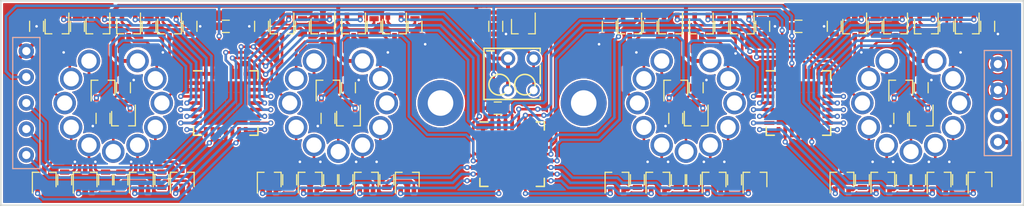
<source format=kicad_pcb>
(kicad_pcb (version 4) (host pcbnew 4.0.6)

  (general
    (links 263)
    (no_connects 0)
    (area 94.412667 89.910285 199.587334 114.089714)
    (thickness 1.6)
    (drawings 4)
    (tracks 1110)
    (zones 0)
    (modules 97)
    (nets 131)
  )

  (page A4)
  (layers
    (0 F.Cu signal)
    (31 B.Cu signal)
    (36 B.SilkS user)
    (37 F.SilkS user)
    (38 B.Mask user)
    (39 F.Mask user)
    (44 Edge.Cuts user)
  )

  (setup
    (last_trace_width 0.254)
    (trace_clearance 0.1524)
    (zone_clearance 0.1524)
    (zone_45_only no)
    (trace_min 0.1524)
    (segment_width 0.2)
    (edge_width 0.15)
    (via_size 0.508)
    (via_drill 0.254)
    (via_min_size 0.508)
    (via_min_drill 0.254)
    (uvia_size 0.254)
    (uvia_drill 0.127)
    (uvias_allowed no)
    (uvia_min_size 0.254)
    (uvia_min_drill 0.127)
    (pcb_text_width 0.3)
    (pcb_text_size 1.5 1.5)
    (mod_edge_width 0.15)
    (mod_text_size 1 1)
    (mod_text_width 0.15)
    (pad_size 1.2 1.2)
    (pad_drill 0.8)
    (pad_to_mask_clearance 0.1524)
    (aux_axis_origin 147 102)
    (grid_origin 147 102)
    (visible_elements 7FFEFF7F)
    (pcbplotparams
      (layerselection 0x010a0_00000001)
      (usegerberextensions false)
      (excludeedgelayer true)
      (linewidth 0.100000)
      (plotframeref false)
      (viasonmask false)
      (mode 1)
      (useauxorigin false)
      (hpglpennumber 1)
      (hpglpenspeed 20)
      (hpglpendiameter 15)
      (hpglpenoverlay 2)
      (psnegative false)
      (psa4output false)
      (plotreference false)
      (plotvalue false)
      (plotinvisibletext false)
      (padsonsilk false)
      (subtractmaskfromsilk false)
      (outputformat 0)
      (mirror false)
      (drillshape 0)
      (scaleselection 1)
      (outputdirectory ""))
  )

  (net 0 "")
  (net 1 /TUBE_GND)
  (net 2 /TUBE_ANODE)
  (net 3 /nOE)
  (net 4 /SCL)
  (net 5 /SDA)
  (net 6 /VDD)
  (net 7 /VSS)
  (net 8 /T1_G_0)
  (net 9 /T1_E_0)
  (net 10 /T1_C_0)
  (net 11 /T1_G_1)
  (net 12 /T1_E_1)
  (net 13 /T1_C_1)
  (net 14 /T1_G_2)
  (net 15 /T1_E_2)
  (net 16 /T1_C_2)
  (net 17 /T1_G_3)
  (net 18 /T1_E_3)
  (net 19 /T1_C_3)
  (net 20 /T1_G_4)
  (net 21 /T1_E_4)
  (net 22 /T1_C_4)
  (net 23 /T1_G_5)
  (net 24 /T1_E_5)
  (net 25 /T1_C_5)
  (net 26 /T1_G_6)
  (net 27 /T1_E_6)
  (net 28 /T1_C_6)
  (net 29 /T1_G_7)
  (net 30 /T1_E_7)
  (net 31 /T1_C_7)
  (net 32 /T1_G_8)
  (net 33 /T1_E_8)
  (net 34 /T1_C_8)
  (net 35 /T1_G_9)
  (net 36 /T1_E_9)
  (net 37 /T1_C_9)
  (net 38 /T2_G_0)
  (net 39 /T2_E_0)
  (net 40 /T2_C_0)
  (net 41 /T2_G_1)
  (net 42 /T2_E_1)
  (net 43 /T2_C_1)
  (net 44 /T2_G_2)
  (net 45 /T2_E_2)
  (net 46 /T2_C_2)
  (net 47 /T2_G_3)
  (net 48 /T2_E_3)
  (net 49 /T2_C_3)
  (net 50 /T2_G_4)
  (net 51 /T2_E_4)
  (net 52 /T2_C_4)
  (net 53 /T2_G_5)
  (net 54 /T2_E_5)
  (net 55 /T2_C_5)
  (net 56 /T2_G_6)
  (net 57 /T2_E_6)
  (net 58 /T2_C_6)
  (net 59 /T2_G_7)
  (net 60 /T2_E_7)
  (net 61 /T2_C_7)
  (net 62 /T2_G_8)
  (net 63 /T2_E_8)
  (net 64 /T2_C_8)
  (net 65 /T2_G_9)
  (net 66 /T2_E_9)
  (net 67 /T2_C_9)
  (net 68 /T3_G_0)
  (net 69 /T3_E_0)
  (net 70 /T3_C_0)
  (net 71 /T3_G_1)
  (net 72 /T3_E_1)
  (net 73 /T3_C_1)
  (net 74 /T3_G_2)
  (net 75 /T3_E_2)
  (net 76 /T3_C_2)
  (net 77 /T3_G_3)
  (net 78 /T3_E_3)
  (net 79 /T3_C_3)
  (net 80 /T3_G_4)
  (net 81 /T3_E_4)
  (net 82 /T3_C_4)
  (net 83 /T3_G_5)
  (net 84 /T3_E_5)
  (net 85 /T3_C_5)
  (net 86 /T3_G_6)
  (net 87 /T3_E_6)
  (net 88 /T3_C_6)
  (net 89 /T3_G_7)
  (net 90 /T3_E_7)
  (net 91 /T3_C_7)
  (net 92 /T3_G_8)
  (net 93 /T3_E_8)
  (net 94 /T3_C_8)
  (net 95 /T3_G_9)
  (net 96 /T3_E_9)
  (net 97 /T3_C_9)
  (net 98 /T4_G_0)
  (net 99 /T4_E_0)
  (net 100 /T4_C_0)
  (net 101 /T4_G_1)
  (net 102 /T4_E_1)
  (net 103 /T4_C_1)
  (net 104 /T4_G_2)
  (net 105 /T4_E_2)
  (net 106 /T4_C_2)
  (net 107 /T4_G_3)
  (net 108 /T4_E_3)
  (net 109 /T4_C_3)
  (net 110 /T4_G_4)
  (net 111 /T4_E_4)
  (net 112 /T4_C_4)
  (net 113 /T4_G_5)
  (net 114 /T4_E_5)
  (net 115 /T4_C_5)
  (net 116 /T4_G_6)
  (net 117 /T4_E_6)
  (net 118 /T4_C_6)
  (net 119 /T4_G_7)
  (net 120 /T4_E_7)
  (net 121 /T4_C_7)
  (net 122 /T4_G_8)
  (net 123 /T4_E_8)
  (net 124 /T4_C_8)
  (net 125 /T4_G_9)
  (net 126 /T4_E_9)
  (net 127 /T4_C_9)
  (net 128 "Net-(Q41-Pad2)")
  (net 129 "Net-(Q41-Pad3)")
  (net 130 "Net-(Q41-Pad1)")

  (net_class Default "This is the default net class."
    (clearance 0.1524)
    (trace_width 0.254)
    (via_dia 0.508)
    (via_drill 0.254)
    (uvia_dia 0.254)
    (uvia_drill 0.127)
    (add_net /SCL)
    (add_net /SDA)
    (add_net /T1_C_0)
    (add_net /T1_C_1)
    (add_net /T1_C_2)
    (add_net /T1_C_3)
    (add_net /T1_C_4)
    (add_net /T1_C_5)
    (add_net /T1_C_6)
    (add_net /T1_C_7)
    (add_net /T1_C_8)
    (add_net /T1_C_9)
    (add_net /T1_E_0)
    (add_net /T1_E_1)
    (add_net /T1_E_2)
    (add_net /T1_E_3)
    (add_net /T1_E_4)
    (add_net /T1_E_5)
    (add_net /T1_E_6)
    (add_net /T1_E_7)
    (add_net /T1_E_8)
    (add_net /T1_E_9)
    (add_net /T1_G_0)
    (add_net /T1_G_1)
    (add_net /T1_G_2)
    (add_net /T1_G_3)
    (add_net /T1_G_4)
    (add_net /T1_G_5)
    (add_net /T1_G_6)
    (add_net /T1_G_7)
    (add_net /T1_G_8)
    (add_net /T1_G_9)
    (add_net /T2_C_0)
    (add_net /T2_C_1)
    (add_net /T2_C_2)
    (add_net /T2_C_3)
    (add_net /T2_C_4)
    (add_net /T2_C_5)
    (add_net /T2_C_6)
    (add_net /T2_C_7)
    (add_net /T2_C_8)
    (add_net /T2_C_9)
    (add_net /T2_E_0)
    (add_net /T2_E_1)
    (add_net /T2_E_2)
    (add_net /T2_E_3)
    (add_net /T2_E_4)
    (add_net /T2_E_5)
    (add_net /T2_E_6)
    (add_net /T2_E_7)
    (add_net /T2_E_8)
    (add_net /T2_E_9)
    (add_net /T2_G_0)
    (add_net /T2_G_1)
    (add_net /T2_G_2)
    (add_net /T2_G_3)
    (add_net /T2_G_4)
    (add_net /T2_G_5)
    (add_net /T2_G_6)
    (add_net /T2_G_7)
    (add_net /T2_G_8)
    (add_net /T2_G_9)
    (add_net /T3_C_0)
    (add_net /T3_C_1)
    (add_net /T3_C_2)
    (add_net /T3_C_3)
    (add_net /T3_C_4)
    (add_net /T3_C_5)
    (add_net /T3_C_6)
    (add_net /T3_C_7)
    (add_net /T3_C_8)
    (add_net /T3_C_9)
    (add_net /T3_E_0)
    (add_net /T3_E_1)
    (add_net /T3_E_2)
    (add_net /T3_E_3)
    (add_net /T3_E_4)
    (add_net /T3_E_5)
    (add_net /T3_E_6)
    (add_net /T3_E_7)
    (add_net /T3_E_8)
    (add_net /T3_E_9)
    (add_net /T3_G_0)
    (add_net /T3_G_1)
    (add_net /T3_G_2)
    (add_net /T3_G_3)
    (add_net /T3_G_4)
    (add_net /T3_G_5)
    (add_net /T3_G_6)
    (add_net /T3_G_7)
    (add_net /T3_G_8)
    (add_net /T3_G_9)
    (add_net /T4_C_0)
    (add_net /T4_C_1)
    (add_net /T4_C_2)
    (add_net /T4_C_3)
    (add_net /T4_C_4)
    (add_net /T4_C_5)
    (add_net /T4_C_6)
    (add_net /T4_C_7)
    (add_net /T4_C_8)
    (add_net /T4_C_9)
    (add_net /T4_E_0)
    (add_net /T4_E_1)
    (add_net /T4_E_2)
    (add_net /T4_E_3)
    (add_net /T4_E_4)
    (add_net /T4_E_5)
    (add_net /T4_E_6)
    (add_net /T4_E_7)
    (add_net /T4_E_8)
    (add_net /T4_E_9)
    (add_net /T4_G_0)
    (add_net /T4_G_1)
    (add_net /T4_G_2)
    (add_net /T4_G_3)
    (add_net /T4_G_4)
    (add_net /T4_G_5)
    (add_net /T4_G_6)
    (add_net /T4_G_7)
    (add_net /T4_G_8)
    (add_net /T4_G_9)
    (add_net /TUBE_GND)
    (add_net /VDD)
    (add_net /VSS)
    (add_net /nOE)
    (add_net "Net-(Q41-Pad1)")
    (add_net "Net-(Q41-Pad2)")
    (add_net "Net-(Q41-Pad3)")
  )

  (net_class HV_Anode ""
    (clearance 0.254)
    (trace_width 0.381)
    (via_dia 0.508)
    (via_drill 0.254)
    (uvia_dia 0.254)
    (uvia_drill 0.127)
    (add_net /TUBE_ANODE)
  )

  (module "Custom Parts:Pin_Header_Straight_1x04_Pitch2.54mm" (layer B.Cu) (tedit 5972C51D) (tstamp 5972C4D1)
    (at 194.5 102 180)
    (descr "Through hole straight pin header, 1x04, 2.54mm pitch, single row")
    (tags "Through hole pin header THT 1x04 2.54mm single row")
    (path /5972C3A8)
    (fp_text reference J1 (at 0 6.14 180) (layer B.SilkS) hide
      (effects (font (size 1 1) (thickness 0.15)) (justify mirror))
    )
    (fp_text value CONN_01X04 (at 0 -6.14 180) (layer B.Fab)
      (effects (font (size 1 1) (thickness 0.15)) (justify mirror))
    )
    (fp_line (start -1.33 5.14) (end 1.33 5.14) (layer B.SilkS) (width 0.12))
    (fp_line (start 1.27 5.08) (end -1.27 5.08) (layer B.Fab) (width 0.1))
    (fp_line (start -1.27 5.08) (end -1.27 -5.08) (layer B.Fab) (width 0.1))
    (fp_line (start 1.27 5.08) (end 1.27 -5.08) (layer B.Fab) (width 0.1))
    (fp_line (start 1.27 -5.08) (end -1.27 -5.08) (layer B.Fab) (width 0.1))
    (fp_line (start -1.33 -5.14) (end 1.33 -5.14) (layer B.SilkS) (width 0.12))
    (fp_line (start -1.33 5.14) (end -1.33 -5.14) (layer B.SilkS) (width 0.12))
    (fp_line (start 1.33 5.14) (end 1.33 -5.14) (layer B.SilkS) (width 0.12))
    (fp_line (start -1.8 5.61) (end -1.8 -5.59) (layer B.CrtYd) (width 0.05))
    (fp_line (start -1.8 -5.59) (end 1.8 -5.59) (layer B.CrtYd) (width 0.05))
    (fp_line (start 1.8 -5.59) (end 1.8 5.61) (layer B.CrtYd) (width 0.05))
    (fp_line (start 1.8 5.61) (end -1.8 5.61) (layer B.CrtYd) (width 0.05))
    (pad 1 thru_hole circle (at 0 3.81 180) (size 1.5 1.5) (drill 0.8) (layers *.Cu *.Mask)
      (net 1 /TUBE_GND))
    (pad 2 thru_hole circle (at 0 1.27 180) (size 1.5 1.5) (drill 0.8) (layers *.Cu *.Mask)
      (net 1 /TUBE_GND))
    (pad 3 thru_hole circle (at 0 -1.27 180) (size 1.5 1.5) (drill 0.8) (layers *.Cu *.Mask)
      (net 2 /TUBE_ANODE))
    (pad 4 thru_hole circle (at 0 -3.81 180) (size 1.5 1.5) (drill 0.8) (layers *.Cu *.Mask)
      (net 2 /TUBE_ANODE))
  )

  (module "Custom Parts:IN-8" (layer F.Cu) (tedit 594892FA) (tstamp 593C8649)
    (at 186 102)
    (path /5938FB49)
    (fp_text reference T4 (at 0 0) (layer F.SilkS) hide
      (effects (font (size 1 1) (thickness 0.15)))
    )
    (fp_text value IN-8 (at 0 -1.27) (layer F.Fab)
      (effects (font (size 1 1) (thickness 0.15)))
    )
    (pad 1 thru_hole circle (at -2.375 -4.114) (size 2.2 2.2) (drill 1.5) (layers *.Cu *.Mask)
      (net 100 /T4_C_0))
    (pad 2 thru_hole circle (at -4.114 -2.375) (size 2.2 2.2) (drill 1.5) (layers *.Cu *.Mask)
      (net 103 /T4_C_1))
    (pad 3 thru_hole circle (at -4.75 0) (size 2.2 2.2) (drill 1.5) (layers *.Cu *.Mask)
      (net 106 /T4_C_2))
    (pad 4 thru_hole circle (at -4.114 2.375) (size 2.2 2.2) (drill 1.5) (layers *.Cu *.Mask)
      (net 109 /T4_C_3))
    (pad 5 thru_hole circle (at -2.375 4.114) (size 2.2 2.2) (drill 1.5) (layers *.Cu *.Mask)
      (net 112 /T4_C_4))
    (pad 6 thru_hole circle (at 0 4.75) (size 2.2 2.2) (drill 1.5) (layers *.Cu *.Mask)
      (net 115 /T4_C_5))
    (pad 7 thru_hole circle (at 2.375 4.114) (size 2.2 2.2) (drill 1.5) (layers *.Cu *.Mask)
      (net 118 /T4_C_6))
    (pad 8 thru_hole circle (at 4.114 2.375) (size 2.2 2.2) (drill 1.5) (layers *.Cu *.Mask)
      (net 121 /T4_C_7))
    (pad 10 thru_hole circle (at 4.114 -2.375) (size 2.2 2.2) (drill 1.5) (layers *.Cu *.Mask)
      (net 127 /T4_C_9))
    (pad 11 thru_hole circle (at 2.375 -4.114) (size 2.2 2.2) (drill 1.5) (layers *.Cu *.Mask)
      (net 2 /TUBE_ANODE))
    (pad 9 thru_hole circle (at 4.75 0) (size 2.2 2.2) (drill 1.5) (layers *.Cu *.Mask)
      (net 124 /T4_C_8))
  )

  (module "Custom Parts:IN-8" (layer F.Cu) (tedit 594892BA) (tstamp 593C862E)
    (at 164 102)
    (path /5938FA0F)
    (fp_text reference T3 (at 0 0) (layer F.SilkS) hide
      (effects (font (size 1 1) (thickness 0.15)))
    )
    (fp_text value IN-8 (at 0 -1.27) (layer F.Fab)
      (effects (font (size 1 1) (thickness 0.15)))
    )
    (pad 1 thru_hole circle (at -2.375 -4.114) (size 2.2 2.2) (drill 1.5) (layers *.Cu *.Mask)
      (net 70 /T3_C_0))
    (pad 2 thru_hole circle (at -4.114 -2.375) (size 2.2 2.2) (drill 1.5) (layers *.Cu *.Mask)
      (net 73 /T3_C_1))
    (pad 3 thru_hole circle (at -4.75 0) (size 2.2 2.2) (drill 1.5) (layers *.Cu *.Mask)
      (net 76 /T3_C_2))
    (pad 4 thru_hole circle (at -4.114 2.375) (size 2.2 2.2) (drill 1.5) (layers *.Cu *.Mask)
      (net 79 /T3_C_3))
    (pad 5 thru_hole circle (at -2.375 4.114) (size 2.2 2.2) (drill 1.5) (layers *.Cu *.Mask)
      (net 82 /T3_C_4))
    (pad 6 thru_hole circle (at 0 4.75) (size 2.2 2.2) (drill 1.5) (layers *.Cu *.Mask)
      (net 85 /T3_C_5))
    (pad 7 thru_hole circle (at 2.375 4.114) (size 2.2 2.2) (drill 1.5) (layers *.Cu *.Mask)
      (net 88 /T3_C_6))
    (pad 8 thru_hole circle (at 4.114 2.375) (size 2.2 2.2) (drill 1.5) (layers *.Cu *.Mask)
      (net 91 /T3_C_7))
    (pad 10 thru_hole circle (at 4.114 -2.375) (size 2.2 2.2) (drill 1.5) (layers *.Cu *.Mask)
      (net 97 /T3_C_9))
    (pad 11 thru_hole circle (at 2.375 -4.114) (size 2.2 2.2) (drill 1.5) (layers *.Cu *.Mask)
      (net 2 /TUBE_ANODE))
    (pad 9 thru_hole circle (at 4.75 0) (size 2.2 2.2) (drill 1.5) (layers *.Cu *.Mask)
      (net 94 /T3_C_8))
  )

  (module "Custom Parts:IN-8" (layer F.Cu) (tedit 5948927B) (tstamp 593C8613)
    (at 130 102)
    (path /5938FA7E)
    (fp_text reference T2 (at 0 0) (layer F.SilkS) hide
      (effects (font (size 1 1) (thickness 0.15)))
    )
    (fp_text value IN-8 (at 0 -1.27) (layer F.Fab)
      (effects (font (size 1 1) (thickness 0.15)))
    )
    (pad 1 thru_hole circle (at -2.375 -4.114) (size 2.2 2.2) (drill 1.5) (layers *.Cu *.Mask)
      (net 40 /T2_C_0))
    (pad 2 thru_hole circle (at -4.114 -2.375) (size 2.2 2.2) (drill 1.5) (layers *.Cu *.Mask)
      (net 43 /T2_C_1))
    (pad 3 thru_hole circle (at -4.75 0) (size 2.2 2.2) (drill 1.5) (layers *.Cu *.Mask)
      (net 46 /T2_C_2))
    (pad 4 thru_hole circle (at -4.114 2.375) (size 2.2 2.2) (drill 1.5) (layers *.Cu *.Mask)
      (net 49 /T2_C_3))
    (pad 5 thru_hole circle (at -2.375 4.114) (size 2.2 2.2) (drill 1.5) (layers *.Cu *.Mask)
      (net 52 /T2_C_4))
    (pad 6 thru_hole circle (at 0 4.75) (size 2.2 2.2) (drill 1.5) (layers *.Cu *.Mask)
      (net 55 /T2_C_5))
    (pad 7 thru_hole circle (at 2.375 4.114) (size 2.2 2.2) (drill 1.5) (layers *.Cu *.Mask)
      (net 58 /T2_C_6))
    (pad 8 thru_hole circle (at 4.114 2.375) (size 2.2 2.2) (drill 1.5) (layers *.Cu *.Mask)
      (net 61 /T2_C_7))
    (pad 10 thru_hole circle (at 4.114 -2.375) (size 2.2 2.2) (drill 1.5) (layers *.Cu *.Mask)
      (net 67 /T2_C_9))
    (pad 11 thru_hole circle (at 2.375 -4.114) (size 2.2 2.2) (drill 1.5) (layers *.Cu *.Mask)
      (net 2 /TUBE_ANODE))
    (pad 9 thru_hole circle (at 4.75 0) (size 2.2 2.2) (drill 1.5) (layers *.Cu *.Mask)
      (net 64 /T2_C_8))
  )

  (module "Custom Parts:IN-8" (layer F.Cu) (tedit 5948927F) (tstamp 593C85F8)
    (at 108 102)
    (path /5938FAE9)
    (fp_text reference T1 (at 0 0) (layer F.SilkS) hide
      (effects (font (size 1 1) (thickness 0.15)))
    )
    (fp_text value IN-8 (at 0 -1.27) (layer F.Fab)
      (effects (font (size 1 1) (thickness 0.15)))
    )
    (pad 1 thru_hole circle (at -2.375 -4.114) (size 2.2 2.2) (drill 1.5) (layers *.Cu *.Mask)
      (net 10 /T1_C_0))
    (pad 2 thru_hole circle (at -4.114 -2.375) (size 2.2 2.2) (drill 1.5) (layers *.Cu *.Mask)
      (net 13 /T1_C_1))
    (pad 3 thru_hole circle (at -4.75 0) (size 2.2 2.2) (drill 1.5) (layers *.Cu *.Mask)
      (net 16 /T1_C_2))
    (pad 4 thru_hole circle (at -4.114 2.375) (size 2.2 2.2) (drill 1.5) (layers *.Cu *.Mask)
      (net 19 /T1_C_3))
    (pad 5 thru_hole circle (at -2.375 4.114) (size 2.2 2.2) (drill 1.5) (layers *.Cu *.Mask)
      (net 22 /T1_C_4))
    (pad 6 thru_hole circle (at 0 4.75) (size 2.2 2.2) (drill 1.5) (layers *.Cu *.Mask)
      (net 25 /T1_C_5))
    (pad 7 thru_hole circle (at 2.375 4.114) (size 2.2 2.2) (drill 1.5) (layers *.Cu *.Mask)
      (net 28 /T1_C_6))
    (pad 8 thru_hole circle (at 4.114 2.375) (size 2.2 2.2) (drill 1.5) (layers *.Cu *.Mask)
      (net 31 /T1_C_7))
    (pad 10 thru_hole circle (at 4.114 -2.375) (size 2.2 2.2) (drill 1.5) (layers *.Cu *.Mask)
      (net 37 /T1_C_9))
    (pad 11 thru_hole circle (at 2.375 -4.114) (size 2.2 2.2) (drill 1.5) (layers *.Cu *.Mask)
      (net 2 /TUBE_ANODE))
    (pad 9 thru_hole circle (at 4.75 0) (size 2.2 2.2) (drill 1.5) (layers *.Cu *.Mask)
      (net 34 /T1_C_8))
  )

  (module TO_SOT_Packages_SMD:SOT-323_SC-70 (layer F.Cu) (tedit 59489268) (tstamp 593C80B2)
    (at 124.5 94.5 270)
    (descr "SOT-323, SC-70")
    (tags "SOT-323 SC-70")
    (path /593936B6)
    (attr smd)
    (fp_text reference Q13 (at -0.05 -1.95 270) (layer F.SilkS) hide
      (effects (font (size 1 1) (thickness 0.15)))
    )
    (fp_text value Q_NPN_BEC (at -0.05 2.05 270) (layer F.Fab)
      (effects (font (size 1 1) (thickness 0.15)))
    )
    (fp_text user %R (at -0.005 0 270) (layer F.Fab)
      (effects (font (size 0.5 0.5) (thickness 0.075)))
    )
    (fp_line (start 0.73 0.5) (end 0.73 1.16) (layer F.SilkS) (width 0.12))
    (fp_line (start 0.73 -1.16) (end 0.73 -0.5) (layer F.SilkS) (width 0.12))
    (fp_line (start 1.7 1.3) (end -1.7 1.3) (layer F.CrtYd) (width 0.05))
    (fp_line (start 1.7 -1.3) (end 1.7 1.3) (layer F.CrtYd) (width 0.05))
    (fp_line (start -1.7 -1.3) (end 1.7 -1.3) (layer F.CrtYd) (width 0.05))
    (fp_line (start -1.7 1.3) (end -1.7 -1.3) (layer F.CrtYd) (width 0.05))
    (fp_line (start 0.73 -1.16) (end -1.3 -1.16) (layer F.SilkS) (width 0.12))
    (fp_line (start -0.68 1.16) (end 0.73 1.16) (layer F.SilkS) (width 0.12))
    (fp_line (start 0.67 -1.1) (end -0.18 -1.1) (layer F.Fab) (width 0.1))
    (fp_line (start -0.68 -0.6) (end -0.68 1.1) (layer F.Fab) (width 0.1))
    (fp_line (start 0.67 -1.1) (end 0.67 1.1) (layer F.Fab) (width 0.1))
    (fp_line (start 0.67 1.1) (end -0.68 1.1) (layer F.Fab) (width 0.1))
    (fp_line (start -0.18 -1.1) (end -0.68 -0.6) (layer F.Fab) (width 0.1))
    (pad 1 smd rect (at -1 -0.65 180) (size 0.45 0.7) (layers F.Cu F.Mask)
      (net 44 /T2_G_2))
    (pad 2 smd rect (at -1 0.65 180) (size 0.45 0.7) (layers F.Cu F.Mask)
      (net 45 /T2_E_2))
    (pad 3 smd rect (at 1 0 180) (size 0.45 0.7) (layers F.Cu F.Mask)
      (net 46 /T2_C_2))
    (model ${KISYS3DMOD}/TO_SOT_Packages_SMD.3dshapes/SOT-323_SC-70.wrl
      (at (xyz 0 0 0))
      (scale (xyz 1 1 1))
      (rotate (xyz 0 0 0))
    )
  )

  (module Housings_DFN_QFN:QFN-28-1EP_6x6mm_Pitch0.65mm (layer F.Cu) (tedit 5948928B) (tstamp 593C86B5)
    (at 119 102)
    (descr "28-Lead Plastic Quad Flat, No Lead Package (ML) - 6x6 mm Body [QFN]; (see Microchip Packaging Specification 00000049BS.pdf)")
    (tags "QFN 0.65")
    (path /593A4DD3)
    (attr smd)
    (fp_text reference U1 (at 0 -4.35) (layer F.SilkS) hide
      (effects (font (size 1 1) (thickness 0.15)))
    )
    (fp_text value PCA9685 (at 0 4.35) (layer F.Fab)
      (effects (font (size 1 1) (thickness 0.15)))
    )
    (fp_line (start -2 -3) (end 3 -3) (layer F.Fab) (width 0.15))
    (fp_line (start 3 -3) (end 3 3) (layer F.Fab) (width 0.15))
    (fp_line (start 3 3) (end -3 3) (layer F.Fab) (width 0.15))
    (fp_line (start -3 3) (end -3 -2) (layer F.Fab) (width 0.15))
    (fp_line (start -3 -2) (end -2 -3) (layer F.Fab) (width 0.15))
    (fp_line (start -3.6 -3.6) (end -3.6 3.6) (layer F.CrtYd) (width 0.05))
    (fp_line (start 3.6 -3.6) (end 3.6 3.6) (layer F.CrtYd) (width 0.05))
    (fp_line (start -3.6 -3.6) (end 3.6 -3.6) (layer F.CrtYd) (width 0.05))
    (fp_line (start -3.6 3.6) (end 3.6 3.6) (layer F.CrtYd) (width 0.05))
    (fp_line (start 3.15 -3.15) (end 3.15 -2.36) (layer F.SilkS) (width 0.15))
    (fp_line (start -3.15 3.15) (end -3.15 2.36) (layer F.SilkS) (width 0.15))
    (fp_line (start 3.15 3.15) (end 3.15 2.36) (layer F.SilkS) (width 0.15))
    (fp_line (start -3.15 -3.15) (end -2.36 -3.15) (layer F.SilkS) (width 0.15))
    (fp_line (start -3.15 3.15) (end -2.36 3.15) (layer F.SilkS) (width 0.15))
    (fp_line (start 3.15 3.15) (end 2.36 3.15) (layer F.SilkS) (width 0.15))
    (fp_line (start 3.15 -3.15) (end 2.36 -3.15) (layer F.SilkS) (width 0.15))
    (pad 1 smd rect (at -2.85 -1.95) (size 1 0.37) (layers F.Cu F.Mask)
      (net 7 /VSS))
    (pad 2 smd rect (at -2.85 -1.3) (size 1 0.37) (layers F.Cu F.Mask)
      (net 7 /VSS))
    (pad 3 smd rect (at -2.85 -0.65) (size 1 0.37) (layers F.Cu F.Mask)
      (net 23 /T1_G_5))
    (pad 4 smd rect (at -2.85 0) (size 1 0.37) (layers F.Cu F.Mask)
      (net 8 /T1_G_0))
    (pad 5 smd rect (at -2.85 0.65) (size 1 0.37) (layers F.Cu F.Mask)
      (net 14 /T1_G_2))
    (pad 6 smd rect (at -2.85 1.3) (size 1 0.37) (layers F.Cu F.Mask)
      (net 11 /T1_G_1))
    (pad 7 smd rect (at -2.85 1.95) (size 1 0.37) (layers F.Cu F.Mask)
      (net 35 /T1_G_9))
    (pad 8 smd rect (at -1.95 2.85 90) (size 1 0.37) (layers F.Cu F.Mask)
      (net 32 /T1_G_8))
    (pad 9 smd rect (at -1.3 2.85 90) (size 1 0.37) (layers F.Cu F.Mask)
      (net 20 /T1_G_4))
    (pad 10 smd rect (at -0.65 2.85 90) (size 1 0.37) (layers F.Cu F.Mask))
    (pad 11 smd rect (at 0 2.85 90) (size 1 0.37) (layers F.Cu F.Mask)
      (net 7 /VSS))
    (pad 12 smd rect (at 0.65 2.85 90) (size 1 0.37) (layers F.Cu F.Mask))
    (pad 13 smd rect (at 1.3 2.85 90) (size 1 0.37) (layers F.Cu F.Mask)
      (net 17 /T1_G_3))
    (pad 14 smd rect (at 1.95 2.85 90) (size 1 0.37) (layers F.Cu F.Mask)
      (net 29 /T1_G_7))
    (pad 15 smd rect (at 2.85 1.95) (size 1 0.37) (layers F.Cu F.Mask)
      (net 26 /T1_G_6))
    (pad 16 smd rect (at 2.85 1.3) (size 1 0.37) (layers F.Cu F.Mask)
      (net 44 /T2_G_2))
    (pad 17 smd rect (at 2.85 0.65) (size 1 0.37) (layers F.Cu F.Mask)
      (net 41 /T2_G_1))
    (pad 18 smd rect (at 2.85 0) (size 1 0.37) (layers F.Cu F.Mask)
      (net 65 /T2_G_9))
    (pad 19 smd rect (at 2.85 -0.65) (size 1 0.37) (layers F.Cu F.Mask)
      (net 38 /T2_G_0))
    (pad 20 smd rect (at 2.85 -1.3) (size 1 0.37) (layers F.Cu F.Mask)
      (net 3 /nOE))
    (pad 21 smd rect (at 2.85 -1.95) (size 1 0.37) (layers F.Cu F.Mask)
      (net 7 /VSS))
    (pad 22 smd rect (at 1.95 -2.85 90) (size 1 0.37) (layers F.Cu F.Mask)
      (net 7 /VSS))
    (pad 23 smd rect (at 1.3 -2.85 90) (size 1 0.37) (layers F.Cu F.Mask)
      (net 4 /SCL))
    (pad 24 smd rect (at 0.65 -2.85 90) (size 1 0.37) (layers F.Cu F.Mask)
      (net 5 /SDA))
    (pad 25 smd rect (at 0 -2.85 90) (size 1 0.37) (layers F.Cu F.Mask)
      (net 6 /VDD))
    (pad 26 smd rect (at -0.65 -2.85 90) (size 1 0.37) (layers F.Cu F.Mask)
      (net 6 /VDD))
    (pad 27 smd rect (at -1.3 -2.85 90) (size 1 0.37) (layers F.Cu F.Mask)
      (net 7 /VSS))
    (pad 28 smd rect (at -1.95 -2.85 90) (size 1 0.37) (layers F.Cu F.Mask)
      (net 7 /VSS))
    (pad 29 smd rect (at 1.59375 1.59375) (size 1.0625 1.0625) (layers F.Cu F.Mask)
      (net 7 /VSS) (solder_paste_margin_ratio -0.2))
    (pad 29 smd rect (at 1.59375 0.53125) (size 1.0625 1.0625) (layers F.Cu F.Mask)
      (net 7 /VSS) (solder_paste_margin_ratio -0.2))
    (pad 29 smd rect (at 1.59375 -0.53125) (size 1.0625 1.0625) (layers F.Cu F.Mask)
      (net 7 /VSS) (solder_paste_margin_ratio -0.2))
    (pad 29 smd rect (at 1.59375 -1.59375) (size 1.0625 1.0625) (layers F.Cu F.Mask)
      (net 7 /VSS) (solder_paste_margin_ratio -0.2))
    (pad 29 smd rect (at 0.53125 1.59375) (size 1.0625 1.0625) (layers F.Cu F.Mask)
      (net 7 /VSS) (solder_paste_margin_ratio -0.2))
    (pad 29 smd rect (at 0.53125 0.53125) (size 1.0625 1.0625) (layers F.Cu F.Mask)
      (net 7 /VSS) (solder_paste_margin_ratio -0.2))
    (pad 29 smd rect (at 0.53125 -0.53125) (size 1.0625 1.0625) (layers F.Cu F.Mask)
      (net 7 /VSS) (solder_paste_margin_ratio -0.2))
    (pad 29 smd rect (at 0.53125 -1.59375) (size 1.0625 1.0625) (layers F.Cu F.Mask)
      (net 7 /VSS) (solder_paste_margin_ratio -0.2))
    (pad 29 smd rect (at -0.53125 1.59375) (size 1.0625 1.0625) (layers F.Cu F.Mask)
      (net 7 /VSS) (solder_paste_margin_ratio -0.2))
    (pad 29 smd rect (at -0.53125 0.53125) (size 1.0625 1.0625) (layers F.Cu F.Mask)
      (net 7 /VSS) (solder_paste_margin_ratio -0.2))
    (pad 29 smd rect (at -0.53125 -0.53125) (size 1.0625 1.0625) (layers F.Cu F.Mask)
      (net 7 /VSS) (solder_paste_margin_ratio -0.2))
    (pad 29 smd rect (at -0.53125 -1.59375) (size 1.0625 1.0625) (layers F.Cu F.Mask)
      (net 7 /VSS) (solder_paste_margin_ratio -0.2))
    (pad 29 smd rect (at -1.59375 1.59375) (size 1.0625 1.0625) (layers F.Cu F.Mask)
      (net 7 /VSS) (solder_paste_margin_ratio -0.2))
    (pad 29 smd rect (at -1.59375 0.53125) (size 1.0625 1.0625) (layers F.Cu F.Mask)
      (net 7 /VSS) (solder_paste_margin_ratio -0.2))
    (pad 29 smd rect (at -1.59375 -0.53125) (size 1.0625 1.0625) (layers F.Cu F.Mask)
      (net 7 /VSS) (solder_paste_margin_ratio -0.2))
    (pad 29 smd rect (at -1.59375 -1.59375) (size 1.0625 1.0625) (layers F.Cu F.Mask)
      (net 7 /VSS) (solder_paste_margin_ratio -0.2))
    (model Housings_DFN_QFN.3dshapes/QFN-28-1EP_6x6mm_Pitch0.65mm.wrl
      (at (xyz 0 0 0))
      (scale (xyz 1 1 1))
      (rotate (xyz 0 0 0))
    )
  )

  (module TO_SOT_Packages_SMD:SOT-323_SC-70 (layer F.Cu) (tedit 59489218) (tstamp 593C805E)
    (at 113.5 94.5 270)
    (descr "SOT-323, SC-70")
    (tags "SOT-323 SC-70")
    (path /59393716)
    (attr smd)
    (fp_text reference Q9 (at -0.05 -1.95 270) (layer F.SilkS) hide
      (effects (font (size 1 1) (thickness 0.15)))
    )
    (fp_text value Q_NPN_BEC (at -0.05 2.05 270) (layer F.Fab)
      (effects (font (size 1 1) (thickness 0.15)))
    )
    (fp_text user %R (at -0.005 0 270) (layer F.Fab)
      (effects (font (size 0.5 0.5) (thickness 0.075)))
    )
    (fp_line (start 0.73 0.5) (end 0.73 1.16) (layer F.SilkS) (width 0.12))
    (fp_line (start 0.73 -1.16) (end 0.73 -0.5) (layer F.SilkS) (width 0.12))
    (fp_line (start 1.7 1.3) (end -1.7 1.3) (layer F.CrtYd) (width 0.05))
    (fp_line (start 1.7 -1.3) (end 1.7 1.3) (layer F.CrtYd) (width 0.05))
    (fp_line (start -1.7 -1.3) (end 1.7 -1.3) (layer F.CrtYd) (width 0.05))
    (fp_line (start -1.7 1.3) (end -1.7 -1.3) (layer F.CrtYd) (width 0.05))
    (fp_line (start 0.73 -1.16) (end -1.3 -1.16) (layer F.SilkS) (width 0.12))
    (fp_line (start -0.68 1.16) (end 0.73 1.16) (layer F.SilkS) (width 0.12))
    (fp_line (start 0.67 -1.1) (end -0.18 -1.1) (layer F.Fab) (width 0.1))
    (fp_line (start -0.68 -0.6) (end -0.68 1.1) (layer F.Fab) (width 0.1))
    (fp_line (start 0.67 -1.1) (end 0.67 1.1) (layer F.Fab) (width 0.1))
    (fp_line (start 0.67 1.1) (end -0.68 1.1) (layer F.Fab) (width 0.1))
    (fp_line (start -0.18 -1.1) (end -0.68 -0.6) (layer F.Fab) (width 0.1))
    (pad 1 smd rect (at -1 -0.65 180) (size 0.45 0.7) (layers F.Cu F.Mask)
      (net 32 /T1_G_8))
    (pad 2 smd rect (at -1 0.65 180) (size 0.45 0.7) (layers F.Cu F.Mask)
      (net 33 /T1_E_8))
    (pad 3 smd rect (at 1 0 180) (size 0.45 0.7) (layers F.Cu F.Mask)
      (net 34 /T1_C_8))
    (model ${KISYS3DMOD}/TO_SOT_Packages_SMD.3dshapes/SOT-323_SC-70.wrl
      (at (xyz 0 0 0))
      (scale (xyz 1 1 1))
      (rotate (xyz 0 0 0))
    )
  )

  (module TO_SOT_Packages_SMD:SOT-323_SC-70 (layer F.Cu) (tedit 5948920F) (tstamp 593C7FCB)
    (at 106.5 94.5 270)
    (descr "SOT-323, SC-70")
    (tags "SOT-323 SC-70")
    (path /593936EC)
    (attr smd)
    (fp_text reference Q2 (at -0.05 -1.95 270) (layer F.SilkS) hide
      (effects (font (size 1 1) (thickness 0.15)))
    )
    (fp_text value Q_NPN_BEC (at -0.05 2.05 270) (layer F.Fab)
      (effects (font (size 1 1) (thickness 0.15)))
    )
    (fp_text user %R (at -0.005 0 270) (layer F.Fab)
      (effects (font (size 0.5 0.5) (thickness 0.075)))
    )
    (fp_line (start 0.73 0.5) (end 0.73 1.16) (layer F.SilkS) (width 0.12))
    (fp_line (start 0.73 -1.16) (end 0.73 -0.5) (layer F.SilkS) (width 0.12))
    (fp_line (start 1.7 1.3) (end -1.7 1.3) (layer F.CrtYd) (width 0.05))
    (fp_line (start 1.7 -1.3) (end 1.7 1.3) (layer F.CrtYd) (width 0.05))
    (fp_line (start -1.7 -1.3) (end 1.7 -1.3) (layer F.CrtYd) (width 0.05))
    (fp_line (start -1.7 1.3) (end -1.7 -1.3) (layer F.CrtYd) (width 0.05))
    (fp_line (start 0.73 -1.16) (end -1.3 -1.16) (layer F.SilkS) (width 0.12))
    (fp_line (start -0.68 1.16) (end 0.73 1.16) (layer F.SilkS) (width 0.12))
    (fp_line (start 0.67 -1.1) (end -0.18 -1.1) (layer F.Fab) (width 0.1))
    (fp_line (start -0.68 -0.6) (end -0.68 1.1) (layer F.Fab) (width 0.1))
    (fp_line (start 0.67 -1.1) (end 0.67 1.1) (layer F.Fab) (width 0.1))
    (fp_line (start 0.67 1.1) (end -0.68 1.1) (layer F.Fab) (width 0.1))
    (fp_line (start -0.18 -1.1) (end -0.68 -0.6) (layer F.Fab) (width 0.1))
    (pad 1 smd rect (at -1 -0.65 180) (size 0.45 0.7) (layers F.Cu F.Mask)
      (net 11 /T1_G_1))
    (pad 2 smd rect (at -1 0.65 180) (size 0.45 0.7) (layers F.Cu F.Mask)
      (net 12 /T1_E_1))
    (pad 3 smd rect (at 1 0 180) (size 0.45 0.7) (layers F.Cu F.Mask)
      (net 13 /T1_C_1))
    (model ${KISYS3DMOD}/TO_SOT_Packages_SMD.3dshapes/SOT-323_SC-70.wrl
      (at (xyz 0 0 0))
      (scale (xyz 1 1 1))
      (rotate (xyz 0 0 0))
    )
  )

  (module Resistors_SMD:R_0603 (layer F.Cu) (tedit 5948920D) (tstamp 593DDFAA)
    (at 104.5 94.5 270)
    (descr "Resistor SMD 0603, reflow soldering, Vishay (see dcrcw.pdf)")
    (tags "resistor 0603")
    (path /593D296E)
    (attr smd)
    (fp_text reference R2 (at 0 -1.45 270) (layer F.SilkS) hide
      (effects (font (size 1 1) (thickness 0.15)))
    )
    (fp_text value R (at 0 1.5 270) (layer F.Fab)
      (effects (font (size 1 1) (thickness 0.15)))
    )
    (fp_text user %R (at 0 0 270) (layer F.Fab)
      (effects (font (size 0.5 0.5) (thickness 0.075)))
    )
    (fp_line (start -0.8 0.4) (end -0.8 -0.4) (layer F.Fab) (width 0.1))
    (fp_line (start 0.8 0.4) (end -0.8 0.4) (layer F.Fab) (width 0.1))
    (fp_line (start 0.8 -0.4) (end 0.8 0.4) (layer F.Fab) (width 0.1))
    (fp_line (start -0.8 -0.4) (end 0.8 -0.4) (layer F.Fab) (width 0.1))
    (fp_line (start 0.5 0.68) (end -0.5 0.68) (layer F.SilkS) (width 0.12))
    (fp_line (start -0.5 -0.68) (end 0.5 -0.68) (layer F.SilkS) (width 0.12))
    (fp_line (start -1.25 -0.7) (end 1.25 -0.7) (layer F.CrtYd) (width 0.05))
    (fp_line (start -1.25 -0.7) (end -1.25 0.7) (layer F.CrtYd) (width 0.05))
    (fp_line (start 1.25 0.7) (end 1.25 -0.7) (layer F.CrtYd) (width 0.05))
    (fp_line (start 1.25 0.7) (end -1.25 0.7) (layer F.CrtYd) (width 0.05))
    (pad 1 smd rect (at -0.75 0 270) (size 0.5 0.9) (layers F.Cu F.Mask)
      (net 12 /T1_E_1))
    (pad 2 smd rect (at 0.75 0 270) (size 0.5 0.9) (layers F.Cu F.Mask)
      (net 1 /TUBE_GND))
    (model ${KISYS3DMOD}/Resistors_SMD.3dshapes/R_0603.wrl
      (at (xyz 0 0 0))
      (scale (xyz 1 1 1))
      (rotate (xyz 0 0 0))
    )
  )

  (module TO_SOT_Packages_SMD:SOT-323_SC-70 (layer F.Cu) (tedit 59489240) (tstamp 593C80C7)
    (at 123.25 109.5 90)
    (descr "SOT-323, SC-70")
    (tags "SOT-323 SC-70")
    (path /593936BC)
    (attr smd)
    (fp_text reference Q14 (at -0.05 -1.95 90) (layer F.SilkS) hide
      (effects (font (size 1 1) (thickness 0.15)))
    )
    (fp_text value Q_NPN_BEC (at -0.05 2.05 90) (layer F.Fab)
      (effects (font (size 1 1) (thickness 0.15)))
    )
    (fp_text user %R (at -0.005 0 90) (layer F.Fab)
      (effects (font (size 0.5 0.5) (thickness 0.075)))
    )
    (fp_line (start 0.73 0.5) (end 0.73 1.16) (layer F.SilkS) (width 0.12))
    (fp_line (start 0.73 -1.16) (end 0.73 -0.5) (layer F.SilkS) (width 0.12))
    (fp_line (start 1.7 1.3) (end -1.7 1.3) (layer F.CrtYd) (width 0.05))
    (fp_line (start 1.7 -1.3) (end 1.7 1.3) (layer F.CrtYd) (width 0.05))
    (fp_line (start -1.7 -1.3) (end 1.7 -1.3) (layer F.CrtYd) (width 0.05))
    (fp_line (start -1.7 1.3) (end -1.7 -1.3) (layer F.CrtYd) (width 0.05))
    (fp_line (start 0.73 -1.16) (end -1.3 -1.16) (layer F.SilkS) (width 0.12))
    (fp_line (start -0.68 1.16) (end 0.73 1.16) (layer F.SilkS) (width 0.12))
    (fp_line (start 0.67 -1.1) (end -0.18 -1.1) (layer F.Fab) (width 0.1))
    (fp_line (start -0.68 -0.6) (end -0.68 1.1) (layer F.Fab) (width 0.1))
    (fp_line (start 0.67 -1.1) (end 0.67 1.1) (layer F.Fab) (width 0.1))
    (fp_line (start 0.67 1.1) (end -0.68 1.1) (layer F.Fab) (width 0.1))
    (fp_line (start -0.18 -1.1) (end -0.68 -0.6) (layer F.Fab) (width 0.1))
    (pad 1 smd rect (at -1 -0.65) (size 0.45 0.7) (layers F.Cu F.Mask)
      (net 47 /T2_G_3))
    (pad 2 smd rect (at -1 0.65) (size 0.45 0.7) (layers F.Cu F.Mask)
      (net 48 /T2_E_3))
    (pad 3 smd rect (at 1 0) (size 0.45 0.7) (layers F.Cu F.Mask)
      (net 49 /T2_C_3))
    (model ${KISYS3DMOD}/TO_SOT_Packages_SMD.3dshapes/SOT-323_SC-70.wrl
      (at (xyz 0 0 0))
      (scale (xyz 1 1 1))
      (rotate (xyz 0 0 0))
    )
  )

  (module TO_SOT_Packages_SMD:SOT-323_SC-70 (layer F.Cu) (tedit 59489221) (tstamp 593C7FB6)
    (at 107 100.5 90)
    (descr "SOT-323, SC-70")
    (tags "SOT-323 SC-70")
    (path /593936E6)
    (attr smd)
    (fp_text reference Q1 (at -0.05 -1.95 90) (layer F.SilkS) hide
      (effects (font (size 1 1) (thickness 0.15)))
    )
    (fp_text value Q_NPN_BEC (at -0.05 2.05 90) (layer F.Fab)
      (effects (font (size 1 1) (thickness 0.15)))
    )
    (fp_text user %R (at -0.005 0 90) (layer F.Fab)
      (effects (font (size 0.5 0.5) (thickness 0.075)))
    )
    (fp_line (start 0.73 0.5) (end 0.73 1.16) (layer F.SilkS) (width 0.12))
    (fp_line (start 0.73 -1.16) (end 0.73 -0.5) (layer F.SilkS) (width 0.12))
    (fp_line (start 1.7 1.3) (end -1.7 1.3) (layer F.CrtYd) (width 0.05))
    (fp_line (start 1.7 -1.3) (end 1.7 1.3) (layer F.CrtYd) (width 0.05))
    (fp_line (start -1.7 -1.3) (end 1.7 -1.3) (layer F.CrtYd) (width 0.05))
    (fp_line (start -1.7 1.3) (end -1.7 -1.3) (layer F.CrtYd) (width 0.05))
    (fp_line (start 0.73 -1.16) (end -1.3 -1.16) (layer F.SilkS) (width 0.12))
    (fp_line (start -0.68 1.16) (end 0.73 1.16) (layer F.SilkS) (width 0.12))
    (fp_line (start 0.67 -1.1) (end -0.18 -1.1) (layer F.Fab) (width 0.1))
    (fp_line (start -0.68 -0.6) (end -0.68 1.1) (layer F.Fab) (width 0.1))
    (fp_line (start 0.67 -1.1) (end 0.67 1.1) (layer F.Fab) (width 0.1))
    (fp_line (start 0.67 1.1) (end -0.68 1.1) (layer F.Fab) (width 0.1))
    (fp_line (start -0.18 -1.1) (end -0.68 -0.6) (layer F.Fab) (width 0.1))
    (pad 1 smd rect (at -1 -0.65) (size 0.45 0.7) (layers F.Cu F.Mask)
      (net 8 /T1_G_0))
    (pad 2 smd rect (at -1 0.65) (size 0.45 0.7) (layers F.Cu F.Mask)
      (net 9 /T1_E_0))
    (pad 3 smd rect (at 1 0) (size 0.45 0.7) (layers F.Cu F.Mask)
      (net 10 /T1_C_0))
    (model ${KISYS3DMOD}/TO_SOT_Packages_SMD.3dshapes/SOT-323_SC-70.wrl
      (at (xyz 0 0 0))
      (scale (xyz 1 1 1))
      (rotate (xyz 0 0 0))
    )
  )

  (module TO_SOT_Packages_SMD:SOT-323_SC-70 (layer F.Cu) (tedit 5948920A) (tstamp 593C7FE0)
    (at 102.5 94.5 270)
    (descr "SOT-323, SC-70")
    (tags "SOT-323 SC-70")
    (path /593936F2)
    (attr smd)
    (fp_text reference Q3 (at -0.05 -1.95 270) (layer F.SilkS) hide
      (effects (font (size 1 1) (thickness 0.15)))
    )
    (fp_text value Q_NPN_BEC (at -0.05 2.05 270) (layer F.Fab)
      (effects (font (size 1 1) (thickness 0.15)))
    )
    (fp_text user %R (at -0.005 0 270) (layer F.Fab)
      (effects (font (size 0.5 0.5) (thickness 0.075)))
    )
    (fp_line (start 0.73 0.5) (end 0.73 1.16) (layer F.SilkS) (width 0.12))
    (fp_line (start 0.73 -1.16) (end 0.73 -0.5) (layer F.SilkS) (width 0.12))
    (fp_line (start 1.7 1.3) (end -1.7 1.3) (layer F.CrtYd) (width 0.05))
    (fp_line (start 1.7 -1.3) (end 1.7 1.3) (layer F.CrtYd) (width 0.05))
    (fp_line (start -1.7 -1.3) (end 1.7 -1.3) (layer F.CrtYd) (width 0.05))
    (fp_line (start -1.7 1.3) (end -1.7 -1.3) (layer F.CrtYd) (width 0.05))
    (fp_line (start 0.73 -1.16) (end -1.3 -1.16) (layer F.SilkS) (width 0.12))
    (fp_line (start -0.68 1.16) (end 0.73 1.16) (layer F.SilkS) (width 0.12))
    (fp_line (start 0.67 -1.1) (end -0.18 -1.1) (layer F.Fab) (width 0.1))
    (fp_line (start -0.68 -0.6) (end -0.68 1.1) (layer F.Fab) (width 0.1))
    (fp_line (start 0.67 -1.1) (end 0.67 1.1) (layer F.Fab) (width 0.1))
    (fp_line (start 0.67 1.1) (end -0.68 1.1) (layer F.Fab) (width 0.1))
    (fp_line (start -0.18 -1.1) (end -0.68 -0.6) (layer F.Fab) (width 0.1))
    (pad 1 smd rect (at -1 -0.65 180) (size 0.45 0.7) (layers F.Cu F.Mask)
      (net 14 /T1_G_2))
    (pad 2 smd rect (at -1 0.65 180) (size 0.45 0.7) (layers F.Cu F.Mask)
      (net 15 /T1_E_2))
    (pad 3 smd rect (at 1 0 180) (size 0.45 0.7) (layers F.Cu F.Mask)
      (net 16 /T1_C_2))
    (model ${KISYS3DMOD}/TO_SOT_Packages_SMD.3dshapes/SOT-323_SC-70.wrl
      (at (xyz 0 0 0))
      (scale (xyz 1 1 1))
      (rotate (xyz 0 0 0))
    )
  )

  (module TO_SOT_Packages_SMD:SOT-323_SC-70 (layer F.Cu) (tedit 5948922B) (tstamp 593C7FF5)
    (at 101.25 109.5 90)
    (descr "SOT-323, SC-70")
    (tags "SOT-323 SC-70")
    (path /593936F8)
    (attr smd)
    (fp_text reference Q4 (at -0.05 -1.95 90) (layer F.SilkS) hide
      (effects (font (size 1 1) (thickness 0.15)))
    )
    (fp_text value Q_NPN_BEC (at -0.05 2.05 90) (layer F.Fab)
      (effects (font (size 1 1) (thickness 0.15)))
    )
    (fp_text user %R (at -0.005 0 90) (layer F.Fab)
      (effects (font (size 0.5 0.5) (thickness 0.075)))
    )
    (fp_line (start 0.73 0.5) (end 0.73 1.16) (layer F.SilkS) (width 0.12))
    (fp_line (start 0.73 -1.16) (end 0.73 -0.5) (layer F.SilkS) (width 0.12))
    (fp_line (start 1.7 1.3) (end -1.7 1.3) (layer F.CrtYd) (width 0.05))
    (fp_line (start 1.7 -1.3) (end 1.7 1.3) (layer F.CrtYd) (width 0.05))
    (fp_line (start -1.7 -1.3) (end 1.7 -1.3) (layer F.CrtYd) (width 0.05))
    (fp_line (start -1.7 1.3) (end -1.7 -1.3) (layer F.CrtYd) (width 0.05))
    (fp_line (start 0.73 -1.16) (end -1.3 -1.16) (layer F.SilkS) (width 0.12))
    (fp_line (start -0.68 1.16) (end 0.73 1.16) (layer F.SilkS) (width 0.12))
    (fp_line (start 0.67 -1.1) (end -0.18 -1.1) (layer F.Fab) (width 0.1))
    (fp_line (start -0.68 -0.6) (end -0.68 1.1) (layer F.Fab) (width 0.1))
    (fp_line (start 0.67 -1.1) (end 0.67 1.1) (layer F.Fab) (width 0.1))
    (fp_line (start 0.67 1.1) (end -0.68 1.1) (layer F.Fab) (width 0.1))
    (fp_line (start -0.18 -1.1) (end -0.68 -0.6) (layer F.Fab) (width 0.1))
    (pad 1 smd rect (at -1 -0.65) (size 0.45 0.7) (layers F.Cu F.Mask)
      (net 17 /T1_G_3))
    (pad 2 smd rect (at -1 0.65) (size 0.45 0.7) (layers F.Cu F.Mask)
      (net 18 /T1_E_3))
    (pad 3 smd rect (at 1 0) (size 0.45 0.7) (layers F.Cu F.Mask)
      (net 19 /T1_C_3))
    (model ${KISYS3DMOD}/TO_SOT_Packages_SMD.3dshapes/SOT-323_SC-70.wrl
      (at (xyz 0 0 0))
      (scale (xyz 1 1 1))
      (rotate (xyz 0 0 0))
    )
  )

  (module TO_SOT_Packages_SMD:SOT-323_SC-70 (layer F.Cu) (tedit 59489232) (tstamp 593C800A)
    (at 105.25 109.5 90)
    (descr "SOT-323, SC-70")
    (tags "SOT-323 SC-70")
    (path /593936FE)
    (attr smd)
    (fp_text reference Q5 (at -0.05 -1.95 90) (layer F.SilkS) hide
      (effects (font (size 1 1) (thickness 0.15)))
    )
    (fp_text value Q_NPN_BEC (at -0.05 2.05 90) (layer F.Fab)
      (effects (font (size 1 1) (thickness 0.15)))
    )
    (fp_text user %R (at -0.005 0 90) (layer F.Fab)
      (effects (font (size 0.5 0.5) (thickness 0.075)))
    )
    (fp_line (start 0.73 0.5) (end 0.73 1.16) (layer F.SilkS) (width 0.12))
    (fp_line (start 0.73 -1.16) (end 0.73 -0.5) (layer F.SilkS) (width 0.12))
    (fp_line (start 1.7 1.3) (end -1.7 1.3) (layer F.CrtYd) (width 0.05))
    (fp_line (start 1.7 -1.3) (end 1.7 1.3) (layer F.CrtYd) (width 0.05))
    (fp_line (start -1.7 -1.3) (end 1.7 -1.3) (layer F.CrtYd) (width 0.05))
    (fp_line (start -1.7 1.3) (end -1.7 -1.3) (layer F.CrtYd) (width 0.05))
    (fp_line (start 0.73 -1.16) (end -1.3 -1.16) (layer F.SilkS) (width 0.12))
    (fp_line (start -0.68 1.16) (end 0.73 1.16) (layer F.SilkS) (width 0.12))
    (fp_line (start 0.67 -1.1) (end -0.18 -1.1) (layer F.Fab) (width 0.1))
    (fp_line (start -0.68 -0.6) (end -0.68 1.1) (layer F.Fab) (width 0.1))
    (fp_line (start 0.67 -1.1) (end 0.67 1.1) (layer F.Fab) (width 0.1))
    (fp_line (start 0.67 1.1) (end -0.68 1.1) (layer F.Fab) (width 0.1))
    (fp_line (start -0.18 -1.1) (end -0.68 -0.6) (layer F.Fab) (width 0.1))
    (pad 1 smd rect (at -1 -0.65) (size 0.45 0.7) (layers F.Cu F.Mask)
      (net 20 /T1_G_4))
    (pad 2 smd rect (at -1 0.65) (size 0.45 0.7) (layers F.Cu F.Mask)
      (net 21 /T1_E_4))
    (pad 3 smd rect (at 1 0) (size 0.45 0.7) (layers F.Cu F.Mask)
      (net 22 /T1_C_4))
    (model ${KISYS3DMOD}/TO_SOT_Packages_SMD.3dshapes/SOT-323_SC-70.wrl
      (at (xyz 0 0 0))
      (scale (xyz 1 1 1))
      (rotate (xyz 0 0 0))
    )
  )

  (module TO_SOT_Packages_SMD:SOT-323_SC-70 (layer F.Cu) (tedit 59489228) (tstamp 593C801F)
    (at 109 103.5 270)
    (descr "SOT-323, SC-70")
    (tags "SOT-323 SC-70")
    (path /59393704)
    (attr smd)
    (fp_text reference Q6 (at -0.05 -1.95 270) (layer F.SilkS) hide
      (effects (font (size 1 1) (thickness 0.15)))
    )
    (fp_text value Q_NPN_BEC (at -0.05 2.05 270) (layer F.Fab)
      (effects (font (size 1 1) (thickness 0.15)))
    )
    (fp_text user %R (at -0.005 0 270) (layer F.Fab)
      (effects (font (size 0.5 0.5) (thickness 0.075)))
    )
    (fp_line (start 0.73 0.5) (end 0.73 1.16) (layer F.SilkS) (width 0.12))
    (fp_line (start 0.73 -1.16) (end 0.73 -0.5) (layer F.SilkS) (width 0.12))
    (fp_line (start 1.7 1.3) (end -1.7 1.3) (layer F.CrtYd) (width 0.05))
    (fp_line (start 1.7 -1.3) (end 1.7 1.3) (layer F.CrtYd) (width 0.05))
    (fp_line (start -1.7 -1.3) (end 1.7 -1.3) (layer F.CrtYd) (width 0.05))
    (fp_line (start -1.7 1.3) (end -1.7 -1.3) (layer F.CrtYd) (width 0.05))
    (fp_line (start 0.73 -1.16) (end -1.3 -1.16) (layer F.SilkS) (width 0.12))
    (fp_line (start -0.68 1.16) (end 0.73 1.16) (layer F.SilkS) (width 0.12))
    (fp_line (start 0.67 -1.1) (end -0.18 -1.1) (layer F.Fab) (width 0.1))
    (fp_line (start -0.68 -0.6) (end -0.68 1.1) (layer F.Fab) (width 0.1))
    (fp_line (start 0.67 -1.1) (end 0.67 1.1) (layer F.Fab) (width 0.1))
    (fp_line (start 0.67 1.1) (end -0.68 1.1) (layer F.Fab) (width 0.1))
    (fp_line (start -0.18 -1.1) (end -0.68 -0.6) (layer F.Fab) (width 0.1))
    (pad 1 smd rect (at -1 -0.65 180) (size 0.45 0.7) (layers F.Cu F.Mask)
      (net 23 /T1_G_5))
    (pad 2 smd rect (at -1 0.65 180) (size 0.45 0.7) (layers F.Cu F.Mask)
      (net 24 /T1_E_5))
    (pad 3 smd rect (at 1 0 180) (size 0.45 0.7) (layers F.Cu F.Mask)
      (net 25 /T1_C_5))
    (model ${KISYS3DMOD}/TO_SOT_Packages_SMD.3dshapes/SOT-323_SC-70.wrl
      (at (xyz 0 0 0))
      (scale (xyz 1 1 1))
      (rotate (xyz 0 0 0))
    )
  )

  (module TO_SOT_Packages_SMD:SOT-323_SC-70 (layer F.Cu) (tedit 59489239) (tstamp 593C8034)
    (at 110.75 109.5 90)
    (descr "SOT-323, SC-70")
    (tags "SOT-323 SC-70")
    (path /5939370A)
    (attr smd)
    (fp_text reference Q7 (at -0.05 -1.95 90) (layer F.SilkS) hide
      (effects (font (size 1 1) (thickness 0.15)))
    )
    (fp_text value Q_NPN_BEC (at -0.05 2.05 90) (layer F.Fab)
      (effects (font (size 1 1) (thickness 0.15)))
    )
    (fp_text user %R (at -0.005 0 90) (layer F.Fab)
      (effects (font (size 0.5 0.5) (thickness 0.075)))
    )
    (fp_line (start 0.73 0.5) (end 0.73 1.16) (layer F.SilkS) (width 0.12))
    (fp_line (start 0.73 -1.16) (end 0.73 -0.5) (layer F.SilkS) (width 0.12))
    (fp_line (start 1.7 1.3) (end -1.7 1.3) (layer F.CrtYd) (width 0.05))
    (fp_line (start 1.7 -1.3) (end 1.7 1.3) (layer F.CrtYd) (width 0.05))
    (fp_line (start -1.7 -1.3) (end 1.7 -1.3) (layer F.CrtYd) (width 0.05))
    (fp_line (start -1.7 1.3) (end -1.7 -1.3) (layer F.CrtYd) (width 0.05))
    (fp_line (start 0.73 -1.16) (end -1.3 -1.16) (layer F.SilkS) (width 0.12))
    (fp_line (start -0.68 1.16) (end 0.73 1.16) (layer F.SilkS) (width 0.12))
    (fp_line (start 0.67 -1.1) (end -0.18 -1.1) (layer F.Fab) (width 0.1))
    (fp_line (start -0.68 -0.6) (end -0.68 1.1) (layer F.Fab) (width 0.1))
    (fp_line (start 0.67 -1.1) (end 0.67 1.1) (layer F.Fab) (width 0.1))
    (fp_line (start 0.67 1.1) (end -0.68 1.1) (layer F.Fab) (width 0.1))
    (fp_line (start -0.18 -1.1) (end -0.68 -0.6) (layer F.Fab) (width 0.1))
    (pad 1 smd rect (at -1 -0.65) (size 0.45 0.7) (layers F.Cu F.Mask)
      (net 26 /T1_G_6))
    (pad 2 smd rect (at -1 0.65) (size 0.45 0.7) (layers F.Cu F.Mask)
      (net 27 /T1_E_6))
    (pad 3 smd rect (at 1 0) (size 0.45 0.7) (layers F.Cu F.Mask)
      (net 28 /T1_C_6))
    (model ${KISYS3DMOD}/TO_SOT_Packages_SMD.3dshapes/SOT-323_SC-70.wrl
      (at (xyz 0 0 0))
      (scale (xyz 1 1 1))
      (rotate (xyz 0 0 0))
    )
  )

  (module TO_SOT_Packages_SMD:SOT-323_SC-70 (layer F.Cu) (tedit 5948923D) (tstamp 593C8049)
    (at 114.75 109.5 90)
    (descr "SOT-323, SC-70")
    (tags "SOT-323 SC-70")
    (path /59393710)
    (attr smd)
    (fp_text reference Q8 (at -0.05 -1.95 90) (layer F.SilkS) hide
      (effects (font (size 1 1) (thickness 0.15)))
    )
    (fp_text value Q_NPN_BEC (at -0.05 2.05 90) (layer F.Fab)
      (effects (font (size 1 1) (thickness 0.15)))
    )
    (fp_text user %R (at -0.005 0 90) (layer F.Fab)
      (effects (font (size 0.5 0.5) (thickness 0.075)))
    )
    (fp_line (start 0.73 0.5) (end 0.73 1.16) (layer F.SilkS) (width 0.12))
    (fp_line (start 0.73 -1.16) (end 0.73 -0.5) (layer F.SilkS) (width 0.12))
    (fp_line (start 1.7 1.3) (end -1.7 1.3) (layer F.CrtYd) (width 0.05))
    (fp_line (start 1.7 -1.3) (end 1.7 1.3) (layer F.CrtYd) (width 0.05))
    (fp_line (start -1.7 -1.3) (end 1.7 -1.3) (layer F.CrtYd) (width 0.05))
    (fp_line (start -1.7 1.3) (end -1.7 -1.3) (layer F.CrtYd) (width 0.05))
    (fp_line (start 0.73 -1.16) (end -1.3 -1.16) (layer F.SilkS) (width 0.12))
    (fp_line (start -0.68 1.16) (end 0.73 1.16) (layer F.SilkS) (width 0.12))
    (fp_line (start 0.67 -1.1) (end -0.18 -1.1) (layer F.Fab) (width 0.1))
    (fp_line (start -0.68 -0.6) (end -0.68 1.1) (layer F.Fab) (width 0.1))
    (fp_line (start 0.67 -1.1) (end 0.67 1.1) (layer F.Fab) (width 0.1))
    (fp_line (start 0.67 1.1) (end -0.68 1.1) (layer F.Fab) (width 0.1))
    (fp_line (start -0.18 -1.1) (end -0.68 -0.6) (layer F.Fab) (width 0.1))
    (pad 1 smd rect (at -1 -0.65) (size 0.45 0.7) (layers F.Cu F.Mask)
      (net 29 /T1_G_7))
    (pad 2 smd rect (at -1 0.65) (size 0.45 0.7) (layers F.Cu F.Mask)
      (net 30 /T1_E_7))
    (pad 3 smd rect (at 1 0) (size 0.45 0.7) (layers F.Cu F.Mask)
      (net 31 /T1_C_7))
    (model ${KISYS3DMOD}/TO_SOT_Packages_SMD.3dshapes/SOT-323_SC-70.wrl
      (at (xyz 0 0 0))
      (scale (xyz 1 1 1))
      (rotate (xyz 0 0 0))
    )
  )

  (module TO_SOT_Packages_SMD:SOT-323_SC-70 (layer F.Cu) (tedit 59489212) (tstamp 593C8073)
    (at 109.5 94.5 270)
    (descr "SOT-323, SC-70")
    (tags "SOT-323 SC-70")
    (path /5939371C)
    (attr smd)
    (fp_text reference Q10 (at -0.05 -1.95 270) (layer F.SilkS) hide
      (effects (font (size 1 1) (thickness 0.15)))
    )
    (fp_text value Q_NPN_BEC (at -0.05 2.05 270) (layer F.Fab)
      (effects (font (size 1 1) (thickness 0.15)))
    )
    (fp_text user %R (at -0.005 0 270) (layer F.Fab)
      (effects (font (size 0.5 0.5) (thickness 0.075)))
    )
    (fp_line (start 0.73 0.5) (end 0.73 1.16) (layer F.SilkS) (width 0.12))
    (fp_line (start 0.73 -1.16) (end 0.73 -0.5) (layer F.SilkS) (width 0.12))
    (fp_line (start 1.7 1.3) (end -1.7 1.3) (layer F.CrtYd) (width 0.05))
    (fp_line (start 1.7 -1.3) (end 1.7 1.3) (layer F.CrtYd) (width 0.05))
    (fp_line (start -1.7 -1.3) (end 1.7 -1.3) (layer F.CrtYd) (width 0.05))
    (fp_line (start -1.7 1.3) (end -1.7 -1.3) (layer F.CrtYd) (width 0.05))
    (fp_line (start 0.73 -1.16) (end -1.3 -1.16) (layer F.SilkS) (width 0.12))
    (fp_line (start -0.68 1.16) (end 0.73 1.16) (layer F.SilkS) (width 0.12))
    (fp_line (start 0.67 -1.1) (end -0.18 -1.1) (layer F.Fab) (width 0.1))
    (fp_line (start -0.68 -0.6) (end -0.68 1.1) (layer F.Fab) (width 0.1))
    (fp_line (start 0.67 -1.1) (end 0.67 1.1) (layer F.Fab) (width 0.1))
    (fp_line (start 0.67 1.1) (end -0.68 1.1) (layer F.Fab) (width 0.1))
    (fp_line (start -0.18 -1.1) (end -0.68 -0.6) (layer F.Fab) (width 0.1))
    (pad 1 smd rect (at -1 -0.65 180) (size 0.45 0.7) (layers F.Cu F.Mask)
      (net 35 /T1_G_9))
    (pad 2 smd rect (at -1 0.65 180) (size 0.45 0.7) (layers F.Cu F.Mask)
      (net 36 /T1_E_9))
    (pad 3 smd rect (at 1 0 180) (size 0.45 0.7) (layers F.Cu F.Mask)
      (net 37 /T1_C_9))
    (model ${KISYS3DMOD}/TO_SOT_Packages_SMD.3dshapes/SOT-323_SC-70.wrl
      (at (xyz 0 0 0))
      (scale (xyz 1 1 1))
      (rotate (xyz 0 0 0))
    )
  )

  (module TO_SOT_Packages_SMD:SOT-323_SC-70 (layer F.Cu) (tedit 59489262) (tstamp 593C8088)
    (at 129 100.5 90)
    (descr "SOT-323, SC-70")
    (tags "SOT-323 SC-70")
    (path /593936AA)
    (attr smd)
    (fp_text reference Q11 (at -0.05 -1.95 90) (layer F.SilkS) hide
      (effects (font (size 1 1) (thickness 0.15)))
    )
    (fp_text value Q_NPN_BEC (at -0.05 2.05 90) (layer F.Fab)
      (effects (font (size 1 1) (thickness 0.15)))
    )
    (fp_text user %R (at -0.005 0 90) (layer F.Fab)
      (effects (font (size 0.5 0.5) (thickness 0.075)))
    )
    (fp_line (start 0.73 0.5) (end 0.73 1.16) (layer F.SilkS) (width 0.12))
    (fp_line (start 0.73 -1.16) (end 0.73 -0.5) (layer F.SilkS) (width 0.12))
    (fp_line (start 1.7 1.3) (end -1.7 1.3) (layer F.CrtYd) (width 0.05))
    (fp_line (start 1.7 -1.3) (end 1.7 1.3) (layer F.CrtYd) (width 0.05))
    (fp_line (start -1.7 -1.3) (end 1.7 -1.3) (layer F.CrtYd) (width 0.05))
    (fp_line (start -1.7 1.3) (end -1.7 -1.3) (layer F.CrtYd) (width 0.05))
    (fp_line (start 0.73 -1.16) (end -1.3 -1.16) (layer F.SilkS) (width 0.12))
    (fp_line (start -0.68 1.16) (end 0.73 1.16) (layer F.SilkS) (width 0.12))
    (fp_line (start 0.67 -1.1) (end -0.18 -1.1) (layer F.Fab) (width 0.1))
    (fp_line (start -0.68 -0.6) (end -0.68 1.1) (layer F.Fab) (width 0.1))
    (fp_line (start 0.67 -1.1) (end 0.67 1.1) (layer F.Fab) (width 0.1))
    (fp_line (start 0.67 1.1) (end -0.68 1.1) (layer F.Fab) (width 0.1))
    (fp_line (start -0.18 -1.1) (end -0.68 -0.6) (layer F.Fab) (width 0.1))
    (pad 1 smd rect (at -1 -0.65) (size 0.45 0.7) (layers F.Cu F.Mask)
      (net 38 /T2_G_0))
    (pad 2 smd rect (at -1 0.65) (size 0.45 0.7) (layers F.Cu F.Mask)
      (net 39 /T2_E_0))
    (pad 3 smd rect (at 1 0) (size 0.45 0.7) (layers F.Cu F.Mask)
      (net 40 /T2_C_0))
    (model ${KISYS3DMOD}/TO_SOT_Packages_SMD.3dshapes/SOT-323_SC-70.wrl
      (at (xyz 0 0 0))
      (scale (xyz 1 1 1))
      (rotate (xyz 0 0 0))
    )
  )

  (module TO_SOT_Packages_SMD:SOT-323_SC-70 (layer F.Cu) (tedit 5948926E) (tstamp 593C809D)
    (at 128.5 94.5 270)
    (descr "SOT-323, SC-70")
    (tags "SOT-323 SC-70")
    (path /593936B0)
    (attr smd)
    (fp_text reference Q12 (at -0.05 -1.95 270) (layer F.SilkS) hide
      (effects (font (size 1 1) (thickness 0.15)))
    )
    (fp_text value Q_NPN_BEC (at -0.05 2.05 270) (layer F.Fab)
      (effects (font (size 1 1) (thickness 0.15)))
    )
    (fp_text user %R (at -0.005 0 270) (layer F.Fab)
      (effects (font (size 0.5 0.5) (thickness 0.075)))
    )
    (fp_line (start 0.73 0.5) (end 0.73 1.16) (layer F.SilkS) (width 0.12))
    (fp_line (start 0.73 -1.16) (end 0.73 -0.5) (layer F.SilkS) (width 0.12))
    (fp_line (start 1.7 1.3) (end -1.7 1.3) (layer F.CrtYd) (width 0.05))
    (fp_line (start 1.7 -1.3) (end 1.7 1.3) (layer F.CrtYd) (width 0.05))
    (fp_line (start -1.7 -1.3) (end 1.7 -1.3) (layer F.CrtYd) (width 0.05))
    (fp_line (start -1.7 1.3) (end -1.7 -1.3) (layer F.CrtYd) (width 0.05))
    (fp_line (start 0.73 -1.16) (end -1.3 -1.16) (layer F.SilkS) (width 0.12))
    (fp_line (start -0.68 1.16) (end 0.73 1.16) (layer F.SilkS) (width 0.12))
    (fp_line (start 0.67 -1.1) (end -0.18 -1.1) (layer F.Fab) (width 0.1))
    (fp_line (start -0.68 -0.6) (end -0.68 1.1) (layer F.Fab) (width 0.1))
    (fp_line (start 0.67 -1.1) (end 0.67 1.1) (layer F.Fab) (width 0.1))
    (fp_line (start 0.67 1.1) (end -0.68 1.1) (layer F.Fab) (width 0.1))
    (fp_line (start -0.18 -1.1) (end -0.68 -0.6) (layer F.Fab) (width 0.1))
    (pad 1 smd rect (at -1 -0.65 180) (size 0.45 0.7) (layers F.Cu F.Mask)
      (net 41 /T2_G_1))
    (pad 2 smd rect (at -1 0.65 180) (size 0.45 0.7) (layers F.Cu F.Mask)
      (net 42 /T2_E_1))
    (pad 3 smd rect (at 1 0 180) (size 0.45 0.7) (layers F.Cu F.Mask)
      (net 43 /T2_C_1))
    (model ${KISYS3DMOD}/TO_SOT_Packages_SMD.3dshapes/SOT-323_SC-70.wrl
      (at (xyz 0 0 0))
      (scale (xyz 1 1 1))
      (rotate (xyz 0 0 0))
    )
  )

  (module TO_SOT_Packages_SMD:SOT-323_SC-70 (layer F.Cu) (tedit 59489245) (tstamp 593C80DC)
    (at 127.25 109.5 90)
    (descr "SOT-323, SC-70")
    (tags "SOT-323 SC-70")
    (path /593936C2)
    (attr smd)
    (fp_text reference Q15 (at -0.05 -1.95 90) (layer F.SilkS) hide
      (effects (font (size 1 1) (thickness 0.15)))
    )
    (fp_text value Q_NPN_BEC (at -0.05 2.05 90) (layer F.Fab)
      (effects (font (size 1 1) (thickness 0.15)))
    )
    (fp_text user %R (at -0.005 0 90) (layer F.Fab)
      (effects (font (size 0.5 0.5) (thickness 0.075)))
    )
    (fp_line (start 0.73 0.5) (end 0.73 1.16) (layer F.SilkS) (width 0.12))
    (fp_line (start 0.73 -1.16) (end 0.73 -0.5) (layer F.SilkS) (width 0.12))
    (fp_line (start 1.7 1.3) (end -1.7 1.3) (layer F.CrtYd) (width 0.05))
    (fp_line (start 1.7 -1.3) (end 1.7 1.3) (layer F.CrtYd) (width 0.05))
    (fp_line (start -1.7 -1.3) (end 1.7 -1.3) (layer F.CrtYd) (width 0.05))
    (fp_line (start -1.7 1.3) (end -1.7 -1.3) (layer F.CrtYd) (width 0.05))
    (fp_line (start 0.73 -1.16) (end -1.3 -1.16) (layer F.SilkS) (width 0.12))
    (fp_line (start -0.68 1.16) (end 0.73 1.16) (layer F.SilkS) (width 0.12))
    (fp_line (start 0.67 -1.1) (end -0.18 -1.1) (layer F.Fab) (width 0.1))
    (fp_line (start -0.68 -0.6) (end -0.68 1.1) (layer F.Fab) (width 0.1))
    (fp_line (start 0.67 -1.1) (end 0.67 1.1) (layer F.Fab) (width 0.1))
    (fp_line (start 0.67 1.1) (end -0.68 1.1) (layer F.Fab) (width 0.1))
    (fp_line (start -0.18 -1.1) (end -0.68 -0.6) (layer F.Fab) (width 0.1))
    (pad 1 smd rect (at -1 -0.65) (size 0.45 0.7) (layers F.Cu F.Mask)
      (net 50 /T2_G_4))
    (pad 2 smd rect (at -1 0.65) (size 0.45 0.7) (layers F.Cu F.Mask)
      (net 51 /T2_E_4))
    (pad 3 smd rect (at 1 0) (size 0.45 0.7) (layers F.Cu F.Mask)
      (net 52 /T2_C_4))
    (model ${KISYS3DMOD}/TO_SOT_Packages_SMD.3dshapes/SOT-323_SC-70.wrl
      (at (xyz 0 0 0))
      (scale (xyz 1 1 1))
      (rotate (xyz 0 0 0))
    )
  )

  (module TO_SOT_Packages_SMD:SOT-323_SC-70 (layer F.Cu) (tedit 59489259) (tstamp 593C80F1)
    (at 131 103.5 270)
    (descr "SOT-323, SC-70")
    (tags "SOT-323 SC-70")
    (path /593936C8)
    (attr smd)
    (fp_text reference Q16 (at -0.05 -1.95 270) (layer F.SilkS) hide
      (effects (font (size 1 1) (thickness 0.15)))
    )
    (fp_text value Q_NPN_BEC (at -0.05 2.05 270) (layer F.Fab)
      (effects (font (size 1 1) (thickness 0.15)))
    )
    (fp_text user %R (at -0.005 0 270) (layer F.Fab)
      (effects (font (size 0.5 0.5) (thickness 0.075)))
    )
    (fp_line (start 0.73 0.5) (end 0.73 1.16) (layer F.SilkS) (width 0.12))
    (fp_line (start 0.73 -1.16) (end 0.73 -0.5) (layer F.SilkS) (width 0.12))
    (fp_line (start 1.7 1.3) (end -1.7 1.3) (layer F.CrtYd) (width 0.05))
    (fp_line (start 1.7 -1.3) (end 1.7 1.3) (layer F.CrtYd) (width 0.05))
    (fp_line (start -1.7 -1.3) (end 1.7 -1.3) (layer F.CrtYd) (width 0.05))
    (fp_line (start -1.7 1.3) (end -1.7 -1.3) (layer F.CrtYd) (width 0.05))
    (fp_line (start 0.73 -1.16) (end -1.3 -1.16) (layer F.SilkS) (width 0.12))
    (fp_line (start -0.68 1.16) (end 0.73 1.16) (layer F.SilkS) (width 0.12))
    (fp_line (start 0.67 -1.1) (end -0.18 -1.1) (layer F.Fab) (width 0.1))
    (fp_line (start -0.68 -0.6) (end -0.68 1.1) (layer F.Fab) (width 0.1))
    (fp_line (start 0.67 -1.1) (end 0.67 1.1) (layer F.Fab) (width 0.1))
    (fp_line (start 0.67 1.1) (end -0.68 1.1) (layer F.Fab) (width 0.1))
    (fp_line (start -0.18 -1.1) (end -0.68 -0.6) (layer F.Fab) (width 0.1))
    (pad 1 smd rect (at -1 -0.65 180) (size 0.45 0.7) (layers F.Cu F.Mask)
      (net 53 /T2_G_5))
    (pad 2 smd rect (at -1 0.65 180) (size 0.45 0.7) (layers F.Cu F.Mask)
      (net 54 /T2_E_5))
    (pad 3 smd rect (at 1 0 180) (size 0.45 0.7) (layers F.Cu F.Mask)
      (net 55 /T2_C_5))
    (model ${KISYS3DMOD}/TO_SOT_Packages_SMD.3dshapes/SOT-323_SC-70.wrl
      (at (xyz 0 0 0))
      (scale (xyz 1 1 1))
      (rotate (xyz 0 0 0))
    )
  )

  (module TO_SOT_Packages_SMD:SOT-323_SC-70 (layer F.Cu) (tedit 59489251) (tstamp 593C8106)
    (at 132.75 109.5 90)
    (descr "SOT-323, SC-70")
    (tags "SOT-323 SC-70")
    (path /593936CE)
    (attr smd)
    (fp_text reference Q17 (at -0.05 -1.95 90) (layer F.SilkS) hide
      (effects (font (size 1 1) (thickness 0.15)))
    )
    (fp_text value Q_NPN_BEC (at -0.05 2.05 90) (layer F.Fab)
      (effects (font (size 1 1) (thickness 0.15)))
    )
    (fp_text user %R (at -0.005 0 90) (layer F.Fab)
      (effects (font (size 0.5 0.5) (thickness 0.075)))
    )
    (fp_line (start 0.73 0.5) (end 0.73 1.16) (layer F.SilkS) (width 0.12))
    (fp_line (start 0.73 -1.16) (end 0.73 -0.5) (layer F.SilkS) (width 0.12))
    (fp_line (start 1.7 1.3) (end -1.7 1.3) (layer F.CrtYd) (width 0.05))
    (fp_line (start 1.7 -1.3) (end 1.7 1.3) (layer F.CrtYd) (width 0.05))
    (fp_line (start -1.7 -1.3) (end 1.7 -1.3) (layer F.CrtYd) (width 0.05))
    (fp_line (start -1.7 1.3) (end -1.7 -1.3) (layer F.CrtYd) (width 0.05))
    (fp_line (start 0.73 -1.16) (end -1.3 -1.16) (layer F.SilkS) (width 0.12))
    (fp_line (start -0.68 1.16) (end 0.73 1.16) (layer F.SilkS) (width 0.12))
    (fp_line (start 0.67 -1.1) (end -0.18 -1.1) (layer F.Fab) (width 0.1))
    (fp_line (start -0.68 -0.6) (end -0.68 1.1) (layer F.Fab) (width 0.1))
    (fp_line (start 0.67 -1.1) (end 0.67 1.1) (layer F.Fab) (width 0.1))
    (fp_line (start 0.67 1.1) (end -0.68 1.1) (layer F.Fab) (width 0.1))
    (fp_line (start -0.18 -1.1) (end -0.68 -0.6) (layer F.Fab) (width 0.1))
    (pad 1 smd rect (at -1 -0.65) (size 0.45 0.7) (layers F.Cu F.Mask)
      (net 56 /T2_G_6))
    (pad 2 smd rect (at -1 0.65) (size 0.45 0.7) (layers F.Cu F.Mask)
      (net 57 /T2_E_6))
    (pad 3 smd rect (at 1 0) (size 0.45 0.7) (layers F.Cu F.Mask)
      (net 58 /T2_C_6))
    (model ${KISYS3DMOD}/TO_SOT_Packages_SMD.3dshapes/SOT-323_SC-70.wrl
      (at (xyz 0 0 0))
      (scale (xyz 1 1 1))
      (rotate (xyz 0 0 0))
    )
  )

  (module TO_SOT_Packages_SMD:SOT-323_SC-70 (layer F.Cu) (tedit 59489256) (tstamp 593C811B)
    (at 136.75 109.5 90)
    (descr "SOT-323, SC-70")
    (tags "SOT-323 SC-70")
    (path /593936D4)
    (attr smd)
    (fp_text reference Q18 (at -0.05 -1.95 90) (layer F.SilkS) hide
      (effects (font (size 1 1) (thickness 0.15)))
    )
    (fp_text value Q_NPN_BEC (at -0.05 2.05 90) (layer F.Fab)
      (effects (font (size 1 1) (thickness 0.15)))
    )
    (fp_text user %R (at -0.005 0 90) (layer F.Fab)
      (effects (font (size 0.5 0.5) (thickness 0.075)))
    )
    (fp_line (start 0.73 0.5) (end 0.73 1.16) (layer F.SilkS) (width 0.12))
    (fp_line (start 0.73 -1.16) (end 0.73 -0.5) (layer F.SilkS) (width 0.12))
    (fp_line (start 1.7 1.3) (end -1.7 1.3) (layer F.CrtYd) (width 0.05))
    (fp_line (start 1.7 -1.3) (end 1.7 1.3) (layer F.CrtYd) (width 0.05))
    (fp_line (start -1.7 -1.3) (end 1.7 -1.3) (layer F.CrtYd) (width 0.05))
    (fp_line (start -1.7 1.3) (end -1.7 -1.3) (layer F.CrtYd) (width 0.05))
    (fp_line (start 0.73 -1.16) (end -1.3 -1.16) (layer F.SilkS) (width 0.12))
    (fp_line (start -0.68 1.16) (end 0.73 1.16) (layer F.SilkS) (width 0.12))
    (fp_line (start 0.67 -1.1) (end -0.18 -1.1) (layer F.Fab) (width 0.1))
    (fp_line (start -0.68 -0.6) (end -0.68 1.1) (layer F.Fab) (width 0.1))
    (fp_line (start 0.67 -1.1) (end 0.67 1.1) (layer F.Fab) (width 0.1))
    (fp_line (start 0.67 1.1) (end -0.68 1.1) (layer F.Fab) (width 0.1))
    (fp_line (start -0.18 -1.1) (end -0.68 -0.6) (layer F.Fab) (width 0.1))
    (pad 1 smd rect (at -1 -0.65) (size 0.45 0.7) (layers F.Cu F.Mask)
      (net 59 /T2_G_7))
    (pad 2 smd rect (at -1 0.65) (size 0.45 0.7) (layers F.Cu F.Mask)
      (net 60 /T2_E_7))
    (pad 3 smd rect (at 1 0) (size 0.45 0.7) (layers F.Cu F.Mask)
      (net 61 /T2_C_7))
    (model ${KISYS3DMOD}/TO_SOT_Packages_SMD.3dshapes/SOT-323_SC-70.wrl
      (at (xyz 0 0 0))
      (scale (xyz 1 1 1))
      (rotate (xyz 0 0 0))
    )
  )

  (module TO_SOT_Packages_SMD:SOT-323_SC-70 (layer F.Cu) (tedit 59489275) (tstamp 593C8130)
    (at 135.5 94.5 270)
    (descr "SOT-323, SC-70")
    (tags "SOT-323 SC-70")
    (path /593936DA)
    (attr smd)
    (fp_text reference Q19 (at -0.05 -1.95 270) (layer F.SilkS) hide
      (effects (font (size 1 1) (thickness 0.15)))
    )
    (fp_text value Q_NPN_BEC (at -0.05 2.05 270) (layer F.Fab)
      (effects (font (size 1 1) (thickness 0.15)))
    )
    (fp_text user %R (at -0.005 0 270) (layer F.Fab)
      (effects (font (size 0.5 0.5) (thickness 0.075)))
    )
    (fp_line (start 0.73 0.5) (end 0.73 1.16) (layer F.SilkS) (width 0.12))
    (fp_line (start 0.73 -1.16) (end 0.73 -0.5) (layer F.SilkS) (width 0.12))
    (fp_line (start 1.7 1.3) (end -1.7 1.3) (layer F.CrtYd) (width 0.05))
    (fp_line (start 1.7 -1.3) (end 1.7 1.3) (layer F.CrtYd) (width 0.05))
    (fp_line (start -1.7 -1.3) (end 1.7 -1.3) (layer F.CrtYd) (width 0.05))
    (fp_line (start -1.7 1.3) (end -1.7 -1.3) (layer F.CrtYd) (width 0.05))
    (fp_line (start 0.73 -1.16) (end -1.3 -1.16) (layer F.SilkS) (width 0.12))
    (fp_line (start -0.68 1.16) (end 0.73 1.16) (layer F.SilkS) (width 0.12))
    (fp_line (start 0.67 -1.1) (end -0.18 -1.1) (layer F.Fab) (width 0.1))
    (fp_line (start -0.68 -0.6) (end -0.68 1.1) (layer F.Fab) (width 0.1))
    (fp_line (start 0.67 -1.1) (end 0.67 1.1) (layer F.Fab) (width 0.1))
    (fp_line (start 0.67 1.1) (end -0.68 1.1) (layer F.Fab) (width 0.1))
    (fp_line (start -0.18 -1.1) (end -0.68 -0.6) (layer F.Fab) (width 0.1))
    (pad 1 smd rect (at -1 -0.65 180) (size 0.45 0.7) (layers F.Cu F.Mask)
      (net 62 /T2_G_8))
    (pad 2 smd rect (at -1 0.65 180) (size 0.45 0.7) (layers F.Cu F.Mask)
      (net 63 /T2_E_8))
    (pad 3 smd rect (at 1 0 180) (size 0.45 0.7) (layers F.Cu F.Mask)
      (net 64 /T2_C_8))
    (model ${KISYS3DMOD}/TO_SOT_Packages_SMD.3dshapes/SOT-323_SC-70.wrl
      (at (xyz 0 0 0))
      (scale (xyz 1 1 1))
      (rotate (xyz 0 0 0))
    )
  )

  (module TO_SOT_Packages_SMD:SOT-323_SC-70 (layer F.Cu) (tedit 59489270) (tstamp 593C8145)
    (at 131.5 94.5 270)
    (descr "SOT-323, SC-70")
    (tags "SOT-323 SC-70")
    (path /593936E0)
    (attr smd)
    (fp_text reference Q20 (at -0.05 -1.95 270) (layer F.SilkS) hide
      (effects (font (size 1 1) (thickness 0.15)))
    )
    (fp_text value Q_NPN_BEC (at -0.05 2.05 270) (layer F.Fab)
      (effects (font (size 1 1) (thickness 0.15)))
    )
    (fp_text user %R (at -0.005 0 270) (layer F.Fab)
      (effects (font (size 0.5 0.5) (thickness 0.075)))
    )
    (fp_line (start 0.73 0.5) (end 0.73 1.16) (layer F.SilkS) (width 0.12))
    (fp_line (start 0.73 -1.16) (end 0.73 -0.5) (layer F.SilkS) (width 0.12))
    (fp_line (start 1.7 1.3) (end -1.7 1.3) (layer F.CrtYd) (width 0.05))
    (fp_line (start 1.7 -1.3) (end 1.7 1.3) (layer F.CrtYd) (width 0.05))
    (fp_line (start -1.7 -1.3) (end 1.7 -1.3) (layer F.CrtYd) (width 0.05))
    (fp_line (start -1.7 1.3) (end -1.7 -1.3) (layer F.CrtYd) (width 0.05))
    (fp_line (start 0.73 -1.16) (end -1.3 -1.16) (layer F.SilkS) (width 0.12))
    (fp_line (start -0.68 1.16) (end 0.73 1.16) (layer F.SilkS) (width 0.12))
    (fp_line (start 0.67 -1.1) (end -0.18 -1.1) (layer F.Fab) (width 0.1))
    (fp_line (start -0.68 -0.6) (end -0.68 1.1) (layer F.Fab) (width 0.1))
    (fp_line (start 0.67 -1.1) (end 0.67 1.1) (layer F.Fab) (width 0.1))
    (fp_line (start 0.67 1.1) (end -0.68 1.1) (layer F.Fab) (width 0.1))
    (fp_line (start -0.18 -1.1) (end -0.68 -0.6) (layer F.Fab) (width 0.1))
    (pad 1 smd rect (at -1 -0.65 180) (size 0.45 0.7) (layers F.Cu F.Mask)
      (net 65 /T2_G_9))
    (pad 2 smd rect (at -1 0.65 180) (size 0.45 0.7) (layers F.Cu F.Mask)
      (net 66 /T2_E_9))
    (pad 3 smd rect (at 1 0 180) (size 0.45 0.7) (layers F.Cu F.Mask)
      (net 67 /T2_C_9))
    (model ${KISYS3DMOD}/TO_SOT_Packages_SMD.3dshapes/SOT-323_SC-70.wrl
      (at (xyz 0 0 0))
      (scale (xyz 1 1 1))
      (rotate (xyz 0 0 0))
    )
  )

  (module TO_SOT_Packages_SMD:SOT-323_SC-70 (layer F.Cu) (tedit 594892B6) (tstamp 593C815A)
    (at 163 100.5 90)
    (descr "SOT-323, SC-70")
    (tags "SOT-323 SC-70")
    (path /5939343C)
    (attr smd)
    (fp_text reference Q21 (at -0.05 -1.95 90) (layer F.SilkS) hide
      (effects (font (size 1 1) (thickness 0.15)))
    )
    (fp_text value Q_NPN_BEC (at -0.05 2.05 90) (layer F.Fab)
      (effects (font (size 1 1) (thickness 0.15)))
    )
    (fp_text user %R (at -0.005 0 90) (layer F.Fab)
      (effects (font (size 0.5 0.5) (thickness 0.075)))
    )
    (fp_line (start 0.73 0.5) (end 0.73 1.16) (layer F.SilkS) (width 0.12))
    (fp_line (start 0.73 -1.16) (end 0.73 -0.5) (layer F.SilkS) (width 0.12))
    (fp_line (start 1.7 1.3) (end -1.7 1.3) (layer F.CrtYd) (width 0.05))
    (fp_line (start 1.7 -1.3) (end 1.7 1.3) (layer F.CrtYd) (width 0.05))
    (fp_line (start -1.7 -1.3) (end 1.7 -1.3) (layer F.CrtYd) (width 0.05))
    (fp_line (start -1.7 1.3) (end -1.7 -1.3) (layer F.CrtYd) (width 0.05))
    (fp_line (start 0.73 -1.16) (end -1.3 -1.16) (layer F.SilkS) (width 0.12))
    (fp_line (start -0.68 1.16) (end 0.73 1.16) (layer F.SilkS) (width 0.12))
    (fp_line (start 0.67 -1.1) (end -0.18 -1.1) (layer F.Fab) (width 0.1))
    (fp_line (start -0.68 -0.6) (end -0.68 1.1) (layer F.Fab) (width 0.1))
    (fp_line (start 0.67 -1.1) (end 0.67 1.1) (layer F.Fab) (width 0.1))
    (fp_line (start 0.67 1.1) (end -0.68 1.1) (layer F.Fab) (width 0.1))
    (fp_line (start -0.18 -1.1) (end -0.68 -0.6) (layer F.Fab) (width 0.1))
    (pad 1 smd rect (at -1 -0.65) (size 0.45 0.7) (layers F.Cu F.Mask)
      (net 68 /T3_G_0))
    (pad 2 smd rect (at -1 0.65) (size 0.45 0.7) (layers F.Cu F.Mask)
      (net 69 /T3_E_0))
    (pad 3 smd rect (at 1 0) (size 0.45 0.7) (layers F.Cu F.Mask)
      (net 70 /T3_C_0))
    (model ${KISYS3DMOD}/TO_SOT_Packages_SMD.3dshapes/SOT-323_SC-70.wrl
      (at (xyz 0 0 0))
      (scale (xyz 1 1 1))
      (rotate (xyz 0 0 0))
    )
  )

  (module TO_SOT_Packages_SMD:SOT-323_SC-70 (layer F.Cu) (tedit 594892A8) (tstamp 593C816F)
    (at 162.5 94.5 270)
    (descr "SOT-323, SC-70")
    (tags "SOT-323 SC-70")
    (path /59393442)
    (attr smd)
    (fp_text reference Q22 (at -0.05 -1.95 270) (layer F.SilkS) hide
      (effects (font (size 1 1) (thickness 0.15)))
    )
    (fp_text value Q_NPN_BEC (at -0.05 2.05 270) (layer F.Fab)
      (effects (font (size 1 1) (thickness 0.15)))
    )
    (fp_text user %R (at -0.005 0 270) (layer F.Fab)
      (effects (font (size 0.5 0.5) (thickness 0.075)))
    )
    (fp_line (start 0.73 0.5) (end 0.73 1.16) (layer F.SilkS) (width 0.12))
    (fp_line (start 0.73 -1.16) (end 0.73 -0.5) (layer F.SilkS) (width 0.12))
    (fp_line (start 1.7 1.3) (end -1.7 1.3) (layer F.CrtYd) (width 0.05))
    (fp_line (start 1.7 -1.3) (end 1.7 1.3) (layer F.CrtYd) (width 0.05))
    (fp_line (start -1.7 -1.3) (end 1.7 -1.3) (layer F.CrtYd) (width 0.05))
    (fp_line (start -1.7 1.3) (end -1.7 -1.3) (layer F.CrtYd) (width 0.05))
    (fp_line (start 0.73 -1.16) (end -1.3 -1.16) (layer F.SilkS) (width 0.12))
    (fp_line (start -0.68 1.16) (end 0.73 1.16) (layer F.SilkS) (width 0.12))
    (fp_line (start 0.67 -1.1) (end -0.18 -1.1) (layer F.Fab) (width 0.1))
    (fp_line (start -0.68 -0.6) (end -0.68 1.1) (layer F.Fab) (width 0.1))
    (fp_line (start 0.67 -1.1) (end 0.67 1.1) (layer F.Fab) (width 0.1))
    (fp_line (start 0.67 1.1) (end -0.68 1.1) (layer F.Fab) (width 0.1))
    (fp_line (start -0.18 -1.1) (end -0.68 -0.6) (layer F.Fab) (width 0.1))
    (pad 1 smd rect (at -1 -0.65 180) (size 0.45 0.7) (layers F.Cu F.Mask)
      (net 71 /T3_G_1))
    (pad 2 smd rect (at -1 0.65 180) (size 0.45 0.7) (layers F.Cu F.Mask)
      (net 72 /T3_E_1))
    (pad 3 smd rect (at 1 0 180) (size 0.45 0.7) (layers F.Cu F.Mask)
      (net 73 /T3_C_1))
    (model ${KISYS3DMOD}/TO_SOT_Packages_SMD.3dshapes/SOT-323_SC-70.wrl
      (at (xyz 0 0 0))
      (scale (xyz 1 1 1))
      (rotate (xyz 0 0 0))
    )
  )

  (module TO_SOT_Packages_SMD:SOT-323_SC-70 (layer F.Cu) (tedit 594892A3) (tstamp 593C8184)
    (at 158.5 94.5 270)
    (descr "SOT-323, SC-70")
    (tags "SOT-323 SC-70")
    (path /59393448)
    (attr smd)
    (fp_text reference Q23 (at -0.05 -1.95 270) (layer F.SilkS) hide
      (effects (font (size 1 1) (thickness 0.15)))
    )
    (fp_text value Q_NPN_BEC (at -0.05 2.05 270) (layer F.Fab)
      (effects (font (size 1 1) (thickness 0.15)))
    )
    (fp_text user %R (at -0.005 0 270) (layer F.Fab)
      (effects (font (size 0.5 0.5) (thickness 0.075)))
    )
    (fp_line (start 0.73 0.5) (end 0.73 1.16) (layer F.SilkS) (width 0.12))
    (fp_line (start 0.73 -1.16) (end 0.73 -0.5) (layer F.SilkS) (width 0.12))
    (fp_line (start 1.7 1.3) (end -1.7 1.3) (layer F.CrtYd) (width 0.05))
    (fp_line (start 1.7 -1.3) (end 1.7 1.3) (layer F.CrtYd) (width 0.05))
    (fp_line (start -1.7 -1.3) (end 1.7 -1.3) (layer F.CrtYd) (width 0.05))
    (fp_line (start -1.7 1.3) (end -1.7 -1.3) (layer F.CrtYd) (width 0.05))
    (fp_line (start 0.73 -1.16) (end -1.3 -1.16) (layer F.SilkS) (width 0.12))
    (fp_line (start -0.68 1.16) (end 0.73 1.16) (layer F.SilkS) (width 0.12))
    (fp_line (start 0.67 -1.1) (end -0.18 -1.1) (layer F.Fab) (width 0.1))
    (fp_line (start -0.68 -0.6) (end -0.68 1.1) (layer F.Fab) (width 0.1))
    (fp_line (start 0.67 -1.1) (end 0.67 1.1) (layer F.Fab) (width 0.1))
    (fp_line (start 0.67 1.1) (end -0.68 1.1) (layer F.Fab) (width 0.1))
    (fp_line (start -0.18 -1.1) (end -0.68 -0.6) (layer F.Fab) (width 0.1))
    (pad 1 smd rect (at -1 -0.65 180) (size 0.45 0.7) (layers F.Cu F.Mask)
      (net 74 /T3_G_2))
    (pad 2 smd rect (at -1 0.65 180) (size 0.45 0.7) (layers F.Cu F.Mask)
      (net 75 /T3_E_2))
    (pad 3 smd rect (at 1 0 180) (size 0.45 0.7) (layers F.Cu F.Mask)
      (net 76 /T3_C_2))
    (model ${KISYS3DMOD}/TO_SOT_Packages_SMD.3dshapes/SOT-323_SC-70.wrl
      (at (xyz 0 0 0))
      (scale (xyz 1 1 1))
      (rotate (xyz 0 0 0))
    )
  )

  (module TO_SOT_Packages_SMD:SOT-323_SC-70 (layer F.Cu) (tedit 594892C1) (tstamp 593C8199)
    (at 157.25 109.5 90)
    (descr "SOT-323, SC-70")
    (tags "SOT-323 SC-70")
    (path /5939344E)
    (attr smd)
    (fp_text reference Q24 (at -0.05 -1.95 90) (layer F.SilkS) hide
      (effects (font (size 1 1) (thickness 0.15)))
    )
    (fp_text value Q_NPN_BEC (at -0.05 2.05 90) (layer F.Fab)
      (effects (font (size 1 1) (thickness 0.15)))
    )
    (fp_text user %R (at -0.005 0 90) (layer F.Fab)
      (effects (font (size 0.5 0.5) (thickness 0.075)))
    )
    (fp_line (start 0.73 0.5) (end 0.73 1.16) (layer F.SilkS) (width 0.12))
    (fp_line (start 0.73 -1.16) (end 0.73 -0.5) (layer F.SilkS) (width 0.12))
    (fp_line (start 1.7 1.3) (end -1.7 1.3) (layer F.CrtYd) (width 0.05))
    (fp_line (start 1.7 -1.3) (end 1.7 1.3) (layer F.CrtYd) (width 0.05))
    (fp_line (start -1.7 -1.3) (end 1.7 -1.3) (layer F.CrtYd) (width 0.05))
    (fp_line (start -1.7 1.3) (end -1.7 -1.3) (layer F.CrtYd) (width 0.05))
    (fp_line (start 0.73 -1.16) (end -1.3 -1.16) (layer F.SilkS) (width 0.12))
    (fp_line (start -0.68 1.16) (end 0.73 1.16) (layer F.SilkS) (width 0.12))
    (fp_line (start 0.67 -1.1) (end -0.18 -1.1) (layer F.Fab) (width 0.1))
    (fp_line (start -0.68 -0.6) (end -0.68 1.1) (layer F.Fab) (width 0.1))
    (fp_line (start 0.67 -1.1) (end 0.67 1.1) (layer F.Fab) (width 0.1))
    (fp_line (start 0.67 1.1) (end -0.68 1.1) (layer F.Fab) (width 0.1))
    (fp_line (start -0.18 -1.1) (end -0.68 -0.6) (layer F.Fab) (width 0.1))
    (pad 1 smd rect (at -1 -0.65) (size 0.45 0.7) (layers F.Cu F.Mask)
      (net 77 /T3_G_3))
    (pad 2 smd rect (at -1 0.65) (size 0.45 0.7) (layers F.Cu F.Mask)
      (net 78 /T3_E_3))
    (pad 3 smd rect (at 1 0) (size 0.45 0.7) (layers F.Cu F.Mask)
      (net 79 /T3_C_3))
    (model ${KISYS3DMOD}/TO_SOT_Packages_SMD.3dshapes/SOT-323_SC-70.wrl
      (at (xyz 0 0 0))
      (scale (xyz 1 1 1))
      (rotate (xyz 0 0 0))
    )
  )

  (module TO_SOT_Packages_SMD:SOT-323_SC-70 (layer F.Cu) (tedit 594892C6) (tstamp 593C81AE)
    (at 161.25 109.5 90)
    (descr "SOT-323, SC-70")
    (tags "SOT-323 SC-70")
    (path /59393454)
    (attr smd)
    (fp_text reference Q25 (at -0.05 -1.95 90) (layer F.SilkS) hide
      (effects (font (size 1 1) (thickness 0.15)))
    )
    (fp_text value Q_NPN_BEC (at -0.05 2.05 90) (layer F.Fab)
      (effects (font (size 1 1) (thickness 0.15)))
    )
    (fp_text user %R (at -0.005 0 90) (layer F.Fab)
      (effects (font (size 0.5 0.5) (thickness 0.075)))
    )
    (fp_line (start 0.73 0.5) (end 0.73 1.16) (layer F.SilkS) (width 0.12))
    (fp_line (start 0.73 -1.16) (end 0.73 -0.5) (layer F.SilkS) (width 0.12))
    (fp_line (start 1.7 1.3) (end -1.7 1.3) (layer F.CrtYd) (width 0.05))
    (fp_line (start 1.7 -1.3) (end 1.7 1.3) (layer F.CrtYd) (width 0.05))
    (fp_line (start -1.7 -1.3) (end 1.7 -1.3) (layer F.CrtYd) (width 0.05))
    (fp_line (start -1.7 1.3) (end -1.7 -1.3) (layer F.CrtYd) (width 0.05))
    (fp_line (start 0.73 -1.16) (end -1.3 -1.16) (layer F.SilkS) (width 0.12))
    (fp_line (start -0.68 1.16) (end 0.73 1.16) (layer F.SilkS) (width 0.12))
    (fp_line (start 0.67 -1.1) (end -0.18 -1.1) (layer F.Fab) (width 0.1))
    (fp_line (start -0.68 -0.6) (end -0.68 1.1) (layer F.Fab) (width 0.1))
    (fp_line (start 0.67 -1.1) (end 0.67 1.1) (layer F.Fab) (width 0.1))
    (fp_line (start 0.67 1.1) (end -0.68 1.1) (layer F.Fab) (width 0.1))
    (fp_line (start -0.18 -1.1) (end -0.68 -0.6) (layer F.Fab) (width 0.1))
    (pad 1 smd rect (at -1 -0.65) (size 0.45 0.7) (layers F.Cu F.Mask)
      (net 80 /T3_G_4))
    (pad 2 smd rect (at -1 0.65) (size 0.45 0.7) (layers F.Cu F.Mask)
      (net 81 /T3_E_4))
    (pad 3 smd rect (at 1 0) (size 0.45 0.7) (layers F.Cu F.Mask)
      (net 82 /T3_C_4))
    (model ${KISYS3DMOD}/TO_SOT_Packages_SMD.3dshapes/SOT-323_SC-70.wrl
      (at (xyz 0 0 0))
      (scale (xyz 1 1 1))
      (rotate (xyz 0 0 0))
    )
  )

  (module TO_SOT_Packages_SMD:SOT-323_SC-70 (layer F.Cu) (tedit 594892BE) (tstamp 593C81C3)
    (at 165 103.5 270)
    (descr "SOT-323, SC-70")
    (tags "SOT-323 SC-70")
    (path /5939345A)
    (attr smd)
    (fp_text reference Q26 (at -0.05 -1.95 270) (layer F.SilkS) hide
      (effects (font (size 1 1) (thickness 0.15)))
    )
    (fp_text value Q_NPN_BEC (at -0.05 2.05 270) (layer F.Fab)
      (effects (font (size 1 1) (thickness 0.15)))
    )
    (fp_text user %R (at -0.005 0 270) (layer F.Fab)
      (effects (font (size 0.5 0.5) (thickness 0.075)))
    )
    (fp_line (start 0.73 0.5) (end 0.73 1.16) (layer F.SilkS) (width 0.12))
    (fp_line (start 0.73 -1.16) (end 0.73 -0.5) (layer F.SilkS) (width 0.12))
    (fp_line (start 1.7 1.3) (end -1.7 1.3) (layer F.CrtYd) (width 0.05))
    (fp_line (start 1.7 -1.3) (end 1.7 1.3) (layer F.CrtYd) (width 0.05))
    (fp_line (start -1.7 -1.3) (end 1.7 -1.3) (layer F.CrtYd) (width 0.05))
    (fp_line (start -1.7 1.3) (end -1.7 -1.3) (layer F.CrtYd) (width 0.05))
    (fp_line (start 0.73 -1.16) (end -1.3 -1.16) (layer F.SilkS) (width 0.12))
    (fp_line (start -0.68 1.16) (end 0.73 1.16) (layer F.SilkS) (width 0.12))
    (fp_line (start 0.67 -1.1) (end -0.18 -1.1) (layer F.Fab) (width 0.1))
    (fp_line (start -0.68 -0.6) (end -0.68 1.1) (layer F.Fab) (width 0.1))
    (fp_line (start 0.67 -1.1) (end 0.67 1.1) (layer F.Fab) (width 0.1))
    (fp_line (start 0.67 1.1) (end -0.68 1.1) (layer F.Fab) (width 0.1))
    (fp_line (start -0.18 -1.1) (end -0.68 -0.6) (layer F.Fab) (width 0.1))
    (pad 1 smd rect (at -1 -0.65 180) (size 0.45 0.7) (layers F.Cu F.Mask)
      (net 83 /T3_G_5))
    (pad 2 smd rect (at -1 0.65 180) (size 0.45 0.7) (layers F.Cu F.Mask)
      (net 84 /T3_E_5))
    (pad 3 smd rect (at 1 0 180) (size 0.45 0.7) (layers F.Cu F.Mask)
      (net 85 /T3_C_5))
    (model ${KISYS3DMOD}/TO_SOT_Packages_SMD.3dshapes/SOT-323_SC-70.wrl
      (at (xyz 0 0 0))
      (scale (xyz 1 1 1))
      (rotate (xyz 0 0 0))
    )
  )

  (module TO_SOT_Packages_SMD:SOT-323_SC-70 (layer F.Cu) (tedit 594892CD) (tstamp 593C81D8)
    (at 166.75 109.5 90)
    (descr "SOT-323, SC-70")
    (tags "SOT-323 SC-70")
    (path /59393460)
    (attr smd)
    (fp_text reference Q27 (at -0.05 -1.95 90) (layer F.SilkS) hide
      (effects (font (size 1 1) (thickness 0.15)))
    )
    (fp_text value Q_NPN_BEC (at -0.05 2.05 90) (layer F.Fab)
      (effects (font (size 1 1) (thickness 0.15)))
    )
    (fp_text user %R (at -0.005 0 90) (layer F.Fab)
      (effects (font (size 0.5 0.5) (thickness 0.075)))
    )
    (fp_line (start 0.73 0.5) (end 0.73 1.16) (layer F.SilkS) (width 0.12))
    (fp_line (start 0.73 -1.16) (end 0.73 -0.5) (layer F.SilkS) (width 0.12))
    (fp_line (start 1.7 1.3) (end -1.7 1.3) (layer F.CrtYd) (width 0.05))
    (fp_line (start 1.7 -1.3) (end 1.7 1.3) (layer F.CrtYd) (width 0.05))
    (fp_line (start -1.7 -1.3) (end 1.7 -1.3) (layer F.CrtYd) (width 0.05))
    (fp_line (start -1.7 1.3) (end -1.7 -1.3) (layer F.CrtYd) (width 0.05))
    (fp_line (start 0.73 -1.16) (end -1.3 -1.16) (layer F.SilkS) (width 0.12))
    (fp_line (start -0.68 1.16) (end 0.73 1.16) (layer F.SilkS) (width 0.12))
    (fp_line (start 0.67 -1.1) (end -0.18 -1.1) (layer F.Fab) (width 0.1))
    (fp_line (start -0.68 -0.6) (end -0.68 1.1) (layer F.Fab) (width 0.1))
    (fp_line (start 0.67 -1.1) (end 0.67 1.1) (layer F.Fab) (width 0.1))
    (fp_line (start 0.67 1.1) (end -0.68 1.1) (layer F.Fab) (width 0.1))
    (fp_line (start -0.18 -1.1) (end -0.68 -0.6) (layer F.Fab) (width 0.1))
    (pad 1 smd rect (at -1 -0.65) (size 0.45 0.7) (layers F.Cu F.Mask)
      (net 86 /T3_G_6))
    (pad 2 smd rect (at -1 0.65) (size 0.45 0.7) (layers F.Cu F.Mask)
      (net 87 /T3_E_6))
    (pad 3 smd rect (at 1 0) (size 0.45 0.7) (layers F.Cu F.Mask)
      (net 88 /T3_C_6))
    (model ${KISYS3DMOD}/TO_SOT_Packages_SMD.3dshapes/SOT-323_SC-70.wrl
      (at (xyz 0 0 0))
      (scale (xyz 1 1 1))
      (rotate (xyz 0 0 0))
    )
  )

  (module TO_SOT_Packages_SMD:SOT-323_SC-70 (layer F.Cu) (tedit 594892D4) (tstamp 593C81ED)
    (at 170.75 109.5 90)
    (descr "SOT-323, SC-70")
    (tags "SOT-323 SC-70")
    (path /59393466)
    (attr smd)
    (fp_text reference Q28 (at -0.05 -1.95 90) (layer F.SilkS) hide
      (effects (font (size 1 1) (thickness 0.15)))
    )
    (fp_text value Q_NPN_BEC (at -0.05 2.05 90) (layer F.Fab)
      (effects (font (size 1 1) (thickness 0.15)))
    )
    (fp_text user %R (at -0.005 0 90) (layer F.Fab)
      (effects (font (size 0.5 0.5) (thickness 0.075)))
    )
    (fp_line (start 0.73 0.5) (end 0.73 1.16) (layer F.SilkS) (width 0.12))
    (fp_line (start 0.73 -1.16) (end 0.73 -0.5) (layer F.SilkS) (width 0.12))
    (fp_line (start 1.7 1.3) (end -1.7 1.3) (layer F.CrtYd) (width 0.05))
    (fp_line (start 1.7 -1.3) (end 1.7 1.3) (layer F.CrtYd) (width 0.05))
    (fp_line (start -1.7 -1.3) (end 1.7 -1.3) (layer F.CrtYd) (width 0.05))
    (fp_line (start -1.7 1.3) (end -1.7 -1.3) (layer F.CrtYd) (width 0.05))
    (fp_line (start 0.73 -1.16) (end -1.3 -1.16) (layer F.SilkS) (width 0.12))
    (fp_line (start -0.68 1.16) (end 0.73 1.16) (layer F.SilkS) (width 0.12))
    (fp_line (start 0.67 -1.1) (end -0.18 -1.1) (layer F.Fab) (width 0.1))
    (fp_line (start -0.68 -0.6) (end -0.68 1.1) (layer F.Fab) (width 0.1))
    (fp_line (start 0.67 -1.1) (end 0.67 1.1) (layer F.Fab) (width 0.1))
    (fp_line (start 0.67 1.1) (end -0.68 1.1) (layer F.Fab) (width 0.1))
    (fp_line (start -0.18 -1.1) (end -0.68 -0.6) (layer F.Fab) (width 0.1))
    (pad 1 smd rect (at -1 -0.65) (size 0.45 0.7) (layers F.Cu F.Mask)
      (net 89 /T3_G_7))
    (pad 2 smd rect (at -1 0.65) (size 0.45 0.7) (layers F.Cu F.Mask)
      (net 90 /T3_E_7))
    (pad 3 smd rect (at 1 0) (size 0.45 0.7) (layers F.Cu F.Mask)
      (net 91 /T3_C_7))
    (model ${KISYS3DMOD}/TO_SOT_Packages_SMD.3dshapes/SOT-323_SC-70.wrl
      (at (xyz 0 0 0))
      (scale (xyz 1 1 1))
      (rotate (xyz 0 0 0))
    )
  )

  (module TO_SOT_Packages_SMD:SOT-323_SC-70 (layer F.Cu) (tedit 594892B0) (tstamp 593C8202)
    (at 169.5 94.5 270)
    (descr "SOT-323, SC-70")
    (tags "SOT-323 SC-70")
    (path /5939346C)
    (attr smd)
    (fp_text reference Q29 (at -0.05 -1.95 270) (layer F.SilkS) hide
      (effects (font (size 1 1) (thickness 0.15)))
    )
    (fp_text value Q_NPN_BEC (at -0.05 2.05 270) (layer F.Fab)
      (effects (font (size 1 1) (thickness 0.15)))
    )
    (fp_text user %R (at -0.005 0 270) (layer F.Fab)
      (effects (font (size 0.5 0.5) (thickness 0.075)))
    )
    (fp_line (start 0.73 0.5) (end 0.73 1.16) (layer F.SilkS) (width 0.12))
    (fp_line (start 0.73 -1.16) (end 0.73 -0.5) (layer F.SilkS) (width 0.12))
    (fp_line (start 1.7 1.3) (end -1.7 1.3) (layer F.CrtYd) (width 0.05))
    (fp_line (start 1.7 -1.3) (end 1.7 1.3) (layer F.CrtYd) (width 0.05))
    (fp_line (start -1.7 -1.3) (end 1.7 -1.3) (layer F.CrtYd) (width 0.05))
    (fp_line (start -1.7 1.3) (end -1.7 -1.3) (layer F.CrtYd) (width 0.05))
    (fp_line (start 0.73 -1.16) (end -1.3 -1.16) (layer F.SilkS) (width 0.12))
    (fp_line (start -0.68 1.16) (end 0.73 1.16) (layer F.SilkS) (width 0.12))
    (fp_line (start 0.67 -1.1) (end -0.18 -1.1) (layer F.Fab) (width 0.1))
    (fp_line (start -0.68 -0.6) (end -0.68 1.1) (layer F.Fab) (width 0.1))
    (fp_line (start 0.67 -1.1) (end 0.67 1.1) (layer F.Fab) (width 0.1))
    (fp_line (start 0.67 1.1) (end -0.68 1.1) (layer F.Fab) (width 0.1))
    (fp_line (start -0.18 -1.1) (end -0.68 -0.6) (layer F.Fab) (width 0.1))
    (pad 1 smd rect (at -1 -0.65 180) (size 0.45 0.7) (layers F.Cu F.Mask)
      (net 92 /T3_G_8))
    (pad 2 smd rect (at -1 0.65 180) (size 0.45 0.7) (layers F.Cu F.Mask)
      (net 93 /T3_E_8))
    (pad 3 smd rect (at 1 0 180) (size 0.45 0.7) (layers F.Cu F.Mask)
      (net 94 /T3_C_8))
    (model ${KISYS3DMOD}/TO_SOT_Packages_SMD.3dshapes/SOT-323_SC-70.wrl
      (at (xyz 0 0 0))
      (scale (xyz 1 1 1))
      (rotate (xyz 0 0 0))
    )
  )

  (module TO_SOT_Packages_SMD:SOT-323_SC-70 (layer F.Cu) (tedit 594892AB) (tstamp 593C8217)
    (at 165.5 94.5 270)
    (descr "SOT-323, SC-70")
    (tags "SOT-323 SC-70")
    (path /59393472)
    (attr smd)
    (fp_text reference Q30 (at -0.05 -1.95 270) (layer F.SilkS) hide
      (effects (font (size 1 1) (thickness 0.15)))
    )
    (fp_text value Q_NPN_BEC (at -0.05 2.05 270) (layer F.Fab)
      (effects (font (size 1 1) (thickness 0.15)))
    )
    (fp_text user %R (at -0.005 0 270) (layer F.Fab)
      (effects (font (size 0.5 0.5) (thickness 0.075)))
    )
    (fp_line (start 0.73 0.5) (end 0.73 1.16) (layer F.SilkS) (width 0.12))
    (fp_line (start 0.73 -1.16) (end 0.73 -0.5) (layer F.SilkS) (width 0.12))
    (fp_line (start 1.7 1.3) (end -1.7 1.3) (layer F.CrtYd) (width 0.05))
    (fp_line (start 1.7 -1.3) (end 1.7 1.3) (layer F.CrtYd) (width 0.05))
    (fp_line (start -1.7 -1.3) (end 1.7 -1.3) (layer F.CrtYd) (width 0.05))
    (fp_line (start -1.7 1.3) (end -1.7 -1.3) (layer F.CrtYd) (width 0.05))
    (fp_line (start 0.73 -1.16) (end -1.3 -1.16) (layer F.SilkS) (width 0.12))
    (fp_line (start -0.68 1.16) (end 0.73 1.16) (layer F.SilkS) (width 0.12))
    (fp_line (start 0.67 -1.1) (end -0.18 -1.1) (layer F.Fab) (width 0.1))
    (fp_line (start -0.68 -0.6) (end -0.68 1.1) (layer F.Fab) (width 0.1))
    (fp_line (start 0.67 -1.1) (end 0.67 1.1) (layer F.Fab) (width 0.1))
    (fp_line (start 0.67 1.1) (end -0.68 1.1) (layer F.Fab) (width 0.1))
    (fp_line (start -0.18 -1.1) (end -0.68 -0.6) (layer F.Fab) (width 0.1))
    (pad 1 smd rect (at -1 -0.65 180) (size 0.45 0.7) (layers F.Cu F.Mask)
      (net 95 /T3_G_9))
    (pad 2 smd rect (at -1 0.65 180) (size 0.45 0.7) (layers F.Cu F.Mask)
      (net 96 /T3_E_9))
    (pad 3 smd rect (at 1 0 180) (size 0.45 0.7) (layers F.Cu F.Mask)
      (net 97 /T3_C_9))
    (model ${KISYS3DMOD}/TO_SOT_Packages_SMD.3dshapes/SOT-323_SC-70.wrl
      (at (xyz 0 0 0))
      (scale (xyz 1 1 1))
      (rotate (xyz 0 0 0))
    )
  )

  (module TO_SOT_Packages_SMD:SOT-323_SC-70 (layer F.Cu) (tedit 594892F5) (tstamp 593C822C)
    (at 185 100.5 90)
    (descr "SOT-323, SC-70")
    (tags "SOT-323 SC-70")
    (path /5938FCEB)
    (attr smd)
    (fp_text reference Q31 (at -0.05 -1.95 90) (layer F.SilkS) hide
      (effects (font (size 1 1) (thickness 0.15)))
    )
    (fp_text value Q_NPN_BEC (at -0.05 2.05 90) (layer F.Fab)
      (effects (font (size 1 1) (thickness 0.15)))
    )
    (fp_text user %R (at -0.005 0 90) (layer F.Fab)
      (effects (font (size 0.5 0.5) (thickness 0.075)))
    )
    (fp_line (start 0.73 0.5) (end 0.73 1.16) (layer F.SilkS) (width 0.12))
    (fp_line (start 0.73 -1.16) (end 0.73 -0.5) (layer F.SilkS) (width 0.12))
    (fp_line (start 1.7 1.3) (end -1.7 1.3) (layer F.CrtYd) (width 0.05))
    (fp_line (start 1.7 -1.3) (end 1.7 1.3) (layer F.CrtYd) (width 0.05))
    (fp_line (start -1.7 -1.3) (end 1.7 -1.3) (layer F.CrtYd) (width 0.05))
    (fp_line (start -1.7 1.3) (end -1.7 -1.3) (layer F.CrtYd) (width 0.05))
    (fp_line (start 0.73 -1.16) (end -1.3 -1.16) (layer F.SilkS) (width 0.12))
    (fp_line (start -0.68 1.16) (end 0.73 1.16) (layer F.SilkS) (width 0.12))
    (fp_line (start 0.67 -1.1) (end -0.18 -1.1) (layer F.Fab) (width 0.1))
    (fp_line (start -0.68 -0.6) (end -0.68 1.1) (layer F.Fab) (width 0.1))
    (fp_line (start 0.67 -1.1) (end 0.67 1.1) (layer F.Fab) (width 0.1))
    (fp_line (start 0.67 1.1) (end -0.68 1.1) (layer F.Fab) (width 0.1))
    (fp_line (start -0.18 -1.1) (end -0.68 -0.6) (layer F.Fab) (width 0.1))
    (pad 1 smd rect (at -1 -0.65) (size 0.45 0.7) (layers F.Cu F.Mask)
      (net 98 /T4_G_0))
    (pad 2 smd rect (at -1 0.65) (size 0.45 0.7) (layers F.Cu F.Mask)
      (net 99 /T4_E_0))
    (pad 3 smd rect (at 1 0) (size 0.45 0.7) (layers F.Cu F.Mask)
      (net 100 /T4_C_0))
    (model ${KISYS3DMOD}/TO_SOT_Packages_SMD.3dshapes/SOT-323_SC-70.wrl
      (at (xyz 0 0 0))
      (scale (xyz 1 1 1))
      (rotate (xyz 0 0 0))
    )
  )

  (module TO_SOT_Packages_SMD:SOT-323_SC-70 (layer F.Cu) (tedit 594892E5) (tstamp 593C8241)
    (at 184.5 94.5 270)
    (descr "SOT-323, SC-70")
    (tags "SOT-323 SC-70")
    (path /5938FF4E)
    (attr smd)
    (fp_text reference Q32 (at -0.05 -1.95 270) (layer F.SilkS) hide
      (effects (font (size 1 1) (thickness 0.15)))
    )
    (fp_text value Q_NPN_BEC (at -0.05 2.05 270) (layer F.Fab)
      (effects (font (size 1 1) (thickness 0.15)))
    )
    (fp_text user %R (at -0.005 0 270) (layer F.Fab)
      (effects (font (size 0.5 0.5) (thickness 0.075)))
    )
    (fp_line (start 0.73 0.5) (end 0.73 1.16) (layer F.SilkS) (width 0.12))
    (fp_line (start 0.73 -1.16) (end 0.73 -0.5) (layer F.SilkS) (width 0.12))
    (fp_line (start 1.7 1.3) (end -1.7 1.3) (layer F.CrtYd) (width 0.05))
    (fp_line (start 1.7 -1.3) (end 1.7 1.3) (layer F.CrtYd) (width 0.05))
    (fp_line (start -1.7 -1.3) (end 1.7 -1.3) (layer F.CrtYd) (width 0.05))
    (fp_line (start -1.7 1.3) (end -1.7 -1.3) (layer F.CrtYd) (width 0.05))
    (fp_line (start 0.73 -1.16) (end -1.3 -1.16) (layer F.SilkS) (width 0.12))
    (fp_line (start -0.68 1.16) (end 0.73 1.16) (layer F.SilkS) (width 0.12))
    (fp_line (start 0.67 -1.1) (end -0.18 -1.1) (layer F.Fab) (width 0.1))
    (fp_line (start -0.68 -0.6) (end -0.68 1.1) (layer F.Fab) (width 0.1))
    (fp_line (start 0.67 -1.1) (end 0.67 1.1) (layer F.Fab) (width 0.1))
    (fp_line (start 0.67 1.1) (end -0.68 1.1) (layer F.Fab) (width 0.1))
    (fp_line (start -0.18 -1.1) (end -0.68 -0.6) (layer F.Fab) (width 0.1))
    (pad 1 smd rect (at -1 -0.65 180) (size 0.45 0.7) (layers F.Cu F.Mask)
      (net 101 /T4_G_1))
    (pad 2 smd rect (at -1 0.65 180) (size 0.45 0.7) (layers F.Cu F.Mask)
      (net 102 /T4_E_1))
    (pad 3 smd rect (at 1 0 180) (size 0.45 0.7) (layers F.Cu F.Mask)
      (net 103 /T4_C_1))
    (model ${KISYS3DMOD}/TO_SOT_Packages_SMD.3dshapes/SOT-323_SC-70.wrl
      (at (xyz 0 0 0))
      (scale (xyz 1 1 1))
      (rotate (xyz 0 0 0))
    )
  )

  (module TO_SOT_Packages_SMD:SOT-323_SC-70 (layer F.Cu) (tedit 594892E0) (tstamp 593C8256)
    (at 180.5 94.5 270)
    (descr "SOT-323, SC-70")
    (tags "SOT-323 SC-70")
    (path /5938FF9A)
    (attr smd)
    (fp_text reference Q33 (at -0.05 -1.95 270) (layer F.SilkS) hide
      (effects (font (size 1 1) (thickness 0.15)))
    )
    (fp_text value Q_NPN_BEC (at -0.05 2.05 270) (layer F.Fab)
      (effects (font (size 1 1) (thickness 0.15)))
    )
    (fp_text user %R (at -0.005 0 270) (layer F.Fab)
      (effects (font (size 0.5 0.5) (thickness 0.075)))
    )
    (fp_line (start 0.73 0.5) (end 0.73 1.16) (layer F.SilkS) (width 0.12))
    (fp_line (start 0.73 -1.16) (end 0.73 -0.5) (layer F.SilkS) (width 0.12))
    (fp_line (start 1.7 1.3) (end -1.7 1.3) (layer F.CrtYd) (width 0.05))
    (fp_line (start 1.7 -1.3) (end 1.7 1.3) (layer F.CrtYd) (width 0.05))
    (fp_line (start -1.7 -1.3) (end 1.7 -1.3) (layer F.CrtYd) (width 0.05))
    (fp_line (start -1.7 1.3) (end -1.7 -1.3) (layer F.CrtYd) (width 0.05))
    (fp_line (start 0.73 -1.16) (end -1.3 -1.16) (layer F.SilkS) (width 0.12))
    (fp_line (start -0.68 1.16) (end 0.73 1.16) (layer F.SilkS) (width 0.12))
    (fp_line (start 0.67 -1.1) (end -0.18 -1.1) (layer F.Fab) (width 0.1))
    (fp_line (start -0.68 -0.6) (end -0.68 1.1) (layer F.Fab) (width 0.1))
    (fp_line (start 0.67 -1.1) (end 0.67 1.1) (layer F.Fab) (width 0.1))
    (fp_line (start 0.67 1.1) (end -0.68 1.1) (layer F.Fab) (width 0.1))
    (fp_line (start -0.18 -1.1) (end -0.68 -0.6) (layer F.Fab) (width 0.1))
    (pad 1 smd rect (at -1 -0.65 180) (size 0.45 0.7) (layers F.Cu F.Mask)
      (net 104 /T4_G_2))
    (pad 2 smd rect (at -1 0.65 180) (size 0.45 0.7) (layers F.Cu F.Mask)
      (net 105 /T4_E_2))
    (pad 3 smd rect (at 1 0 180) (size 0.45 0.7) (layers F.Cu F.Mask)
      (net 106 /T4_C_2))
    (model ${KISYS3DMOD}/TO_SOT_Packages_SMD.3dshapes/SOT-323_SC-70.wrl
      (at (xyz 0 0 0))
      (scale (xyz 1 1 1))
      (rotate (xyz 0 0 0))
    )
  )

  (module TO_SOT_Packages_SMD:SOT-323_SC-70 (layer F.Cu) (tedit 59489304) (tstamp 593C826B)
    (at 179.25 109.5 90)
    (descr "SOT-323, SC-70")
    (tags "SOT-323 SC-70")
    (path /5939000A)
    (attr smd)
    (fp_text reference Q34 (at -0.05 -1.95 90) (layer F.SilkS) hide
      (effects (font (size 1 1) (thickness 0.15)))
    )
    (fp_text value Q_NPN_BEC (at -0.05 2.05 90) (layer F.Fab)
      (effects (font (size 1 1) (thickness 0.15)))
    )
    (fp_text user %R (at -0.005 0 90) (layer F.Fab)
      (effects (font (size 0.5 0.5) (thickness 0.075)))
    )
    (fp_line (start 0.73 0.5) (end 0.73 1.16) (layer F.SilkS) (width 0.12))
    (fp_line (start 0.73 -1.16) (end 0.73 -0.5) (layer F.SilkS) (width 0.12))
    (fp_line (start 1.7 1.3) (end -1.7 1.3) (layer F.CrtYd) (width 0.05))
    (fp_line (start 1.7 -1.3) (end 1.7 1.3) (layer F.CrtYd) (width 0.05))
    (fp_line (start -1.7 -1.3) (end 1.7 -1.3) (layer F.CrtYd) (width 0.05))
    (fp_line (start -1.7 1.3) (end -1.7 -1.3) (layer F.CrtYd) (width 0.05))
    (fp_line (start 0.73 -1.16) (end -1.3 -1.16) (layer F.SilkS) (width 0.12))
    (fp_line (start -0.68 1.16) (end 0.73 1.16) (layer F.SilkS) (width 0.12))
    (fp_line (start 0.67 -1.1) (end -0.18 -1.1) (layer F.Fab) (width 0.1))
    (fp_line (start -0.68 -0.6) (end -0.68 1.1) (layer F.Fab) (width 0.1))
    (fp_line (start 0.67 -1.1) (end 0.67 1.1) (layer F.Fab) (width 0.1))
    (fp_line (start 0.67 1.1) (end -0.68 1.1) (layer F.Fab) (width 0.1))
    (fp_line (start -0.18 -1.1) (end -0.68 -0.6) (layer F.Fab) (width 0.1))
    (pad 1 smd rect (at -1 -0.65) (size 0.45 0.7) (layers F.Cu F.Mask)
      (net 107 /T4_G_3))
    (pad 2 smd rect (at -1 0.65) (size 0.45 0.7) (layers F.Cu F.Mask)
      (net 108 /T4_E_3))
    (pad 3 smd rect (at 1 0) (size 0.45 0.7) (layers F.Cu F.Mask)
      (net 109 /T4_C_3))
    (model ${KISYS3DMOD}/TO_SOT_Packages_SMD.3dshapes/SOT-323_SC-70.wrl
      (at (xyz 0 0 0))
      (scale (xyz 1 1 1))
      (rotate (xyz 0 0 0))
    )
  )

  (module TO_SOT_Packages_SMD:SOT-323_SC-70 (layer F.Cu) (tedit 59489309) (tstamp 593C8280)
    (at 183.25 109.5 90)
    (descr "SOT-323, SC-70")
    (tags "SOT-323 SC-70")
    (path /59390080)
    (attr smd)
    (fp_text reference Q35 (at -0.05 -1.95 90) (layer F.SilkS) hide
      (effects (font (size 1 1) (thickness 0.15)))
    )
    (fp_text value Q_NPN_BEC (at -0.05 2.05 90) (layer F.Fab)
      (effects (font (size 1 1) (thickness 0.15)))
    )
    (fp_text user %R (at -0.005 0 90) (layer F.Fab)
      (effects (font (size 0.5 0.5) (thickness 0.075)))
    )
    (fp_line (start 0.73 0.5) (end 0.73 1.16) (layer F.SilkS) (width 0.12))
    (fp_line (start 0.73 -1.16) (end 0.73 -0.5) (layer F.SilkS) (width 0.12))
    (fp_line (start 1.7 1.3) (end -1.7 1.3) (layer F.CrtYd) (width 0.05))
    (fp_line (start 1.7 -1.3) (end 1.7 1.3) (layer F.CrtYd) (width 0.05))
    (fp_line (start -1.7 -1.3) (end 1.7 -1.3) (layer F.CrtYd) (width 0.05))
    (fp_line (start -1.7 1.3) (end -1.7 -1.3) (layer F.CrtYd) (width 0.05))
    (fp_line (start 0.73 -1.16) (end -1.3 -1.16) (layer F.SilkS) (width 0.12))
    (fp_line (start -0.68 1.16) (end 0.73 1.16) (layer F.SilkS) (width 0.12))
    (fp_line (start 0.67 -1.1) (end -0.18 -1.1) (layer F.Fab) (width 0.1))
    (fp_line (start -0.68 -0.6) (end -0.68 1.1) (layer F.Fab) (width 0.1))
    (fp_line (start 0.67 -1.1) (end 0.67 1.1) (layer F.Fab) (width 0.1))
    (fp_line (start 0.67 1.1) (end -0.68 1.1) (layer F.Fab) (width 0.1))
    (fp_line (start -0.18 -1.1) (end -0.68 -0.6) (layer F.Fab) (width 0.1))
    (pad 1 smd rect (at -1 -0.65) (size 0.45 0.7) (layers F.Cu F.Mask)
      (net 110 /T4_G_4))
    (pad 2 smd rect (at -1 0.65) (size 0.45 0.7) (layers F.Cu F.Mask)
      (net 111 /T4_E_4))
    (pad 3 smd rect (at 1 0) (size 0.45 0.7) (layers F.Cu F.Mask)
      (net 112 /T4_C_4))
    (model ${KISYS3DMOD}/TO_SOT_Packages_SMD.3dshapes/SOT-323_SC-70.wrl
      (at (xyz 0 0 0))
      (scale (xyz 1 1 1))
      (rotate (xyz 0 0 0))
    )
  )

  (module TO_SOT_Packages_SMD:SOT-323_SC-70 (layer F.Cu) (tedit 594892FF) (tstamp 593C8295)
    (at 187 103.5 270)
    (descr "SOT-323, SC-70")
    (tags "SOT-323 SC-70")
    (path /593905DE)
    (attr smd)
    (fp_text reference Q36 (at -0.05 -1.95 270) (layer F.SilkS) hide
      (effects (font (size 1 1) (thickness 0.15)))
    )
    (fp_text value Q_NPN_BEC (at -0.05 2.05 270) (layer F.Fab)
      (effects (font (size 1 1) (thickness 0.15)))
    )
    (fp_text user %R (at -0.005 0 270) (layer F.Fab)
      (effects (font (size 0.5 0.5) (thickness 0.075)))
    )
    (fp_line (start 0.73 0.5) (end 0.73 1.16) (layer F.SilkS) (width 0.12))
    (fp_line (start 0.73 -1.16) (end 0.73 -0.5) (layer F.SilkS) (width 0.12))
    (fp_line (start 1.7 1.3) (end -1.7 1.3) (layer F.CrtYd) (width 0.05))
    (fp_line (start 1.7 -1.3) (end 1.7 1.3) (layer F.CrtYd) (width 0.05))
    (fp_line (start -1.7 -1.3) (end 1.7 -1.3) (layer F.CrtYd) (width 0.05))
    (fp_line (start -1.7 1.3) (end -1.7 -1.3) (layer F.CrtYd) (width 0.05))
    (fp_line (start 0.73 -1.16) (end -1.3 -1.16) (layer F.SilkS) (width 0.12))
    (fp_line (start -0.68 1.16) (end 0.73 1.16) (layer F.SilkS) (width 0.12))
    (fp_line (start 0.67 -1.1) (end -0.18 -1.1) (layer F.Fab) (width 0.1))
    (fp_line (start -0.68 -0.6) (end -0.68 1.1) (layer F.Fab) (width 0.1))
    (fp_line (start 0.67 -1.1) (end 0.67 1.1) (layer F.Fab) (width 0.1))
    (fp_line (start 0.67 1.1) (end -0.68 1.1) (layer F.Fab) (width 0.1))
    (fp_line (start -0.18 -1.1) (end -0.68 -0.6) (layer F.Fab) (width 0.1))
    (pad 1 smd rect (at -1 -0.65 180) (size 0.45 0.7) (layers F.Cu F.Mask)
      (net 113 /T4_G_5))
    (pad 2 smd rect (at -1 0.65 180) (size 0.45 0.7) (layers F.Cu F.Mask)
      (net 114 /T4_E_5))
    (pad 3 smd rect (at 1 0 180) (size 0.45 0.7) (layers F.Cu F.Mask)
      (net 115 /T4_C_5))
    (model ${KISYS3DMOD}/TO_SOT_Packages_SMD.3dshapes/SOT-323_SC-70.wrl
      (at (xyz 0 0 0))
      (scale (xyz 1 1 1))
      (rotate (xyz 0 0 0))
    )
  )

  (module TO_SOT_Packages_SMD:SOT-323_SC-70 (layer F.Cu) (tedit 5948930F) (tstamp 593C82AA)
    (at 188.75 109.5 90)
    (descr "SOT-323, SC-70")
    (tags "SOT-323 SC-70")
    (path /593905E4)
    (attr smd)
    (fp_text reference Q37 (at -0.05 -1.95 90) (layer F.SilkS) hide
      (effects (font (size 1 1) (thickness 0.15)))
    )
    (fp_text value Q_NPN_BEC (at -0.05 2.05 90) (layer F.Fab)
      (effects (font (size 1 1) (thickness 0.15)))
    )
    (fp_text user %R (at -0.005 0 90) (layer F.Fab)
      (effects (font (size 0.5 0.5) (thickness 0.075)))
    )
    (fp_line (start 0.73 0.5) (end 0.73 1.16) (layer F.SilkS) (width 0.12))
    (fp_line (start 0.73 -1.16) (end 0.73 -0.5) (layer F.SilkS) (width 0.12))
    (fp_line (start 1.7 1.3) (end -1.7 1.3) (layer F.CrtYd) (width 0.05))
    (fp_line (start 1.7 -1.3) (end 1.7 1.3) (layer F.CrtYd) (width 0.05))
    (fp_line (start -1.7 -1.3) (end 1.7 -1.3) (layer F.CrtYd) (width 0.05))
    (fp_line (start -1.7 1.3) (end -1.7 -1.3) (layer F.CrtYd) (width 0.05))
    (fp_line (start 0.73 -1.16) (end -1.3 -1.16) (layer F.SilkS) (width 0.12))
    (fp_line (start -0.68 1.16) (end 0.73 1.16) (layer F.SilkS) (width 0.12))
    (fp_line (start 0.67 -1.1) (end -0.18 -1.1) (layer F.Fab) (width 0.1))
    (fp_line (start -0.68 -0.6) (end -0.68 1.1) (layer F.Fab) (width 0.1))
    (fp_line (start 0.67 -1.1) (end 0.67 1.1) (layer F.Fab) (width 0.1))
    (fp_line (start 0.67 1.1) (end -0.68 1.1) (layer F.Fab) (width 0.1))
    (fp_line (start -0.18 -1.1) (end -0.68 -0.6) (layer F.Fab) (width 0.1))
    (pad 1 smd rect (at -1 -0.65) (size 0.45 0.7) (layers F.Cu F.Mask)
      (net 116 /T4_G_6))
    (pad 2 smd rect (at -1 0.65) (size 0.45 0.7) (layers F.Cu F.Mask)
      (net 117 /T4_E_6))
    (pad 3 smd rect (at 1 0) (size 0.45 0.7) (layers F.Cu F.Mask)
      (net 118 /T4_C_6))
    (model ${KISYS3DMOD}/TO_SOT_Packages_SMD.3dshapes/SOT-323_SC-70.wrl
      (at (xyz 0 0 0))
      (scale (xyz 1 1 1))
      (rotate (xyz 0 0 0))
    )
  )

  (module TO_SOT_Packages_SMD:SOT-323_SC-70 (layer F.Cu) (tedit 59489313) (tstamp 593C82BF)
    (at 192.75 109.5 90)
    (descr "SOT-323, SC-70")
    (tags "SOT-323 SC-70")
    (path /593905EA)
    (attr smd)
    (fp_text reference Q38 (at -0.05 -1.95 90) (layer F.SilkS) hide
      (effects (font (size 1 1) (thickness 0.15)))
    )
    (fp_text value Q_NPN_BEC (at -0.05 2.05 90) (layer F.Fab)
      (effects (font (size 1 1) (thickness 0.15)))
    )
    (fp_text user %R (at -0.005 0 90) (layer F.Fab)
      (effects (font (size 0.5 0.5) (thickness 0.075)))
    )
    (fp_line (start 0.73 0.5) (end 0.73 1.16) (layer F.SilkS) (width 0.12))
    (fp_line (start 0.73 -1.16) (end 0.73 -0.5) (layer F.SilkS) (width 0.12))
    (fp_line (start 1.7 1.3) (end -1.7 1.3) (layer F.CrtYd) (width 0.05))
    (fp_line (start 1.7 -1.3) (end 1.7 1.3) (layer F.CrtYd) (width 0.05))
    (fp_line (start -1.7 -1.3) (end 1.7 -1.3) (layer F.CrtYd) (width 0.05))
    (fp_line (start -1.7 1.3) (end -1.7 -1.3) (layer F.CrtYd) (width 0.05))
    (fp_line (start 0.73 -1.16) (end -1.3 -1.16) (layer F.SilkS) (width 0.12))
    (fp_line (start -0.68 1.16) (end 0.73 1.16) (layer F.SilkS) (width 0.12))
    (fp_line (start 0.67 -1.1) (end -0.18 -1.1) (layer F.Fab) (width 0.1))
    (fp_line (start -0.68 -0.6) (end -0.68 1.1) (layer F.Fab) (width 0.1))
    (fp_line (start 0.67 -1.1) (end 0.67 1.1) (layer F.Fab) (width 0.1))
    (fp_line (start 0.67 1.1) (end -0.68 1.1) (layer F.Fab) (width 0.1))
    (fp_line (start -0.18 -1.1) (end -0.68 -0.6) (layer F.Fab) (width 0.1))
    (pad 1 smd rect (at -1 -0.65) (size 0.45 0.7) (layers F.Cu F.Mask)
      (net 119 /T4_G_7))
    (pad 2 smd rect (at -1 0.65) (size 0.45 0.7) (layers F.Cu F.Mask)
      (net 120 /T4_E_7))
    (pad 3 smd rect (at 1 0) (size 0.45 0.7) (layers F.Cu F.Mask)
      (net 121 /T4_C_7))
    (model ${KISYS3DMOD}/TO_SOT_Packages_SMD.3dshapes/SOT-323_SC-70.wrl
      (at (xyz 0 0 0))
      (scale (xyz 1 1 1))
      (rotate (xyz 0 0 0))
    )
  )

  (module TO_SOT_Packages_SMD:SOT-323_SC-70 (layer F.Cu) (tedit 594892F0) (tstamp 593C82D4)
    (at 191.5 94.5 270)
    (descr "SOT-323, SC-70")
    (tags "SOT-323 SC-70")
    (path /593905F0)
    (attr smd)
    (fp_text reference Q39 (at -0.05 -1.95 270) (layer F.SilkS) hide
      (effects (font (size 1 1) (thickness 0.15)))
    )
    (fp_text value Q_NPN_BEC (at -0.05 2.05 270) (layer F.Fab)
      (effects (font (size 1 1) (thickness 0.15)))
    )
    (fp_text user %R (at -0.005 0 270) (layer F.Fab)
      (effects (font (size 0.5 0.5) (thickness 0.075)))
    )
    (fp_line (start 0.73 0.5) (end 0.73 1.16) (layer F.SilkS) (width 0.12))
    (fp_line (start 0.73 -1.16) (end 0.73 -0.5) (layer F.SilkS) (width 0.12))
    (fp_line (start 1.7 1.3) (end -1.7 1.3) (layer F.CrtYd) (width 0.05))
    (fp_line (start 1.7 -1.3) (end 1.7 1.3) (layer F.CrtYd) (width 0.05))
    (fp_line (start -1.7 -1.3) (end 1.7 -1.3) (layer F.CrtYd) (width 0.05))
    (fp_line (start -1.7 1.3) (end -1.7 -1.3) (layer F.CrtYd) (width 0.05))
    (fp_line (start 0.73 -1.16) (end -1.3 -1.16) (layer F.SilkS) (width 0.12))
    (fp_line (start -0.68 1.16) (end 0.73 1.16) (layer F.SilkS) (width 0.12))
    (fp_line (start 0.67 -1.1) (end -0.18 -1.1) (layer F.Fab) (width 0.1))
    (fp_line (start -0.68 -0.6) (end -0.68 1.1) (layer F.Fab) (width 0.1))
    (fp_line (start 0.67 -1.1) (end 0.67 1.1) (layer F.Fab) (width 0.1))
    (fp_line (start 0.67 1.1) (end -0.68 1.1) (layer F.Fab) (width 0.1))
    (fp_line (start -0.18 -1.1) (end -0.68 -0.6) (layer F.Fab) (width 0.1))
    (pad 1 smd rect (at -1 -0.65 180) (size 0.45 0.7) (layers F.Cu F.Mask)
      (net 122 /T4_G_8))
    (pad 2 smd rect (at -1 0.65 180) (size 0.45 0.7) (layers F.Cu F.Mask)
      (net 123 /T4_E_8))
    (pad 3 smd rect (at 1 0 180) (size 0.45 0.7) (layers F.Cu F.Mask)
      (net 124 /T4_C_8))
    (model ${KISYS3DMOD}/TO_SOT_Packages_SMD.3dshapes/SOT-323_SC-70.wrl
      (at (xyz 0 0 0))
      (scale (xyz 1 1 1))
      (rotate (xyz 0 0 0))
    )
  )

  (module TO_SOT_Packages_SMD:SOT-323_SC-70 (layer F.Cu) (tedit 594892E8) (tstamp 593C82E9)
    (at 187.5 94.5 270)
    (descr "SOT-323, SC-70")
    (tags "SOT-323 SC-70")
    (path /593905F6)
    (attr smd)
    (fp_text reference Q40 (at -0.05 -1.95 270) (layer F.SilkS) hide
      (effects (font (size 1 1) (thickness 0.15)))
    )
    (fp_text value Q_NPN_BEC (at -0.05 2.05 270) (layer F.Fab)
      (effects (font (size 1 1) (thickness 0.15)))
    )
    (fp_text user %R (at -0.005 0 270) (layer F.Fab)
      (effects (font (size 0.5 0.5) (thickness 0.075)))
    )
    (fp_line (start 0.73 0.5) (end 0.73 1.16) (layer F.SilkS) (width 0.12))
    (fp_line (start 0.73 -1.16) (end 0.73 -0.5) (layer F.SilkS) (width 0.12))
    (fp_line (start 1.7 1.3) (end -1.7 1.3) (layer F.CrtYd) (width 0.05))
    (fp_line (start 1.7 -1.3) (end 1.7 1.3) (layer F.CrtYd) (width 0.05))
    (fp_line (start -1.7 -1.3) (end 1.7 -1.3) (layer F.CrtYd) (width 0.05))
    (fp_line (start -1.7 1.3) (end -1.7 -1.3) (layer F.CrtYd) (width 0.05))
    (fp_line (start 0.73 -1.16) (end -1.3 -1.16) (layer F.SilkS) (width 0.12))
    (fp_line (start -0.68 1.16) (end 0.73 1.16) (layer F.SilkS) (width 0.12))
    (fp_line (start 0.67 -1.1) (end -0.18 -1.1) (layer F.Fab) (width 0.1))
    (fp_line (start -0.68 -0.6) (end -0.68 1.1) (layer F.Fab) (width 0.1))
    (fp_line (start 0.67 -1.1) (end 0.67 1.1) (layer F.Fab) (width 0.1))
    (fp_line (start 0.67 1.1) (end -0.68 1.1) (layer F.Fab) (width 0.1))
    (fp_line (start -0.18 -1.1) (end -0.68 -0.6) (layer F.Fab) (width 0.1))
    (pad 1 smd rect (at -1 -0.65 180) (size 0.45 0.7) (layers F.Cu F.Mask)
      (net 125 /T4_G_9))
    (pad 2 smd rect (at -1 0.65 180) (size 0.45 0.7) (layers F.Cu F.Mask)
      (net 126 /T4_E_9))
    (pad 3 smd rect (at 1 0 180) (size 0.45 0.7) (layers F.Cu F.Mask)
      (net 127 /T4_C_9))
    (model ${KISYS3DMOD}/TO_SOT_Packages_SMD.3dshapes/SOT-323_SC-70.wrl
      (at (xyz 0 0 0))
      (scale (xyz 1 1 1))
      (rotate (xyz 0 0 0))
    )
  )

  (module TO_SOT_Packages_SMD:SOT-323_SC-70 (layer F.Cu) (tedit 59489294) (tstamp 593C82FE)
    (at 148.1 94.5 270)
    (descr "SOT-323, SC-70")
    (tags "SOT-323 SC-70")
    (path /593B48A7)
    (attr smd)
    (fp_text reference Q41 (at -0.05 -1.95 270) (layer F.SilkS) hide
      (effects (font (size 1 1) (thickness 0.15)))
    )
    (fp_text value Q_NPN_BEC (at -0.05 2.05 270) (layer F.Fab)
      (effects (font (size 1 1) (thickness 0.15)))
    )
    (fp_text user %R (at -0.005 0 270) (layer F.Fab)
      (effects (font (size 0.5 0.5) (thickness 0.075)))
    )
    (fp_line (start 0.73 0.5) (end 0.73 1.16) (layer F.SilkS) (width 0.12))
    (fp_line (start 0.73 -1.16) (end 0.73 -0.5) (layer F.SilkS) (width 0.12))
    (fp_line (start 1.7 1.3) (end -1.7 1.3) (layer F.CrtYd) (width 0.05))
    (fp_line (start 1.7 -1.3) (end 1.7 1.3) (layer F.CrtYd) (width 0.05))
    (fp_line (start -1.7 -1.3) (end 1.7 -1.3) (layer F.CrtYd) (width 0.05))
    (fp_line (start -1.7 1.3) (end -1.7 -1.3) (layer F.CrtYd) (width 0.05))
    (fp_line (start 0.73 -1.16) (end -1.3 -1.16) (layer F.SilkS) (width 0.12))
    (fp_line (start -0.68 1.16) (end 0.73 1.16) (layer F.SilkS) (width 0.12))
    (fp_line (start 0.67 -1.1) (end -0.18 -1.1) (layer F.Fab) (width 0.1))
    (fp_line (start -0.68 -0.6) (end -0.68 1.1) (layer F.Fab) (width 0.1))
    (fp_line (start 0.67 -1.1) (end 0.67 1.1) (layer F.Fab) (width 0.1))
    (fp_line (start 0.67 1.1) (end -0.68 1.1) (layer F.Fab) (width 0.1))
    (fp_line (start -0.18 -1.1) (end -0.68 -0.6) (layer F.Fab) (width 0.1))
    (pad 1 smd rect (at -1 -0.65 180) (size 0.45 0.7) (layers F.Cu F.Mask)
      (net 130 "Net-(Q41-Pad1)"))
    (pad 2 smd rect (at -1 0.65 180) (size 0.45 0.7) (layers F.Cu F.Mask)
      (net 128 "Net-(Q41-Pad2)"))
    (pad 3 smd rect (at 1 0 180) (size 0.45 0.7) (layers F.Cu F.Mask)
      (net 129 "Net-(Q41-Pad3)"))
    (model ${KISYS3DMOD}/TO_SOT_Packages_SMD.3dshapes/SOT-323_SC-70.wrl
      (at (xyz 0 0 0))
      (scale (xyz 1 1 1))
      (rotate (xyz 0 0 0))
    )
  )

  (module Housings_DFN_QFN:QFN-28-1EP_6x6mm_Pitch0.65mm (layer F.Cu) (tedit 59489287) (tstamp 593C86F5)
    (at 147 107)
    (descr "28-Lead Plastic Quad Flat, No Lead Package (ML) - 6x6 mm Body [QFN]; (see Microchip Packaging Specification 00000049BS.pdf)")
    (tags "QFN 0.65")
    (path /593A4ED6)
    (attr smd)
    (fp_text reference U2 (at 0 -4.35) (layer F.SilkS) hide
      (effects (font (size 1 1) (thickness 0.15)))
    )
    (fp_text value PCA9685 (at 0 4.35) (layer F.Fab)
      (effects (font (size 1 1) (thickness 0.15)))
    )
    (fp_line (start -2 -3) (end 3 -3) (layer F.Fab) (width 0.15))
    (fp_line (start 3 -3) (end 3 3) (layer F.Fab) (width 0.15))
    (fp_line (start 3 3) (end -3 3) (layer F.Fab) (width 0.15))
    (fp_line (start -3 3) (end -3 -2) (layer F.Fab) (width 0.15))
    (fp_line (start -3 -2) (end -2 -3) (layer F.Fab) (width 0.15))
    (fp_line (start -3.6 -3.6) (end -3.6 3.6) (layer F.CrtYd) (width 0.05))
    (fp_line (start 3.6 -3.6) (end 3.6 3.6) (layer F.CrtYd) (width 0.05))
    (fp_line (start -3.6 -3.6) (end 3.6 -3.6) (layer F.CrtYd) (width 0.05))
    (fp_line (start -3.6 3.6) (end 3.6 3.6) (layer F.CrtYd) (width 0.05))
    (fp_line (start 3.15 -3.15) (end 3.15 -2.36) (layer F.SilkS) (width 0.15))
    (fp_line (start -3.15 3.15) (end -3.15 2.36) (layer F.SilkS) (width 0.15))
    (fp_line (start 3.15 3.15) (end 3.15 2.36) (layer F.SilkS) (width 0.15))
    (fp_line (start -3.15 -3.15) (end -2.36 -3.15) (layer F.SilkS) (width 0.15))
    (fp_line (start -3.15 3.15) (end -2.36 3.15) (layer F.SilkS) (width 0.15))
    (fp_line (start 3.15 3.15) (end 2.36 3.15) (layer F.SilkS) (width 0.15))
    (fp_line (start 3.15 -3.15) (end 2.36 -3.15) (layer F.SilkS) (width 0.15))
    (pad 1 smd rect (at -2.85 -1.95) (size 1 0.37) (layers F.Cu F.Mask)
      (net 7 /VSS))
    (pad 2 smd rect (at -2.85 -1.3) (size 1 0.37) (layers F.Cu F.Mask)
      (net 7 /VSS))
    (pad 3 smd rect (at -2.85 -0.65) (size 1 0.37) (layers F.Cu F.Mask))
    (pad 4 smd rect (at -2.85 0) (size 1 0.37) (layers F.Cu F.Mask)
      (net 62 /T2_G_8))
    (pad 5 smd rect (at -2.85 0.65) (size 1 0.37) (layers F.Cu F.Mask)
      (net 53 /T2_G_5))
    (pad 6 smd rect (at -2.85 1.3) (size 1 0.37) (layers F.Cu F.Mask)
      (net 47 /T2_G_3))
    (pad 7 smd rect (at -2.85 1.95) (size 1 0.37) (layers F.Cu F.Mask)
      (net 50 /T2_G_4))
    (pad 8 smd rect (at -1.95 2.85 90) (size 1 0.37) (layers F.Cu F.Mask)
      (net 56 /T2_G_6))
    (pad 9 smd rect (at -1.3 2.85 90) (size 1 0.37) (layers F.Cu F.Mask)
      (net 59 /T2_G_7))
    (pad 10 smd rect (at -0.65 2.85 90) (size 1 0.37) (layers F.Cu F.Mask))
    (pad 11 smd rect (at 0 2.85 90) (size 1 0.37) (layers F.Cu F.Mask)
      (net 7 /VSS))
    (pad 12 smd rect (at 0.65 2.85 90) (size 1 0.37) (layers F.Cu F.Mask))
    (pad 13 smd rect (at 1.3 2.85 90) (size 1 0.37) (layers F.Cu F.Mask)
      (net 77 /T3_G_3))
    (pad 14 smd rect (at 1.95 2.85 90) (size 1 0.37) (layers F.Cu F.Mask)
      (net 80 /T3_G_4))
    (pad 15 smd rect (at 2.85 1.95) (size 1 0.37) (layers F.Cu F.Mask)
      (net 86 /T3_G_6))
    (pad 16 smd rect (at 2.85 1.3) (size 1 0.37) (layers F.Cu F.Mask)
      (net 89 /T3_G_7))
    (pad 17 smd rect (at 2.85 0.65) (size 1 0.37) (layers F.Cu F.Mask)
      (net 68 /T3_G_0))
    (pad 18 smd rect (at 2.85 0) (size 1 0.37) (layers F.Cu F.Mask)
      (net 74 /T3_G_2))
    (pad 19 smd rect (at 2.85 -0.65) (size 1 0.37) (layers F.Cu F.Mask)
      (net 130 "Net-(Q41-Pad1)"))
    (pad 20 smd rect (at 2.85 -1.3) (size 1 0.37) (layers F.Cu F.Mask)
      (net 3 /nOE))
    (pad 21 smd rect (at 2.85 -1.95) (size 1 0.37) (layers F.Cu F.Mask)
      (net 7 /VSS))
    (pad 22 smd rect (at 1.95 -2.85 90) (size 1 0.37) (layers F.Cu F.Mask)
      (net 7 /VSS))
    (pad 23 smd rect (at 1.3 -2.85 90) (size 1 0.37) (layers F.Cu F.Mask)
      (net 4 /SCL))
    (pad 24 smd rect (at 0.65 -2.85 90) (size 1 0.37) (layers F.Cu F.Mask)
      (net 5 /SDA))
    (pad 25 smd rect (at 0 -2.85 90) (size 1 0.37) (layers F.Cu F.Mask)
      (net 6 /VDD))
    (pad 26 smd rect (at -0.65 -2.85 90) (size 1 0.37) (layers F.Cu F.Mask)
      (net 7 /VSS))
    (pad 27 smd rect (at -1.3 -2.85 90) (size 1 0.37) (layers F.Cu F.Mask)
      (net 6 /VDD))
    (pad 28 smd rect (at -1.95 -2.85 90) (size 1 0.37) (layers F.Cu F.Mask)
      (net 7 /VSS))
    (pad 29 smd rect (at 1.59375 1.59375) (size 1.0625 1.0625) (layers F.Cu F.Mask)
      (net 7 /VSS) (solder_paste_margin_ratio -0.2))
    (pad 29 smd rect (at 1.59375 0.53125) (size 1.0625 1.0625) (layers F.Cu F.Mask)
      (net 7 /VSS) (solder_paste_margin_ratio -0.2))
    (pad 29 smd rect (at 1.59375 -0.53125) (size 1.0625 1.0625) (layers F.Cu F.Mask)
      (net 7 /VSS) (solder_paste_margin_ratio -0.2))
    (pad 29 smd rect (at 1.59375 -1.59375) (size 1.0625 1.0625) (layers F.Cu F.Mask)
      (net 7 /VSS) (solder_paste_margin_ratio -0.2))
    (pad 29 smd rect (at 0.53125 1.59375) (size 1.0625 1.0625) (layers F.Cu F.Mask)
      (net 7 /VSS) (solder_paste_margin_ratio -0.2))
    (pad 29 smd rect (at 0.53125 0.53125) (size 1.0625 1.0625) (layers F.Cu F.Mask)
      (net 7 /VSS) (solder_paste_margin_ratio -0.2))
    (pad 29 smd rect (at 0.53125 -0.53125) (size 1.0625 1.0625) (layers F.Cu F.Mask)
      (net 7 /VSS) (solder_paste_margin_ratio -0.2))
    (pad 29 smd rect (at 0.53125 -1.59375) (size 1.0625 1.0625) (layers F.Cu F.Mask)
      (net 7 /VSS) (solder_paste_margin_ratio -0.2))
    (pad 29 smd rect (at -0.53125 1.59375) (size 1.0625 1.0625) (layers F.Cu F.Mask)
      (net 7 /VSS) (solder_paste_margin_ratio -0.2))
    (pad 29 smd rect (at -0.53125 0.53125) (size 1.0625 1.0625) (layers F.Cu F.Mask)
      (net 7 /VSS) (solder_paste_margin_ratio -0.2))
    (pad 29 smd rect (at -0.53125 -0.53125) (size 1.0625 1.0625) (layers F.Cu F.Mask)
      (net 7 /VSS) (solder_paste_margin_ratio -0.2))
    (pad 29 smd rect (at -0.53125 -1.59375) (size 1.0625 1.0625) (layers F.Cu F.Mask)
      (net 7 /VSS) (solder_paste_margin_ratio -0.2))
    (pad 29 smd rect (at -1.59375 1.59375) (size 1.0625 1.0625) (layers F.Cu F.Mask)
      (net 7 /VSS) (solder_paste_margin_ratio -0.2))
    (pad 29 smd rect (at -1.59375 0.53125) (size 1.0625 1.0625) (layers F.Cu F.Mask)
      (net 7 /VSS) (solder_paste_margin_ratio -0.2))
    (pad 29 smd rect (at -1.59375 -0.53125) (size 1.0625 1.0625) (layers F.Cu F.Mask)
      (net 7 /VSS) (solder_paste_margin_ratio -0.2))
    (pad 29 smd rect (at -1.59375 -1.59375) (size 1.0625 1.0625) (layers F.Cu F.Mask)
      (net 7 /VSS) (solder_paste_margin_ratio -0.2))
    (model Housings_DFN_QFN.3dshapes/QFN-28-1EP_6x6mm_Pitch0.65mm.wrl
      (at (xyz 0 0 0))
      (scale (xyz 1 1 1))
      (rotate (xyz 0 0 0))
    )
  )

  (module Housings_DFN_QFN:QFN-28-1EP_6x6mm_Pitch0.65mm (layer F.Cu) (tedit 594892D8) (tstamp 593C8735)
    (at 175 102)
    (descr "28-Lead Plastic Quad Flat, No Lead Package (ML) - 6x6 mm Body [QFN]; (see Microchip Packaging Specification 00000049BS.pdf)")
    (tags "QFN 0.65")
    (path /593A4FC1)
    (attr smd)
    (fp_text reference U3 (at 0 -4.35) (layer F.SilkS) hide
      (effects (font (size 1 1) (thickness 0.15)))
    )
    (fp_text value PCA9685 (at 0 4.35) (layer F.Fab)
      (effects (font (size 1 1) (thickness 0.15)))
    )
    (fp_line (start -2 -3) (end 3 -3) (layer F.Fab) (width 0.15))
    (fp_line (start 3 -3) (end 3 3) (layer F.Fab) (width 0.15))
    (fp_line (start 3 3) (end -3 3) (layer F.Fab) (width 0.15))
    (fp_line (start -3 3) (end -3 -2) (layer F.Fab) (width 0.15))
    (fp_line (start -3 -2) (end -2 -3) (layer F.Fab) (width 0.15))
    (fp_line (start -3.6 -3.6) (end -3.6 3.6) (layer F.CrtYd) (width 0.05))
    (fp_line (start 3.6 -3.6) (end 3.6 3.6) (layer F.CrtYd) (width 0.05))
    (fp_line (start -3.6 -3.6) (end 3.6 -3.6) (layer F.CrtYd) (width 0.05))
    (fp_line (start -3.6 3.6) (end 3.6 3.6) (layer F.CrtYd) (width 0.05))
    (fp_line (start 3.15 -3.15) (end 3.15 -2.36) (layer F.SilkS) (width 0.15))
    (fp_line (start -3.15 3.15) (end -3.15 2.36) (layer F.SilkS) (width 0.15))
    (fp_line (start 3.15 3.15) (end 3.15 2.36) (layer F.SilkS) (width 0.15))
    (fp_line (start -3.15 -3.15) (end -2.36 -3.15) (layer F.SilkS) (width 0.15))
    (fp_line (start -3.15 3.15) (end -2.36 3.15) (layer F.SilkS) (width 0.15))
    (fp_line (start 3.15 3.15) (end 2.36 3.15) (layer F.SilkS) (width 0.15))
    (fp_line (start 3.15 -3.15) (end 2.36 -3.15) (layer F.SilkS) (width 0.15))
    (pad 1 smd rect (at -2.85 -1.95) (size 1 0.37) (layers F.Cu F.Mask)
      (net 7 /VSS))
    (pad 2 smd rect (at -2.85 -1.3) (size 1 0.37) (layers F.Cu F.Mask)
      (net 7 /VSS))
    (pad 3 smd rect (at -2.85 -0.65) (size 1 0.37) (layers F.Cu F.Mask)
      (net 83 /T3_G_5))
    (pad 4 smd rect (at -2.85 0) (size 1 0.37) (layers F.Cu F.Mask)
      (net 71 /T3_G_1))
    (pad 5 smd rect (at -2.85 0.65) (size 1 0.37) (layers F.Cu F.Mask)
      (net 95 /T3_G_9))
    (pad 6 smd rect (at -2.85 1.3) (size 1 0.37) (layers F.Cu F.Mask)
      (net 92 /T3_G_8))
    (pad 7 smd rect (at -2.85 1.95) (size 1 0.37) (layers F.Cu F.Mask)
      (net 116 /T4_G_6))
    (pad 8 smd rect (at -1.95 2.85 90) (size 1 0.37) (layers F.Cu F.Mask)
      (net 110 /T4_G_4))
    (pad 9 smd rect (at -1.3 2.85 90) (size 1 0.37) (layers F.Cu F.Mask)
      (net 107 /T4_G_3))
    (pad 10 smd rect (at -0.65 2.85 90) (size 1 0.37) (layers F.Cu F.Mask))
    (pad 11 smd rect (at 0 2.85 90) (size 1 0.37) (layers F.Cu F.Mask)
      (net 7 /VSS))
    (pad 12 smd rect (at 0.65 2.85 90) (size 1 0.37) (layers F.Cu F.Mask))
    (pad 13 smd rect (at 1.3 2.85 90) (size 1 0.37) (layers F.Cu F.Mask)
      (net 119 /T4_G_7))
    (pad 14 smd rect (at 1.95 2.85 90) (size 1 0.37) (layers F.Cu F.Mask)
      (net 104 /T4_G_2))
    (pad 15 smd rect (at 2.85 1.95) (size 1 0.37) (layers F.Cu F.Mask)
      (net 101 /T4_G_1))
    (pad 16 smd rect (at 2.85 1.3) (size 1 0.37) (layers F.Cu F.Mask)
      (net 125 /T4_G_9))
    (pad 17 smd rect (at 2.85 0.65) (size 1 0.37) (layers F.Cu F.Mask)
      (net 122 /T4_G_8))
    (pad 18 smd rect (at 2.85 0) (size 1 0.37) (layers F.Cu F.Mask)
      (net 113 /T4_G_5))
    (pad 19 smd rect (at 2.85 -0.65) (size 1 0.37) (layers F.Cu F.Mask)
      (net 98 /T4_G_0))
    (pad 20 smd rect (at 2.85 -1.3) (size 1 0.37) (layers F.Cu F.Mask)
      (net 3 /nOE))
    (pad 21 smd rect (at 2.85 -1.95) (size 1 0.37) (layers F.Cu F.Mask)
      (net 7 /VSS))
    (pad 22 smd rect (at 1.95 -2.85 90) (size 1 0.37) (layers F.Cu F.Mask)
      (net 7 /VSS))
    (pad 23 smd rect (at 1.3 -2.85 90) (size 1 0.37) (layers F.Cu F.Mask)
      (net 4 /SCL))
    (pad 24 smd rect (at 0.65 -2.85 90) (size 1 0.37) (layers F.Cu F.Mask)
      (net 5 /SDA))
    (pad 25 smd rect (at 0 -2.85 90) (size 1 0.37) (layers F.Cu F.Mask)
      (net 6 /VDD))
    (pad 26 smd rect (at -0.65 -2.85 90) (size 1 0.37) (layers F.Cu F.Mask)
      (net 6 /VDD))
    (pad 27 smd rect (at -1.3 -2.85 90) (size 1 0.37) (layers F.Cu F.Mask)
      (net 6 /VDD))
    (pad 28 smd rect (at -1.95 -2.85 90) (size 1 0.37) (layers F.Cu F.Mask)
      (net 7 /VSS))
    (pad 29 smd rect (at 1.59375 1.59375) (size 1.0625 1.0625) (layers F.Cu F.Mask)
      (net 7 /VSS) (solder_paste_margin_ratio -0.2))
    (pad 29 smd rect (at 1.59375 0.53125) (size 1.0625 1.0625) (layers F.Cu F.Mask)
      (net 7 /VSS) (solder_paste_margin_ratio -0.2))
    (pad 29 smd rect (at 1.59375 -0.53125) (size 1.0625 1.0625) (layers F.Cu F.Mask)
      (net 7 /VSS) (solder_paste_margin_ratio -0.2))
    (pad 29 smd rect (at 1.59375 -1.59375) (size 1.0625 1.0625) (layers F.Cu F.Mask)
      (net 7 /VSS) (solder_paste_margin_ratio -0.2))
    (pad 29 smd rect (at 0.53125 1.59375) (size 1.0625 1.0625) (layers F.Cu F.Mask)
      (net 7 /VSS) (solder_paste_margin_ratio -0.2))
    (pad 29 smd rect (at 0.53125 0.53125) (size 1.0625 1.0625) (layers F.Cu F.Mask)
      (net 7 /VSS) (solder_paste_margin_ratio -0.2))
    (pad 29 smd rect (at 0.53125 -0.53125) (size 1.0625 1.0625) (layers F.Cu F.Mask)
      (net 7 /VSS) (solder_paste_margin_ratio -0.2))
    (pad 29 smd rect (at 0.53125 -1.59375) (size 1.0625 1.0625) (layers F.Cu F.Mask)
      (net 7 /VSS) (solder_paste_margin_ratio -0.2))
    (pad 29 smd rect (at -0.53125 1.59375) (size 1.0625 1.0625) (layers F.Cu F.Mask)
      (net 7 /VSS) (solder_paste_margin_ratio -0.2))
    (pad 29 smd rect (at -0.53125 0.53125) (size 1.0625 1.0625) (layers F.Cu F.Mask)
      (net 7 /VSS) (solder_paste_margin_ratio -0.2))
    (pad 29 smd rect (at -0.53125 -0.53125) (size 1.0625 1.0625) (layers F.Cu F.Mask)
      (net 7 /VSS) (solder_paste_margin_ratio -0.2))
    (pad 29 smd rect (at -0.53125 -1.59375) (size 1.0625 1.0625) (layers F.Cu F.Mask)
      (net 7 /VSS) (solder_paste_margin_ratio -0.2))
    (pad 29 smd rect (at -1.59375 1.59375) (size 1.0625 1.0625) (layers F.Cu F.Mask)
      (net 7 /VSS) (solder_paste_margin_ratio -0.2))
    (pad 29 smd rect (at -1.59375 0.53125) (size 1.0625 1.0625) (layers F.Cu F.Mask)
      (net 7 /VSS) (solder_paste_margin_ratio -0.2))
    (pad 29 smd rect (at -1.59375 -0.53125) (size 1.0625 1.0625) (layers F.Cu F.Mask)
      (net 7 /VSS) (solder_paste_margin_ratio -0.2))
    (pad 29 smd rect (at -1.59375 -1.59375) (size 1.0625 1.0625) (layers F.Cu F.Mask)
      (net 7 /VSS) (solder_paste_margin_ratio -0.2))
    (model Housings_DFN_QFN.3dshapes/QFN-28-1EP_6x6mm_Pitch0.65mm.wrl
      (at (xyz 0 0 0))
      (scale (xyz 1 1 1))
      (rotate (xyz 0 0 0))
    )
  )

  (module Resistors_SMD:R_0603 (layer F.Cu) (tedit 59489223) (tstamp 593DDFA5)
    (at 109 100.5 90)
    (descr "Resistor SMD 0603, reflow soldering, Vishay (see dcrcw.pdf)")
    (tags "resistor 0603")
    (path /593D252E)
    (attr smd)
    (fp_text reference R1 (at 0 -1.45 90) (layer F.SilkS) hide
      (effects (font (size 1 1) (thickness 0.15)))
    )
    (fp_text value R (at 0 1.5 90) (layer F.Fab)
      (effects (font (size 1 1) (thickness 0.15)))
    )
    (fp_text user %R (at 0 0 90) (layer F.Fab)
      (effects (font (size 0.5 0.5) (thickness 0.075)))
    )
    (fp_line (start -0.8 0.4) (end -0.8 -0.4) (layer F.Fab) (width 0.1))
    (fp_line (start 0.8 0.4) (end -0.8 0.4) (layer F.Fab) (width 0.1))
    (fp_line (start 0.8 -0.4) (end 0.8 0.4) (layer F.Fab) (width 0.1))
    (fp_line (start -0.8 -0.4) (end 0.8 -0.4) (layer F.Fab) (width 0.1))
    (fp_line (start 0.5 0.68) (end -0.5 0.68) (layer F.SilkS) (width 0.12))
    (fp_line (start -0.5 -0.68) (end 0.5 -0.68) (layer F.SilkS) (width 0.12))
    (fp_line (start -1.25 -0.7) (end 1.25 -0.7) (layer F.CrtYd) (width 0.05))
    (fp_line (start -1.25 -0.7) (end -1.25 0.7) (layer F.CrtYd) (width 0.05))
    (fp_line (start 1.25 0.7) (end 1.25 -0.7) (layer F.CrtYd) (width 0.05))
    (fp_line (start 1.25 0.7) (end -1.25 0.7) (layer F.CrtYd) (width 0.05))
    (pad 1 smd rect (at -0.75 0 90) (size 0.5 0.9) (layers F.Cu F.Mask)
      (net 9 /T1_E_0))
    (pad 2 smd rect (at 0.75 0 90) (size 0.5 0.9) (layers F.Cu F.Mask)
      (net 1 /TUBE_GND))
    (model ${KISYS3DMOD}/Resistors_SMD.3dshapes/R_0603.wrl
      (at (xyz 0 0 0))
      (scale (xyz 1 1 1))
      (rotate (xyz 0 0 0))
    )
  )

  (module Resistors_SMD:R_0603 (layer F.Cu) (tedit 59489206) (tstamp 593DDFAF)
    (at 100.5 94.5 270)
    (descr "Resistor SMD 0603, reflow soldering, Vishay (see dcrcw.pdf)")
    (tags "resistor 0603")
    (path /593D2A32)
    (attr smd)
    (fp_text reference R3 (at 0 -1.45 270) (layer F.SilkS) hide
      (effects (font (size 1 1) (thickness 0.15)))
    )
    (fp_text value R (at 0 1.5 270) (layer F.Fab)
      (effects (font (size 1 1) (thickness 0.15)))
    )
    (fp_text user %R (at 0 0 270) (layer F.Fab)
      (effects (font (size 0.5 0.5) (thickness 0.075)))
    )
    (fp_line (start -0.8 0.4) (end -0.8 -0.4) (layer F.Fab) (width 0.1))
    (fp_line (start 0.8 0.4) (end -0.8 0.4) (layer F.Fab) (width 0.1))
    (fp_line (start 0.8 -0.4) (end 0.8 0.4) (layer F.Fab) (width 0.1))
    (fp_line (start -0.8 -0.4) (end 0.8 -0.4) (layer F.Fab) (width 0.1))
    (fp_line (start 0.5 0.68) (end -0.5 0.68) (layer F.SilkS) (width 0.12))
    (fp_line (start -0.5 -0.68) (end 0.5 -0.68) (layer F.SilkS) (width 0.12))
    (fp_line (start -1.25 -0.7) (end 1.25 -0.7) (layer F.CrtYd) (width 0.05))
    (fp_line (start -1.25 -0.7) (end -1.25 0.7) (layer F.CrtYd) (width 0.05))
    (fp_line (start 1.25 0.7) (end 1.25 -0.7) (layer F.CrtYd) (width 0.05))
    (fp_line (start 1.25 0.7) (end -1.25 0.7) (layer F.CrtYd) (width 0.05))
    (pad 1 smd rect (at -0.75 0 270) (size 0.5 0.9) (layers F.Cu F.Mask)
      (net 15 /T1_E_2))
    (pad 2 smd rect (at 0.75 0 270) (size 0.5 0.9) (layers F.Cu F.Mask)
      (net 1 /TUBE_GND))
    (model ${KISYS3DMOD}/Resistors_SMD.3dshapes/R_0603.wrl
      (at (xyz 0 0 0))
      (scale (xyz 1 1 1))
      (rotate (xyz 0 0 0))
    )
  )

  (module Resistors_SMD:R_0603 (layer F.Cu) (tedit 59489230) (tstamp 593DDFB4)
    (at 103.25 109.5 90)
    (descr "Resistor SMD 0603, reflow soldering, Vishay (see dcrcw.pdf)")
    (tags "resistor 0603")
    (path /593D2AF9)
    (attr smd)
    (fp_text reference R4 (at 0 -1.45 90) (layer F.SilkS) hide
      (effects (font (size 1 1) (thickness 0.15)))
    )
    (fp_text value R (at 0 1.5 90) (layer F.Fab)
      (effects (font (size 1 1) (thickness 0.15)))
    )
    (fp_text user %R (at 0 0 90) (layer F.Fab)
      (effects (font (size 0.5 0.5) (thickness 0.075)))
    )
    (fp_line (start -0.8 0.4) (end -0.8 -0.4) (layer F.Fab) (width 0.1))
    (fp_line (start 0.8 0.4) (end -0.8 0.4) (layer F.Fab) (width 0.1))
    (fp_line (start 0.8 -0.4) (end 0.8 0.4) (layer F.Fab) (width 0.1))
    (fp_line (start -0.8 -0.4) (end 0.8 -0.4) (layer F.Fab) (width 0.1))
    (fp_line (start 0.5 0.68) (end -0.5 0.68) (layer F.SilkS) (width 0.12))
    (fp_line (start -0.5 -0.68) (end 0.5 -0.68) (layer F.SilkS) (width 0.12))
    (fp_line (start -1.25 -0.7) (end 1.25 -0.7) (layer F.CrtYd) (width 0.05))
    (fp_line (start -1.25 -0.7) (end -1.25 0.7) (layer F.CrtYd) (width 0.05))
    (fp_line (start 1.25 0.7) (end 1.25 -0.7) (layer F.CrtYd) (width 0.05))
    (fp_line (start 1.25 0.7) (end -1.25 0.7) (layer F.CrtYd) (width 0.05))
    (pad 1 smd rect (at -0.75 0 90) (size 0.5 0.9) (layers F.Cu F.Mask)
      (net 18 /T1_E_3))
    (pad 2 smd rect (at 0.75 0 90) (size 0.5 0.9) (layers F.Cu F.Mask)
      (net 1 /TUBE_GND))
    (model ${KISYS3DMOD}/Resistors_SMD.3dshapes/R_0603.wrl
      (at (xyz 0 0 0))
      (scale (xyz 1 1 1))
      (rotate (xyz 0 0 0))
    )
  )

  (module Resistors_SMD:R_0603 (layer F.Cu) (tedit 59489235) (tstamp 593DDFB9)
    (at 107.25 109.5 90)
    (descr "Resistor SMD 0603, reflow soldering, Vishay (see dcrcw.pdf)")
    (tags "resistor 0603")
    (path /593D2BC7)
    (attr smd)
    (fp_text reference R5 (at 0 -1.45 90) (layer F.SilkS) hide
      (effects (font (size 1 1) (thickness 0.15)))
    )
    (fp_text value R (at 0 1.5 90) (layer F.Fab)
      (effects (font (size 1 1) (thickness 0.15)))
    )
    (fp_text user %R (at 0 0 90) (layer F.Fab)
      (effects (font (size 0.5 0.5) (thickness 0.075)))
    )
    (fp_line (start -0.8 0.4) (end -0.8 -0.4) (layer F.Fab) (width 0.1))
    (fp_line (start 0.8 0.4) (end -0.8 0.4) (layer F.Fab) (width 0.1))
    (fp_line (start 0.8 -0.4) (end 0.8 0.4) (layer F.Fab) (width 0.1))
    (fp_line (start -0.8 -0.4) (end 0.8 -0.4) (layer F.Fab) (width 0.1))
    (fp_line (start 0.5 0.68) (end -0.5 0.68) (layer F.SilkS) (width 0.12))
    (fp_line (start -0.5 -0.68) (end 0.5 -0.68) (layer F.SilkS) (width 0.12))
    (fp_line (start -1.25 -0.7) (end 1.25 -0.7) (layer F.CrtYd) (width 0.05))
    (fp_line (start -1.25 -0.7) (end -1.25 0.7) (layer F.CrtYd) (width 0.05))
    (fp_line (start 1.25 0.7) (end 1.25 -0.7) (layer F.CrtYd) (width 0.05))
    (fp_line (start 1.25 0.7) (end -1.25 0.7) (layer F.CrtYd) (width 0.05))
    (pad 1 smd rect (at -0.75 0 90) (size 0.5 0.9) (layers F.Cu F.Mask)
      (net 21 /T1_E_4))
    (pad 2 smd rect (at 0.75 0 90) (size 0.5 0.9) (layers F.Cu F.Mask)
      (net 1 /TUBE_GND))
    (model ${KISYS3DMOD}/Resistors_SMD.3dshapes/R_0603.wrl
      (at (xyz 0 0 0))
      (scale (xyz 1 1 1))
      (rotate (xyz 0 0 0))
    )
  )

  (module Resistors_SMD:R_0603 (layer F.Cu) (tedit 59489225) (tstamp 593DDFBE)
    (at 107 103.5 270)
    (descr "Resistor SMD 0603, reflow soldering, Vishay (see dcrcw.pdf)")
    (tags "resistor 0603")
    (path /593D2CD3)
    (attr smd)
    (fp_text reference R6 (at 0 -1.45 270) (layer F.SilkS) hide
      (effects (font (size 1 1) (thickness 0.15)))
    )
    (fp_text value R (at 0 1.5 270) (layer F.Fab)
      (effects (font (size 1 1) (thickness 0.15)))
    )
    (fp_text user %R (at 0 0 270) (layer F.Fab)
      (effects (font (size 0.5 0.5) (thickness 0.075)))
    )
    (fp_line (start -0.8 0.4) (end -0.8 -0.4) (layer F.Fab) (width 0.1))
    (fp_line (start 0.8 0.4) (end -0.8 0.4) (layer F.Fab) (width 0.1))
    (fp_line (start 0.8 -0.4) (end 0.8 0.4) (layer F.Fab) (width 0.1))
    (fp_line (start -0.8 -0.4) (end 0.8 -0.4) (layer F.Fab) (width 0.1))
    (fp_line (start 0.5 0.68) (end -0.5 0.68) (layer F.SilkS) (width 0.12))
    (fp_line (start -0.5 -0.68) (end 0.5 -0.68) (layer F.SilkS) (width 0.12))
    (fp_line (start -1.25 -0.7) (end 1.25 -0.7) (layer F.CrtYd) (width 0.05))
    (fp_line (start -1.25 -0.7) (end -1.25 0.7) (layer F.CrtYd) (width 0.05))
    (fp_line (start 1.25 0.7) (end 1.25 -0.7) (layer F.CrtYd) (width 0.05))
    (fp_line (start 1.25 0.7) (end -1.25 0.7) (layer F.CrtYd) (width 0.05))
    (pad 1 smd rect (at -0.75 0 270) (size 0.5 0.9) (layers F.Cu F.Mask)
      (net 24 /T1_E_5))
    (pad 2 smd rect (at 0.75 0 270) (size 0.5 0.9) (layers F.Cu F.Mask)
      (net 1 /TUBE_GND))
    (model ${KISYS3DMOD}/Resistors_SMD.3dshapes/R_0603.wrl
      (at (xyz 0 0 0))
      (scale (xyz 1 1 1))
      (rotate (xyz 0 0 0))
    )
  )

  (module Resistors_SMD:R_0603 (layer F.Cu) (tedit 59489237) (tstamp 593DDFC3)
    (at 108.75 109.5 90)
    (descr "Resistor SMD 0603, reflow soldering, Vishay (see dcrcw.pdf)")
    (tags "resistor 0603")
    (path /593D2DA3)
    (attr smd)
    (fp_text reference R7 (at 0 -1.45 90) (layer F.SilkS) hide
      (effects (font (size 1 1) (thickness 0.15)))
    )
    (fp_text value R (at 0 1.5 90) (layer F.Fab)
      (effects (font (size 1 1) (thickness 0.15)))
    )
    (fp_text user %R (at 0 0 90) (layer F.Fab)
      (effects (font (size 0.5 0.5) (thickness 0.075)))
    )
    (fp_line (start -0.8 0.4) (end -0.8 -0.4) (layer F.Fab) (width 0.1))
    (fp_line (start 0.8 0.4) (end -0.8 0.4) (layer F.Fab) (width 0.1))
    (fp_line (start 0.8 -0.4) (end 0.8 0.4) (layer F.Fab) (width 0.1))
    (fp_line (start -0.8 -0.4) (end 0.8 -0.4) (layer F.Fab) (width 0.1))
    (fp_line (start 0.5 0.68) (end -0.5 0.68) (layer F.SilkS) (width 0.12))
    (fp_line (start -0.5 -0.68) (end 0.5 -0.68) (layer F.SilkS) (width 0.12))
    (fp_line (start -1.25 -0.7) (end 1.25 -0.7) (layer F.CrtYd) (width 0.05))
    (fp_line (start -1.25 -0.7) (end -1.25 0.7) (layer F.CrtYd) (width 0.05))
    (fp_line (start 1.25 0.7) (end 1.25 -0.7) (layer F.CrtYd) (width 0.05))
    (fp_line (start 1.25 0.7) (end -1.25 0.7) (layer F.CrtYd) (width 0.05))
    (pad 1 smd rect (at -0.75 0 90) (size 0.5 0.9) (layers F.Cu F.Mask)
      (net 27 /T1_E_6))
    (pad 2 smd rect (at 0.75 0 90) (size 0.5 0.9) (layers F.Cu F.Mask)
      (net 1 /TUBE_GND))
    (model ${KISYS3DMOD}/Resistors_SMD.3dshapes/R_0603.wrl
      (at (xyz 0 0 0))
      (scale (xyz 1 1 1))
      (rotate (xyz 0 0 0))
    )
  )

  (module Resistors_SMD:R_0603 (layer F.Cu) (tedit 5948923B) (tstamp 593DDFC8)
    (at 112.75 109.5 90)
    (descr "Resistor SMD 0603, reflow soldering, Vishay (see dcrcw.pdf)")
    (tags "resistor 0603")
    (path /593D2E76)
    (attr smd)
    (fp_text reference R8 (at 0 -1.45 90) (layer F.SilkS) hide
      (effects (font (size 1 1) (thickness 0.15)))
    )
    (fp_text value R (at 0 1.5 90) (layer F.Fab)
      (effects (font (size 1 1) (thickness 0.15)))
    )
    (fp_text user %R (at 0 0 90) (layer F.Fab)
      (effects (font (size 0.5 0.5) (thickness 0.075)))
    )
    (fp_line (start -0.8 0.4) (end -0.8 -0.4) (layer F.Fab) (width 0.1))
    (fp_line (start 0.8 0.4) (end -0.8 0.4) (layer F.Fab) (width 0.1))
    (fp_line (start 0.8 -0.4) (end 0.8 0.4) (layer F.Fab) (width 0.1))
    (fp_line (start -0.8 -0.4) (end 0.8 -0.4) (layer F.Fab) (width 0.1))
    (fp_line (start 0.5 0.68) (end -0.5 0.68) (layer F.SilkS) (width 0.12))
    (fp_line (start -0.5 -0.68) (end 0.5 -0.68) (layer F.SilkS) (width 0.12))
    (fp_line (start -1.25 -0.7) (end 1.25 -0.7) (layer F.CrtYd) (width 0.05))
    (fp_line (start -1.25 -0.7) (end -1.25 0.7) (layer F.CrtYd) (width 0.05))
    (fp_line (start 1.25 0.7) (end 1.25 -0.7) (layer F.CrtYd) (width 0.05))
    (fp_line (start 1.25 0.7) (end -1.25 0.7) (layer F.CrtYd) (width 0.05))
    (pad 1 smd rect (at -0.75 0 90) (size 0.5 0.9) (layers F.Cu F.Mask)
      (net 30 /T1_E_7))
    (pad 2 smd rect (at 0.75 0 90) (size 0.5 0.9) (layers F.Cu F.Mask)
      (net 1 /TUBE_GND))
    (model ${KISYS3DMOD}/Resistors_SMD.3dshapes/R_0603.wrl
      (at (xyz 0 0 0))
      (scale (xyz 1 1 1))
      (rotate (xyz 0 0 0))
    )
  )

  (module Resistors_SMD:R_0603 (layer F.Cu) (tedit 5948921A) (tstamp 593DDFCD)
    (at 115.5 94.5 270)
    (descr "Resistor SMD 0603, reflow soldering, Vishay (see dcrcw.pdf)")
    (tags "resistor 0603")
    (path /593D2F4C)
    (attr smd)
    (fp_text reference R9 (at 0 -1.45 270) (layer F.SilkS) hide
      (effects (font (size 1 1) (thickness 0.15)))
    )
    (fp_text value R (at 0 1.5 270) (layer F.Fab)
      (effects (font (size 1 1) (thickness 0.15)))
    )
    (fp_text user %R (at 0 0 270) (layer F.Fab)
      (effects (font (size 0.5 0.5) (thickness 0.075)))
    )
    (fp_line (start -0.8 0.4) (end -0.8 -0.4) (layer F.Fab) (width 0.1))
    (fp_line (start 0.8 0.4) (end -0.8 0.4) (layer F.Fab) (width 0.1))
    (fp_line (start 0.8 -0.4) (end 0.8 0.4) (layer F.Fab) (width 0.1))
    (fp_line (start -0.8 -0.4) (end 0.8 -0.4) (layer F.Fab) (width 0.1))
    (fp_line (start 0.5 0.68) (end -0.5 0.68) (layer F.SilkS) (width 0.12))
    (fp_line (start -0.5 -0.68) (end 0.5 -0.68) (layer F.SilkS) (width 0.12))
    (fp_line (start -1.25 -0.7) (end 1.25 -0.7) (layer F.CrtYd) (width 0.05))
    (fp_line (start -1.25 -0.7) (end -1.25 0.7) (layer F.CrtYd) (width 0.05))
    (fp_line (start 1.25 0.7) (end 1.25 -0.7) (layer F.CrtYd) (width 0.05))
    (fp_line (start 1.25 0.7) (end -1.25 0.7) (layer F.CrtYd) (width 0.05))
    (pad 1 smd rect (at -0.75 0 270) (size 0.5 0.9) (layers F.Cu F.Mask)
      (net 33 /T1_E_8))
    (pad 2 smd rect (at 0.75 0 270) (size 0.5 0.9) (layers F.Cu F.Mask)
      (net 1 /TUBE_GND))
    (model ${KISYS3DMOD}/Resistors_SMD.3dshapes/R_0603.wrl
      (at (xyz 0 0 0))
      (scale (xyz 1 1 1))
      (rotate (xyz 0 0 0))
    )
  )

  (module Resistors_SMD:R_0603 (layer F.Cu) (tedit 59489215) (tstamp 593DDFD2)
    (at 111.5 94.5 270)
    (descr "Resistor SMD 0603, reflow soldering, Vishay (see dcrcw.pdf)")
    (tags "resistor 0603")
    (path /593D3025)
    (attr smd)
    (fp_text reference R10 (at 0 -1.45 270) (layer F.SilkS) hide
      (effects (font (size 1 1) (thickness 0.15)))
    )
    (fp_text value R (at 0 1.5 270) (layer F.Fab)
      (effects (font (size 1 1) (thickness 0.15)))
    )
    (fp_text user %R (at 0 0 270) (layer F.Fab)
      (effects (font (size 0.5 0.5) (thickness 0.075)))
    )
    (fp_line (start -0.8 0.4) (end -0.8 -0.4) (layer F.Fab) (width 0.1))
    (fp_line (start 0.8 0.4) (end -0.8 0.4) (layer F.Fab) (width 0.1))
    (fp_line (start 0.8 -0.4) (end 0.8 0.4) (layer F.Fab) (width 0.1))
    (fp_line (start -0.8 -0.4) (end 0.8 -0.4) (layer F.Fab) (width 0.1))
    (fp_line (start 0.5 0.68) (end -0.5 0.68) (layer F.SilkS) (width 0.12))
    (fp_line (start -0.5 -0.68) (end 0.5 -0.68) (layer F.SilkS) (width 0.12))
    (fp_line (start -1.25 -0.7) (end 1.25 -0.7) (layer F.CrtYd) (width 0.05))
    (fp_line (start -1.25 -0.7) (end -1.25 0.7) (layer F.CrtYd) (width 0.05))
    (fp_line (start 1.25 0.7) (end 1.25 -0.7) (layer F.CrtYd) (width 0.05))
    (fp_line (start 1.25 0.7) (end -1.25 0.7) (layer F.CrtYd) (width 0.05))
    (pad 1 smd rect (at -0.75 0 270) (size 0.5 0.9) (layers F.Cu F.Mask)
      (net 36 /T1_E_9))
    (pad 2 smd rect (at 0.75 0 270) (size 0.5 0.9) (layers F.Cu F.Mask)
      (net 1 /TUBE_GND))
    (model ${KISYS3DMOD}/Resistors_SMD.3dshapes/R_0603.wrl
      (at (xyz 0 0 0))
      (scale (xyz 1 1 1))
      (rotate (xyz 0 0 0))
    )
  )

  (module Resistors_SMD:R_0603 (layer F.Cu) (tedit 5948925F) (tstamp 593DDFD7)
    (at 131 100.5 90)
    (descr "Resistor SMD 0603, reflow soldering, Vishay (see dcrcw.pdf)")
    (tags "resistor 0603")
    (path /593D3315)
    (attr smd)
    (fp_text reference R11 (at 0 -1.45 90) (layer F.SilkS) hide
      (effects (font (size 1 1) (thickness 0.15)))
    )
    (fp_text value R (at 0 1.5 90) (layer F.Fab)
      (effects (font (size 1 1) (thickness 0.15)))
    )
    (fp_text user %R (at 0 0 90) (layer F.Fab)
      (effects (font (size 0.5 0.5) (thickness 0.075)))
    )
    (fp_line (start -0.8 0.4) (end -0.8 -0.4) (layer F.Fab) (width 0.1))
    (fp_line (start 0.8 0.4) (end -0.8 0.4) (layer F.Fab) (width 0.1))
    (fp_line (start 0.8 -0.4) (end 0.8 0.4) (layer F.Fab) (width 0.1))
    (fp_line (start -0.8 -0.4) (end 0.8 -0.4) (layer F.Fab) (width 0.1))
    (fp_line (start 0.5 0.68) (end -0.5 0.68) (layer F.SilkS) (width 0.12))
    (fp_line (start -0.5 -0.68) (end 0.5 -0.68) (layer F.SilkS) (width 0.12))
    (fp_line (start -1.25 -0.7) (end 1.25 -0.7) (layer F.CrtYd) (width 0.05))
    (fp_line (start -1.25 -0.7) (end -1.25 0.7) (layer F.CrtYd) (width 0.05))
    (fp_line (start 1.25 0.7) (end 1.25 -0.7) (layer F.CrtYd) (width 0.05))
    (fp_line (start 1.25 0.7) (end -1.25 0.7) (layer F.CrtYd) (width 0.05))
    (pad 1 smd rect (at -0.75 0 90) (size 0.5 0.9) (layers F.Cu F.Mask)
      (net 39 /T2_E_0))
    (pad 2 smd rect (at 0.75 0 90) (size 0.5 0.9) (layers F.Cu F.Mask)
      (net 1 /TUBE_GND))
    (model ${KISYS3DMOD}/Resistors_SMD.3dshapes/R_0603.wrl
      (at (xyz 0 0 0))
      (scale (xyz 1 1 1))
      (rotate (xyz 0 0 0))
    )
  )

  (module Resistors_SMD:R_0603 (layer F.Cu) (tedit 5948926B) (tstamp 593DDFDC)
    (at 126.5 94.5 270)
    (descr "Resistor SMD 0603, reflow soldering, Vishay (see dcrcw.pdf)")
    (tags "resistor 0603")
    (path /593D331B)
    (attr smd)
    (fp_text reference R12 (at 0 -1.45 270) (layer F.SilkS) hide
      (effects (font (size 1 1) (thickness 0.15)))
    )
    (fp_text value R (at 0 1.5 270) (layer F.Fab)
      (effects (font (size 1 1) (thickness 0.15)))
    )
    (fp_text user %R (at 0 0 270) (layer F.Fab)
      (effects (font (size 0.5 0.5) (thickness 0.075)))
    )
    (fp_line (start -0.8 0.4) (end -0.8 -0.4) (layer F.Fab) (width 0.1))
    (fp_line (start 0.8 0.4) (end -0.8 0.4) (layer F.Fab) (width 0.1))
    (fp_line (start 0.8 -0.4) (end 0.8 0.4) (layer F.Fab) (width 0.1))
    (fp_line (start -0.8 -0.4) (end 0.8 -0.4) (layer F.Fab) (width 0.1))
    (fp_line (start 0.5 0.68) (end -0.5 0.68) (layer F.SilkS) (width 0.12))
    (fp_line (start -0.5 -0.68) (end 0.5 -0.68) (layer F.SilkS) (width 0.12))
    (fp_line (start -1.25 -0.7) (end 1.25 -0.7) (layer F.CrtYd) (width 0.05))
    (fp_line (start -1.25 -0.7) (end -1.25 0.7) (layer F.CrtYd) (width 0.05))
    (fp_line (start 1.25 0.7) (end 1.25 -0.7) (layer F.CrtYd) (width 0.05))
    (fp_line (start 1.25 0.7) (end -1.25 0.7) (layer F.CrtYd) (width 0.05))
    (pad 1 smd rect (at -0.75 0 270) (size 0.5 0.9) (layers F.Cu F.Mask)
      (net 42 /T2_E_1))
    (pad 2 smd rect (at 0.75 0 270) (size 0.5 0.9) (layers F.Cu F.Mask)
      (net 1 /TUBE_GND))
    (model ${KISYS3DMOD}/Resistors_SMD.3dshapes/R_0603.wrl
      (at (xyz 0 0 0))
      (scale (xyz 1 1 1))
      (rotate (xyz 0 0 0))
    )
  )

  (module Resistors_SMD:R_0603 (layer F.Cu) (tedit 59489265) (tstamp 593DDFE1)
    (at 122.5 94.5 270)
    (descr "Resistor SMD 0603, reflow soldering, Vishay (see dcrcw.pdf)")
    (tags "resistor 0603")
    (path /593D3321)
    (attr smd)
    (fp_text reference R13 (at 0 -1.45 270) (layer F.SilkS) hide
      (effects (font (size 1 1) (thickness 0.15)))
    )
    (fp_text value R (at 0 1.5 270) (layer F.Fab)
      (effects (font (size 1 1) (thickness 0.15)))
    )
    (fp_text user %R (at 0 0 270) (layer F.Fab)
      (effects (font (size 0.5 0.5) (thickness 0.075)))
    )
    (fp_line (start -0.8 0.4) (end -0.8 -0.4) (layer F.Fab) (width 0.1))
    (fp_line (start 0.8 0.4) (end -0.8 0.4) (layer F.Fab) (width 0.1))
    (fp_line (start 0.8 -0.4) (end 0.8 0.4) (layer F.Fab) (width 0.1))
    (fp_line (start -0.8 -0.4) (end 0.8 -0.4) (layer F.Fab) (width 0.1))
    (fp_line (start 0.5 0.68) (end -0.5 0.68) (layer F.SilkS) (width 0.12))
    (fp_line (start -0.5 -0.68) (end 0.5 -0.68) (layer F.SilkS) (width 0.12))
    (fp_line (start -1.25 -0.7) (end 1.25 -0.7) (layer F.CrtYd) (width 0.05))
    (fp_line (start -1.25 -0.7) (end -1.25 0.7) (layer F.CrtYd) (width 0.05))
    (fp_line (start 1.25 0.7) (end 1.25 -0.7) (layer F.CrtYd) (width 0.05))
    (fp_line (start 1.25 0.7) (end -1.25 0.7) (layer F.CrtYd) (width 0.05))
    (pad 1 smd rect (at -0.75 0 270) (size 0.5 0.9) (layers F.Cu F.Mask)
      (net 45 /T2_E_2))
    (pad 2 smd rect (at 0.75 0 270) (size 0.5 0.9) (layers F.Cu F.Mask)
      (net 1 /TUBE_GND))
    (model ${KISYS3DMOD}/Resistors_SMD.3dshapes/R_0603.wrl
      (at (xyz 0 0 0))
      (scale (xyz 1 1 1))
      (rotate (xyz 0 0 0))
    )
  )

  (module Resistors_SMD:R_0603 (layer F.Cu) (tedit 59489242) (tstamp 593DDFE6)
    (at 125.25 109.5 90)
    (descr "Resistor SMD 0603, reflow soldering, Vishay (see dcrcw.pdf)")
    (tags "resistor 0603")
    (path /593D3327)
    (attr smd)
    (fp_text reference R14 (at 0 -1.45 90) (layer F.SilkS) hide
      (effects (font (size 1 1) (thickness 0.15)))
    )
    (fp_text value R (at 0 1.5 90) (layer F.Fab)
      (effects (font (size 1 1) (thickness 0.15)))
    )
    (fp_text user %R (at 0 0 90) (layer F.Fab)
      (effects (font (size 0.5 0.5) (thickness 0.075)))
    )
    (fp_line (start -0.8 0.4) (end -0.8 -0.4) (layer F.Fab) (width 0.1))
    (fp_line (start 0.8 0.4) (end -0.8 0.4) (layer F.Fab) (width 0.1))
    (fp_line (start 0.8 -0.4) (end 0.8 0.4) (layer F.Fab) (width 0.1))
    (fp_line (start -0.8 -0.4) (end 0.8 -0.4) (layer F.Fab) (width 0.1))
    (fp_line (start 0.5 0.68) (end -0.5 0.68) (layer F.SilkS) (width 0.12))
    (fp_line (start -0.5 -0.68) (end 0.5 -0.68) (layer F.SilkS) (width 0.12))
    (fp_line (start -1.25 -0.7) (end 1.25 -0.7) (layer F.CrtYd) (width 0.05))
    (fp_line (start -1.25 -0.7) (end -1.25 0.7) (layer F.CrtYd) (width 0.05))
    (fp_line (start 1.25 0.7) (end 1.25 -0.7) (layer F.CrtYd) (width 0.05))
    (fp_line (start 1.25 0.7) (end -1.25 0.7) (layer F.CrtYd) (width 0.05))
    (pad 1 smd rect (at -0.75 0 90) (size 0.5 0.9) (layers F.Cu F.Mask)
      (net 48 /T2_E_3))
    (pad 2 smd rect (at 0.75 0 90) (size 0.5 0.9) (layers F.Cu F.Mask)
      (net 1 /TUBE_GND))
    (model ${KISYS3DMOD}/Resistors_SMD.3dshapes/R_0603.wrl
      (at (xyz 0 0 0))
      (scale (xyz 1 1 1))
      (rotate (xyz 0 0 0))
    )
  )

  (module Resistors_SMD:R_0603 (layer F.Cu) (tedit 59489248) (tstamp 593DDFEB)
    (at 129.25 109.5 90)
    (descr "Resistor SMD 0603, reflow soldering, Vishay (see dcrcw.pdf)")
    (tags "resistor 0603")
    (path /593D332D)
    (attr smd)
    (fp_text reference R15 (at 0 -1.45 90) (layer F.SilkS) hide
      (effects (font (size 1 1) (thickness 0.15)))
    )
    (fp_text value R (at 0 1.5 90) (layer F.Fab)
      (effects (font (size 1 1) (thickness 0.15)))
    )
    (fp_text user %R (at 0 0 90) (layer F.Fab)
      (effects (font (size 0.5 0.5) (thickness 0.075)))
    )
    (fp_line (start -0.8 0.4) (end -0.8 -0.4) (layer F.Fab) (width 0.1))
    (fp_line (start 0.8 0.4) (end -0.8 0.4) (layer F.Fab) (width 0.1))
    (fp_line (start 0.8 -0.4) (end 0.8 0.4) (layer F.Fab) (width 0.1))
    (fp_line (start -0.8 -0.4) (end 0.8 -0.4) (layer F.Fab) (width 0.1))
    (fp_line (start 0.5 0.68) (end -0.5 0.68) (layer F.SilkS) (width 0.12))
    (fp_line (start -0.5 -0.68) (end 0.5 -0.68) (layer F.SilkS) (width 0.12))
    (fp_line (start -1.25 -0.7) (end 1.25 -0.7) (layer F.CrtYd) (width 0.05))
    (fp_line (start -1.25 -0.7) (end -1.25 0.7) (layer F.CrtYd) (width 0.05))
    (fp_line (start 1.25 0.7) (end 1.25 -0.7) (layer F.CrtYd) (width 0.05))
    (fp_line (start 1.25 0.7) (end -1.25 0.7) (layer F.CrtYd) (width 0.05))
    (pad 1 smd rect (at -0.75 0 90) (size 0.5 0.9) (layers F.Cu F.Mask)
      (net 51 /T2_E_4))
    (pad 2 smd rect (at 0.75 0 90) (size 0.5 0.9) (layers F.Cu F.Mask)
      (net 1 /TUBE_GND))
    (model ${KISYS3DMOD}/Resistors_SMD.3dshapes/R_0603.wrl
      (at (xyz 0 0 0))
      (scale (xyz 1 1 1))
      (rotate (xyz 0 0 0))
    )
  )

  (module Resistors_SMD:R_0603 (layer F.Cu) (tedit 5948925C) (tstamp 593DDFF0)
    (at 129 103.5 270)
    (descr "Resistor SMD 0603, reflow soldering, Vishay (see dcrcw.pdf)")
    (tags "resistor 0603")
    (path /593D3333)
    (attr smd)
    (fp_text reference R16 (at 0 -1.45 270) (layer F.SilkS) hide
      (effects (font (size 1 1) (thickness 0.15)))
    )
    (fp_text value R (at 0 1.5 270) (layer F.Fab)
      (effects (font (size 1 1) (thickness 0.15)))
    )
    (fp_text user %R (at 0 0 270) (layer F.Fab)
      (effects (font (size 0.5 0.5) (thickness 0.075)))
    )
    (fp_line (start -0.8 0.4) (end -0.8 -0.4) (layer F.Fab) (width 0.1))
    (fp_line (start 0.8 0.4) (end -0.8 0.4) (layer F.Fab) (width 0.1))
    (fp_line (start 0.8 -0.4) (end 0.8 0.4) (layer F.Fab) (width 0.1))
    (fp_line (start -0.8 -0.4) (end 0.8 -0.4) (layer F.Fab) (width 0.1))
    (fp_line (start 0.5 0.68) (end -0.5 0.68) (layer F.SilkS) (width 0.12))
    (fp_line (start -0.5 -0.68) (end 0.5 -0.68) (layer F.SilkS) (width 0.12))
    (fp_line (start -1.25 -0.7) (end 1.25 -0.7) (layer F.CrtYd) (width 0.05))
    (fp_line (start -1.25 -0.7) (end -1.25 0.7) (layer F.CrtYd) (width 0.05))
    (fp_line (start 1.25 0.7) (end 1.25 -0.7) (layer F.CrtYd) (width 0.05))
    (fp_line (start 1.25 0.7) (end -1.25 0.7) (layer F.CrtYd) (width 0.05))
    (pad 1 smd rect (at -0.75 0 270) (size 0.5 0.9) (layers F.Cu F.Mask)
      (net 54 /T2_E_5))
    (pad 2 smd rect (at 0.75 0 270) (size 0.5 0.9) (layers F.Cu F.Mask)
      (net 1 /TUBE_GND))
    (model ${KISYS3DMOD}/Resistors_SMD.3dshapes/R_0603.wrl
      (at (xyz 0 0 0))
      (scale (xyz 1 1 1))
      (rotate (xyz 0 0 0))
    )
  )

  (module Resistors_SMD:R_0603 (layer F.Cu) (tedit 5948924E) (tstamp 593DDFF5)
    (at 130.75 109.5 90)
    (descr "Resistor SMD 0603, reflow soldering, Vishay (see dcrcw.pdf)")
    (tags "resistor 0603")
    (path /593D3339)
    (attr smd)
    (fp_text reference R17 (at 0 -1.45 90) (layer F.SilkS) hide
      (effects (font (size 1 1) (thickness 0.15)))
    )
    (fp_text value R (at 0 1.5 90) (layer F.Fab)
      (effects (font (size 1 1) (thickness 0.15)))
    )
    (fp_text user %R (at 0 0 90) (layer F.Fab)
      (effects (font (size 0.5 0.5) (thickness 0.075)))
    )
    (fp_line (start -0.8 0.4) (end -0.8 -0.4) (layer F.Fab) (width 0.1))
    (fp_line (start 0.8 0.4) (end -0.8 0.4) (layer F.Fab) (width 0.1))
    (fp_line (start 0.8 -0.4) (end 0.8 0.4) (layer F.Fab) (width 0.1))
    (fp_line (start -0.8 -0.4) (end 0.8 -0.4) (layer F.Fab) (width 0.1))
    (fp_line (start 0.5 0.68) (end -0.5 0.68) (layer F.SilkS) (width 0.12))
    (fp_line (start -0.5 -0.68) (end 0.5 -0.68) (layer F.SilkS) (width 0.12))
    (fp_line (start -1.25 -0.7) (end 1.25 -0.7) (layer F.CrtYd) (width 0.05))
    (fp_line (start -1.25 -0.7) (end -1.25 0.7) (layer F.CrtYd) (width 0.05))
    (fp_line (start 1.25 0.7) (end 1.25 -0.7) (layer F.CrtYd) (width 0.05))
    (fp_line (start 1.25 0.7) (end -1.25 0.7) (layer F.CrtYd) (width 0.05))
    (pad 1 smd rect (at -0.75 0 90) (size 0.5 0.9) (layers F.Cu F.Mask)
      (net 57 /T2_E_6))
    (pad 2 smd rect (at 0.75 0 90) (size 0.5 0.9) (layers F.Cu F.Mask)
      (net 1 /TUBE_GND))
    (model ${KISYS3DMOD}/Resistors_SMD.3dshapes/R_0603.wrl
      (at (xyz 0 0 0))
      (scale (xyz 1 1 1))
      (rotate (xyz 0 0 0))
    )
  )

  (module Resistors_SMD:R_0603 (layer F.Cu) (tedit 59489253) (tstamp 593DDFFA)
    (at 134.75 109.5 90)
    (descr "Resistor SMD 0603, reflow soldering, Vishay (see dcrcw.pdf)")
    (tags "resistor 0603")
    (path /593D333F)
    (attr smd)
    (fp_text reference R18 (at 0 -1.45 90) (layer F.SilkS) hide
      (effects (font (size 1 1) (thickness 0.15)))
    )
    (fp_text value R (at 0 1.5 90) (layer F.Fab)
      (effects (font (size 1 1) (thickness 0.15)))
    )
    (fp_text user %R (at 0 0 90) (layer F.Fab)
      (effects (font (size 0.5 0.5) (thickness 0.075)))
    )
    (fp_line (start -0.8 0.4) (end -0.8 -0.4) (layer F.Fab) (width 0.1))
    (fp_line (start 0.8 0.4) (end -0.8 0.4) (layer F.Fab) (width 0.1))
    (fp_line (start 0.8 -0.4) (end 0.8 0.4) (layer F.Fab) (width 0.1))
    (fp_line (start -0.8 -0.4) (end 0.8 -0.4) (layer F.Fab) (width 0.1))
    (fp_line (start 0.5 0.68) (end -0.5 0.68) (layer F.SilkS) (width 0.12))
    (fp_line (start -0.5 -0.68) (end 0.5 -0.68) (layer F.SilkS) (width 0.12))
    (fp_line (start -1.25 -0.7) (end 1.25 -0.7) (layer F.CrtYd) (width 0.05))
    (fp_line (start -1.25 -0.7) (end -1.25 0.7) (layer F.CrtYd) (width 0.05))
    (fp_line (start 1.25 0.7) (end 1.25 -0.7) (layer F.CrtYd) (width 0.05))
    (fp_line (start 1.25 0.7) (end -1.25 0.7) (layer F.CrtYd) (width 0.05))
    (pad 1 smd rect (at -0.75 0 90) (size 0.5 0.9) (layers F.Cu F.Mask)
      (net 60 /T2_E_7))
    (pad 2 smd rect (at 0.75 0 90) (size 0.5 0.9) (layers F.Cu F.Mask)
      (net 1 /TUBE_GND))
    (model ${KISYS3DMOD}/Resistors_SMD.3dshapes/R_0603.wrl
      (at (xyz 0 0 0))
      (scale (xyz 1 1 1))
      (rotate (xyz 0 0 0))
    )
  )

  (module Resistors_SMD:R_0603 (layer F.Cu) (tedit 59489278) (tstamp 593DDFFF)
    (at 137.5 94.5 270)
    (descr "Resistor SMD 0603, reflow soldering, Vishay (see dcrcw.pdf)")
    (tags "resistor 0603")
    (path /593D3345)
    (attr smd)
    (fp_text reference R19 (at 0 -1.45 270) (layer F.SilkS) hide
      (effects (font (size 1 1) (thickness 0.15)))
    )
    (fp_text value R (at 0 1.5 270) (layer F.Fab)
      (effects (font (size 1 1) (thickness 0.15)))
    )
    (fp_text user %R (at 0 0 270) (layer F.Fab)
      (effects (font (size 0.5 0.5) (thickness 0.075)))
    )
    (fp_line (start -0.8 0.4) (end -0.8 -0.4) (layer F.Fab) (width 0.1))
    (fp_line (start 0.8 0.4) (end -0.8 0.4) (layer F.Fab) (width 0.1))
    (fp_line (start 0.8 -0.4) (end 0.8 0.4) (layer F.Fab) (width 0.1))
    (fp_line (start -0.8 -0.4) (end 0.8 -0.4) (layer F.Fab) (width 0.1))
    (fp_line (start 0.5 0.68) (end -0.5 0.68) (layer F.SilkS) (width 0.12))
    (fp_line (start -0.5 -0.68) (end 0.5 -0.68) (layer F.SilkS) (width 0.12))
    (fp_line (start -1.25 -0.7) (end 1.25 -0.7) (layer F.CrtYd) (width 0.05))
    (fp_line (start -1.25 -0.7) (end -1.25 0.7) (layer F.CrtYd) (width 0.05))
    (fp_line (start 1.25 0.7) (end 1.25 -0.7) (layer F.CrtYd) (width 0.05))
    (fp_line (start 1.25 0.7) (end -1.25 0.7) (layer F.CrtYd) (width 0.05))
    (pad 1 smd rect (at -0.75 0 270) (size 0.5 0.9) (layers F.Cu F.Mask)
      (net 63 /T2_E_8))
    (pad 2 smd rect (at 0.75 0 270) (size 0.5 0.9) (layers F.Cu F.Mask)
      (net 1 /TUBE_GND))
    (model ${KISYS3DMOD}/Resistors_SMD.3dshapes/R_0603.wrl
      (at (xyz 0 0 0))
      (scale (xyz 1 1 1))
      (rotate (xyz 0 0 0))
    )
  )

  (module Resistors_SMD:R_0603 (layer F.Cu) (tedit 59489273) (tstamp 593DE004)
    (at 133.5 94.5 270)
    (descr "Resistor SMD 0603, reflow soldering, Vishay (see dcrcw.pdf)")
    (tags "resistor 0603")
    (path /593D334B)
    (attr smd)
    (fp_text reference R20 (at 0 -1.45 270) (layer F.SilkS) hide
      (effects (font (size 1 1) (thickness 0.15)))
    )
    (fp_text value R (at 0 1.5 270) (layer F.Fab)
      (effects (font (size 1 1) (thickness 0.15)))
    )
    (fp_text user %R (at 0 0 270) (layer F.Fab)
      (effects (font (size 0.5 0.5) (thickness 0.075)))
    )
    (fp_line (start -0.8 0.4) (end -0.8 -0.4) (layer F.Fab) (width 0.1))
    (fp_line (start 0.8 0.4) (end -0.8 0.4) (layer F.Fab) (width 0.1))
    (fp_line (start 0.8 -0.4) (end 0.8 0.4) (layer F.Fab) (width 0.1))
    (fp_line (start -0.8 -0.4) (end 0.8 -0.4) (layer F.Fab) (width 0.1))
    (fp_line (start 0.5 0.68) (end -0.5 0.68) (layer F.SilkS) (width 0.12))
    (fp_line (start -0.5 -0.68) (end 0.5 -0.68) (layer F.SilkS) (width 0.12))
    (fp_line (start -1.25 -0.7) (end 1.25 -0.7) (layer F.CrtYd) (width 0.05))
    (fp_line (start -1.25 -0.7) (end -1.25 0.7) (layer F.CrtYd) (width 0.05))
    (fp_line (start 1.25 0.7) (end 1.25 -0.7) (layer F.CrtYd) (width 0.05))
    (fp_line (start 1.25 0.7) (end -1.25 0.7) (layer F.CrtYd) (width 0.05))
    (pad 1 smd rect (at -0.75 0 270) (size 0.5 0.9) (layers F.Cu F.Mask)
      (net 66 /T2_E_9))
    (pad 2 smd rect (at 0.75 0 270) (size 0.5 0.9) (layers F.Cu F.Mask)
      (net 1 /TUBE_GND))
    (model ${KISYS3DMOD}/Resistors_SMD.3dshapes/R_0603.wrl
      (at (xyz 0 0 0))
      (scale (xyz 1 1 1))
      (rotate (xyz 0 0 0))
    )
  )

  (module Resistors_SMD:R_0603 (layer F.Cu) (tedit 594892B8) (tstamp 593DE009)
    (at 165 100.5 90)
    (descr "Resistor SMD 0603, reflow soldering, Vishay (see dcrcw.pdf)")
    (tags "resistor 0603")
    (path /593D3543)
    (attr smd)
    (fp_text reference R21 (at 0 -1.45 90) (layer F.SilkS) hide
      (effects (font (size 1 1) (thickness 0.15)))
    )
    (fp_text value R (at 0 1.5 90) (layer F.Fab)
      (effects (font (size 1 1) (thickness 0.15)))
    )
    (fp_text user %R (at 0 0 90) (layer F.Fab)
      (effects (font (size 0.5 0.5) (thickness 0.075)))
    )
    (fp_line (start -0.8 0.4) (end -0.8 -0.4) (layer F.Fab) (width 0.1))
    (fp_line (start 0.8 0.4) (end -0.8 0.4) (layer F.Fab) (width 0.1))
    (fp_line (start 0.8 -0.4) (end 0.8 0.4) (layer F.Fab) (width 0.1))
    (fp_line (start -0.8 -0.4) (end 0.8 -0.4) (layer F.Fab) (width 0.1))
    (fp_line (start 0.5 0.68) (end -0.5 0.68) (layer F.SilkS) (width 0.12))
    (fp_line (start -0.5 -0.68) (end 0.5 -0.68) (layer F.SilkS) (width 0.12))
    (fp_line (start -1.25 -0.7) (end 1.25 -0.7) (layer F.CrtYd) (width 0.05))
    (fp_line (start -1.25 -0.7) (end -1.25 0.7) (layer F.CrtYd) (width 0.05))
    (fp_line (start 1.25 0.7) (end 1.25 -0.7) (layer F.CrtYd) (width 0.05))
    (fp_line (start 1.25 0.7) (end -1.25 0.7) (layer F.CrtYd) (width 0.05))
    (pad 1 smd rect (at -0.75 0 90) (size 0.5 0.9) (layers F.Cu F.Mask)
      (net 69 /T3_E_0))
    (pad 2 smd rect (at 0.75 0 90) (size 0.5 0.9) (layers F.Cu F.Mask)
      (net 1 /TUBE_GND))
    (model ${KISYS3DMOD}/Resistors_SMD.3dshapes/R_0603.wrl
      (at (xyz 0 0 0))
      (scale (xyz 1 1 1))
      (rotate (xyz 0 0 0))
    )
  )

  (module Resistors_SMD:R_0603 (layer F.Cu) (tedit 594892A5) (tstamp 593DE00E)
    (at 160.5 94.5 270)
    (descr "Resistor SMD 0603, reflow soldering, Vishay (see dcrcw.pdf)")
    (tags "resistor 0603")
    (path /593D3549)
    (attr smd)
    (fp_text reference R22 (at 0 -1.45 270) (layer F.SilkS) hide
      (effects (font (size 1 1) (thickness 0.15)))
    )
    (fp_text value R (at 0 1.5 270) (layer F.Fab)
      (effects (font (size 1 1) (thickness 0.15)))
    )
    (fp_text user %R (at 0 0 270) (layer F.Fab)
      (effects (font (size 0.5 0.5) (thickness 0.075)))
    )
    (fp_line (start -0.8 0.4) (end -0.8 -0.4) (layer F.Fab) (width 0.1))
    (fp_line (start 0.8 0.4) (end -0.8 0.4) (layer F.Fab) (width 0.1))
    (fp_line (start 0.8 -0.4) (end 0.8 0.4) (layer F.Fab) (width 0.1))
    (fp_line (start -0.8 -0.4) (end 0.8 -0.4) (layer F.Fab) (width 0.1))
    (fp_line (start 0.5 0.68) (end -0.5 0.68) (layer F.SilkS) (width 0.12))
    (fp_line (start -0.5 -0.68) (end 0.5 -0.68) (layer F.SilkS) (width 0.12))
    (fp_line (start -1.25 -0.7) (end 1.25 -0.7) (layer F.CrtYd) (width 0.05))
    (fp_line (start -1.25 -0.7) (end -1.25 0.7) (layer F.CrtYd) (width 0.05))
    (fp_line (start 1.25 0.7) (end 1.25 -0.7) (layer F.CrtYd) (width 0.05))
    (fp_line (start 1.25 0.7) (end -1.25 0.7) (layer F.CrtYd) (width 0.05))
    (pad 1 smd rect (at -0.75 0 270) (size 0.5 0.9) (layers F.Cu F.Mask)
      (net 72 /T3_E_1))
    (pad 2 smd rect (at 0.75 0 270) (size 0.5 0.9) (layers F.Cu F.Mask)
      (net 1 /TUBE_GND))
    (model ${KISYS3DMOD}/Resistors_SMD.3dshapes/R_0603.wrl
      (at (xyz 0 0 0))
      (scale (xyz 1 1 1))
      (rotate (xyz 0 0 0))
    )
  )

  (module Resistors_SMD:R_0603 (layer F.Cu) (tedit 594892A1) (tstamp 593DE013)
    (at 156.5 94.5 270)
    (descr "Resistor SMD 0603, reflow soldering, Vishay (see dcrcw.pdf)")
    (tags "resistor 0603")
    (path /593D354F)
    (attr smd)
    (fp_text reference R23 (at 0 -1.45 270) (layer F.SilkS) hide
      (effects (font (size 1 1) (thickness 0.15)))
    )
    (fp_text value R (at 0 1.5 270) (layer F.Fab)
      (effects (font (size 1 1) (thickness 0.15)))
    )
    (fp_text user %R (at 0 0 270) (layer F.Fab)
      (effects (font (size 0.5 0.5) (thickness 0.075)))
    )
    (fp_line (start -0.8 0.4) (end -0.8 -0.4) (layer F.Fab) (width 0.1))
    (fp_line (start 0.8 0.4) (end -0.8 0.4) (layer F.Fab) (width 0.1))
    (fp_line (start 0.8 -0.4) (end 0.8 0.4) (layer F.Fab) (width 0.1))
    (fp_line (start -0.8 -0.4) (end 0.8 -0.4) (layer F.Fab) (width 0.1))
    (fp_line (start 0.5 0.68) (end -0.5 0.68) (layer F.SilkS) (width 0.12))
    (fp_line (start -0.5 -0.68) (end 0.5 -0.68) (layer F.SilkS) (width 0.12))
    (fp_line (start -1.25 -0.7) (end 1.25 -0.7) (layer F.CrtYd) (width 0.05))
    (fp_line (start -1.25 -0.7) (end -1.25 0.7) (layer F.CrtYd) (width 0.05))
    (fp_line (start 1.25 0.7) (end 1.25 -0.7) (layer F.CrtYd) (width 0.05))
    (fp_line (start 1.25 0.7) (end -1.25 0.7) (layer F.CrtYd) (width 0.05))
    (pad 1 smd rect (at -0.75 0 270) (size 0.5 0.9) (layers F.Cu F.Mask)
      (net 75 /T3_E_2))
    (pad 2 smd rect (at 0.75 0 270) (size 0.5 0.9) (layers F.Cu F.Mask)
      (net 1 /TUBE_GND))
    (model ${KISYS3DMOD}/Resistors_SMD.3dshapes/R_0603.wrl
      (at (xyz 0 0 0))
      (scale (xyz 1 1 1))
      (rotate (xyz 0 0 0))
    )
  )

  (module Resistors_SMD:R_0603 (layer F.Cu) (tedit 594892C3) (tstamp 593DE018)
    (at 159.25 109.5 90)
    (descr "Resistor SMD 0603, reflow soldering, Vishay (see dcrcw.pdf)")
    (tags "resistor 0603")
    (path /593D3555)
    (attr smd)
    (fp_text reference R24 (at 0 -1.45 90) (layer F.SilkS) hide
      (effects (font (size 1 1) (thickness 0.15)))
    )
    (fp_text value R (at 0 1.5 90) (layer F.Fab)
      (effects (font (size 1 1) (thickness 0.15)))
    )
    (fp_text user %R (at 0 0 90) (layer F.Fab)
      (effects (font (size 0.5 0.5) (thickness 0.075)))
    )
    (fp_line (start -0.8 0.4) (end -0.8 -0.4) (layer F.Fab) (width 0.1))
    (fp_line (start 0.8 0.4) (end -0.8 0.4) (layer F.Fab) (width 0.1))
    (fp_line (start 0.8 -0.4) (end 0.8 0.4) (layer F.Fab) (width 0.1))
    (fp_line (start -0.8 -0.4) (end 0.8 -0.4) (layer F.Fab) (width 0.1))
    (fp_line (start 0.5 0.68) (end -0.5 0.68) (layer F.SilkS) (width 0.12))
    (fp_line (start -0.5 -0.68) (end 0.5 -0.68) (layer F.SilkS) (width 0.12))
    (fp_line (start -1.25 -0.7) (end 1.25 -0.7) (layer F.CrtYd) (width 0.05))
    (fp_line (start -1.25 -0.7) (end -1.25 0.7) (layer F.CrtYd) (width 0.05))
    (fp_line (start 1.25 0.7) (end 1.25 -0.7) (layer F.CrtYd) (width 0.05))
    (fp_line (start 1.25 0.7) (end -1.25 0.7) (layer F.CrtYd) (width 0.05))
    (pad 1 smd rect (at -0.75 0 90) (size 0.5 0.9) (layers F.Cu F.Mask)
      (net 78 /T3_E_3))
    (pad 2 smd rect (at 0.75 0 90) (size 0.5 0.9) (layers F.Cu F.Mask)
      (net 1 /TUBE_GND))
    (model ${KISYS3DMOD}/Resistors_SMD.3dshapes/R_0603.wrl
      (at (xyz 0 0 0))
      (scale (xyz 1 1 1))
      (rotate (xyz 0 0 0))
    )
  )

  (module Resistors_SMD:R_0603 (layer F.Cu) (tedit 594892C8) (tstamp 593DE01D)
    (at 163.25 109.5 90)
    (descr "Resistor SMD 0603, reflow soldering, Vishay (see dcrcw.pdf)")
    (tags "resistor 0603")
    (path /593D355B)
    (attr smd)
    (fp_text reference R25 (at 0 -1.45 90) (layer F.SilkS) hide
      (effects (font (size 1 1) (thickness 0.15)))
    )
    (fp_text value R (at 0 1.5 90) (layer F.Fab)
      (effects (font (size 1 1) (thickness 0.15)))
    )
    (fp_text user %R (at 0 0 90) (layer F.Fab)
      (effects (font (size 0.5 0.5) (thickness 0.075)))
    )
    (fp_line (start -0.8 0.4) (end -0.8 -0.4) (layer F.Fab) (width 0.1))
    (fp_line (start 0.8 0.4) (end -0.8 0.4) (layer F.Fab) (width 0.1))
    (fp_line (start 0.8 -0.4) (end 0.8 0.4) (layer F.Fab) (width 0.1))
    (fp_line (start -0.8 -0.4) (end 0.8 -0.4) (layer F.Fab) (width 0.1))
    (fp_line (start 0.5 0.68) (end -0.5 0.68) (layer F.SilkS) (width 0.12))
    (fp_line (start -0.5 -0.68) (end 0.5 -0.68) (layer F.SilkS) (width 0.12))
    (fp_line (start -1.25 -0.7) (end 1.25 -0.7) (layer F.CrtYd) (width 0.05))
    (fp_line (start -1.25 -0.7) (end -1.25 0.7) (layer F.CrtYd) (width 0.05))
    (fp_line (start 1.25 0.7) (end 1.25 -0.7) (layer F.CrtYd) (width 0.05))
    (fp_line (start 1.25 0.7) (end -1.25 0.7) (layer F.CrtYd) (width 0.05))
    (pad 1 smd rect (at -0.75 0 90) (size 0.5 0.9) (layers F.Cu F.Mask)
      (net 81 /T3_E_4))
    (pad 2 smd rect (at 0.75 0 90) (size 0.5 0.9) (layers F.Cu F.Mask)
      (net 1 /TUBE_GND))
    (model ${KISYS3DMOD}/Resistors_SMD.3dshapes/R_0603.wrl
      (at (xyz 0 0 0))
      (scale (xyz 1 1 1))
      (rotate (xyz 0 0 0))
    )
  )

  (module Resistors_SMD:R_0603 (layer F.Cu) (tedit 594892BC) (tstamp 593DE022)
    (at 163 103.5 270)
    (descr "Resistor SMD 0603, reflow soldering, Vishay (see dcrcw.pdf)")
    (tags "resistor 0603")
    (path /593D3561)
    (attr smd)
    (fp_text reference R26 (at 0 -1.45 270) (layer F.SilkS) hide
      (effects (font (size 1 1) (thickness 0.15)))
    )
    (fp_text value R (at 0 1.5 270) (layer F.Fab)
      (effects (font (size 1 1) (thickness 0.15)))
    )
    (fp_text user %R (at 0 0 270) (layer F.Fab)
      (effects (font (size 0.5 0.5) (thickness 0.075)))
    )
    (fp_line (start -0.8 0.4) (end -0.8 -0.4) (layer F.Fab) (width 0.1))
    (fp_line (start 0.8 0.4) (end -0.8 0.4) (layer F.Fab) (width 0.1))
    (fp_line (start 0.8 -0.4) (end 0.8 0.4) (layer F.Fab) (width 0.1))
    (fp_line (start -0.8 -0.4) (end 0.8 -0.4) (layer F.Fab) (width 0.1))
    (fp_line (start 0.5 0.68) (end -0.5 0.68) (layer F.SilkS) (width 0.12))
    (fp_line (start -0.5 -0.68) (end 0.5 -0.68) (layer F.SilkS) (width 0.12))
    (fp_line (start -1.25 -0.7) (end 1.25 -0.7) (layer F.CrtYd) (width 0.05))
    (fp_line (start -1.25 -0.7) (end -1.25 0.7) (layer F.CrtYd) (width 0.05))
    (fp_line (start 1.25 0.7) (end 1.25 -0.7) (layer F.CrtYd) (width 0.05))
    (fp_line (start 1.25 0.7) (end -1.25 0.7) (layer F.CrtYd) (width 0.05))
    (pad 1 smd rect (at -0.75 0 270) (size 0.5 0.9) (layers F.Cu F.Mask)
      (net 84 /T3_E_5))
    (pad 2 smd rect (at 0.75 0 270) (size 0.5 0.9) (layers F.Cu F.Mask)
      (net 1 /TUBE_GND))
    (model ${KISYS3DMOD}/Resistors_SMD.3dshapes/R_0603.wrl
      (at (xyz 0 0 0))
      (scale (xyz 1 1 1))
      (rotate (xyz 0 0 0))
    )
  )

  (module Resistors_SMD:R_0603 (layer F.Cu) (tedit 594892CA) (tstamp 593DE027)
    (at 164.75 109.5 90)
    (descr "Resistor SMD 0603, reflow soldering, Vishay (see dcrcw.pdf)")
    (tags "resistor 0603")
    (path /593D3567)
    (attr smd)
    (fp_text reference R27 (at 0 -1.45 90) (layer F.SilkS) hide
      (effects (font (size 1 1) (thickness 0.15)))
    )
    (fp_text value R (at 0 1.5 90) (layer F.Fab)
      (effects (font (size 1 1) (thickness 0.15)))
    )
    (fp_text user %R (at 0 0 90) (layer F.Fab)
      (effects (font (size 0.5 0.5) (thickness 0.075)))
    )
    (fp_line (start -0.8 0.4) (end -0.8 -0.4) (layer F.Fab) (width 0.1))
    (fp_line (start 0.8 0.4) (end -0.8 0.4) (layer F.Fab) (width 0.1))
    (fp_line (start 0.8 -0.4) (end 0.8 0.4) (layer F.Fab) (width 0.1))
    (fp_line (start -0.8 -0.4) (end 0.8 -0.4) (layer F.Fab) (width 0.1))
    (fp_line (start 0.5 0.68) (end -0.5 0.68) (layer F.SilkS) (width 0.12))
    (fp_line (start -0.5 -0.68) (end 0.5 -0.68) (layer F.SilkS) (width 0.12))
    (fp_line (start -1.25 -0.7) (end 1.25 -0.7) (layer F.CrtYd) (width 0.05))
    (fp_line (start -1.25 -0.7) (end -1.25 0.7) (layer F.CrtYd) (width 0.05))
    (fp_line (start 1.25 0.7) (end 1.25 -0.7) (layer F.CrtYd) (width 0.05))
    (fp_line (start 1.25 0.7) (end -1.25 0.7) (layer F.CrtYd) (width 0.05))
    (pad 1 smd rect (at -0.75 0 90) (size 0.5 0.9) (layers F.Cu F.Mask)
      (net 87 /T3_E_6))
    (pad 2 smd rect (at 0.75 0 90) (size 0.5 0.9) (layers F.Cu F.Mask)
      (net 1 /TUBE_GND))
    (model ${KISYS3DMOD}/Resistors_SMD.3dshapes/R_0603.wrl
      (at (xyz 0 0 0))
      (scale (xyz 1 1 1))
      (rotate (xyz 0 0 0))
    )
  )

  (module Resistors_SMD:R_0603 (layer F.Cu) (tedit 594892CF) (tstamp 593DE02C)
    (at 168.75 109.5 90)
    (descr "Resistor SMD 0603, reflow soldering, Vishay (see dcrcw.pdf)")
    (tags "resistor 0603")
    (path /593D356D)
    (attr smd)
    (fp_text reference R28 (at 0 -1.45 90) (layer F.SilkS) hide
      (effects (font (size 1 1) (thickness 0.15)))
    )
    (fp_text value R (at 0 1.5 90) (layer F.Fab)
      (effects (font (size 1 1) (thickness 0.15)))
    )
    (fp_text user %R (at 0 0 90) (layer F.Fab)
      (effects (font (size 0.5 0.5) (thickness 0.075)))
    )
    (fp_line (start -0.8 0.4) (end -0.8 -0.4) (layer F.Fab) (width 0.1))
    (fp_line (start 0.8 0.4) (end -0.8 0.4) (layer F.Fab) (width 0.1))
    (fp_line (start 0.8 -0.4) (end 0.8 0.4) (layer F.Fab) (width 0.1))
    (fp_line (start -0.8 -0.4) (end 0.8 -0.4) (layer F.Fab) (width 0.1))
    (fp_line (start 0.5 0.68) (end -0.5 0.68) (layer F.SilkS) (width 0.12))
    (fp_line (start -0.5 -0.68) (end 0.5 -0.68) (layer F.SilkS) (width 0.12))
    (fp_line (start -1.25 -0.7) (end 1.25 -0.7) (layer F.CrtYd) (width 0.05))
    (fp_line (start -1.25 -0.7) (end -1.25 0.7) (layer F.CrtYd) (width 0.05))
    (fp_line (start 1.25 0.7) (end 1.25 -0.7) (layer F.CrtYd) (width 0.05))
    (fp_line (start 1.25 0.7) (end -1.25 0.7) (layer F.CrtYd) (width 0.05))
    (pad 1 smd rect (at -0.75 0 90) (size 0.5 0.9) (layers F.Cu F.Mask)
      (net 90 /T3_E_7))
    (pad 2 smd rect (at 0.75 0 90) (size 0.5 0.9) (layers F.Cu F.Mask)
      (net 1 /TUBE_GND))
    (model ${KISYS3DMOD}/Resistors_SMD.3dshapes/R_0603.wrl
      (at (xyz 0 0 0))
      (scale (xyz 1 1 1))
      (rotate (xyz 0 0 0))
    )
  )

  (module Resistors_SMD:R_0603 (layer F.Cu) (tedit 594892B2) (tstamp 593DE031)
    (at 171.5 94.5 270)
    (descr "Resistor SMD 0603, reflow soldering, Vishay (see dcrcw.pdf)")
    (tags "resistor 0603")
    (path /593D3573)
    (attr smd)
    (fp_text reference R29 (at 0 -1.45 270) (layer F.SilkS) hide
      (effects (font (size 1 1) (thickness 0.15)))
    )
    (fp_text value R (at 0 1.5 270) (layer F.Fab)
      (effects (font (size 1 1) (thickness 0.15)))
    )
    (fp_text user %R (at 0 0 270) (layer F.Fab)
      (effects (font (size 0.5 0.5) (thickness 0.075)))
    )
    (fp_line (start -0.8 0.4) (end -0.8 -0.4) (layer F.Fab) (width 0.1))
    (fp_line (start 0.8 0.4) (end -0.8 0.4) (layer F.Fab) (width 0.1))
    (fp_line (start 0.8 -0.4) (end 0.8 0.4) (layer F.Fab) (width 0.1))
    (fp_line (start -0.8 -0.4) (end 0.8 -0.4) (layer F.Fab) (width 0.1))
    (fp_line (start 0.5 0.68) (end -0.5 0.68) (layer F.SilkS) (width 0.12))
    (fp_line (start -0.5 -0.68) (end 0.5 -0.68) (layer F.SilkS) (width 0.12))
    (fp_line (start -1.25 -0.7) (end 1.25 -0.7) (layer F.CrtYd) (width 0.05))
    (fp_line (start -1.25 -0.7) (end -1.25 0.7) (layer F.CrtYd) (width 0.05))
    (fp_line (start 1.25 0.7) (end 1.25 -0.7) (layer F.CrtYd) (width 0.05))
    (fp_line (start 1.25 0.7) (end -1.25 0.7) (layer F.CrtYd) (width 0.05))
    (pad 1 smd rect (at -0.75 0 270) (size 0.5 0.9) (layers F.Cu F.Mask)
      (net 93 /T3_E_8))
    (pad 2 smd rect (at 0.75 0 270) (size 0.5 0.9) (layers F.Cu F.Mask)
      (net 1 /TUBE_GND))
    (model ${KISYS3DMOD}/Resistors_SMD.3dshapes/R_0603.wrl
      (at (xyz 0 0 0))
      (scale (xyz 1 1 1))
      (rotate (xyz 0 0 0))
    )
  )

  (module Resistors_SMD:R_0603 (layer F.Cu) (tedit 594892AD) (tstamp 593DE036)
    (at 167.5 94.5 270)
    (descr "Resistor SMD 0603, reflow soldering, Vishay (see dcrcw.pdf)")
    (tags "resistor 0603")
    (path /593D3579)
    (attr smd)
    (fp_text reference R30 (at 0 -1.45 270) (layer F.SilkS) hide
      (effects (font (size 1 1) (thickness 0.15)))
    )
    (fp_text value R (at 0 1.5 270) (layer F.Fab)
      (effects (font (size 1 1) (thickness 0.15)))
    )
    (fp_text user %R (at 0 0 270) (layer F.Fab)
      (effects (font (size 0.5 0.5) (thickness 0.075)))
    )
    (fp_line (start -0.8 0.4) (end -0.8 -0.4) (layer F.Fab) (width 0.1))
    (fp_line (start 0.8 0.4) (end -0.8 0.4) (layer F.Fab) (width 0.1))
    (fp_line (start 0.8 -0.4) (end 0.8 0.4) (layer F.Fab) (width 0.1))
    (fp_line (start -0.8 -0.4) (end 0.8 -0.4) (layer F.Fab) (width 0.1))
    (fp_line (start 0.5 0.68) (end -0.5 0.68) (layer F.SilkS) (width 0.12))
    (fp_line (start -0.5 -0.68) (end 0.5 -0.68) (layer F.SilkS) (width 0.12))
    (fp_line (start -1.25 -0.7) (end 1.25 -0.7) (layer F.CrtYd) (width 0.05))
    (fp_line (start -1.25 -0.7) (end -1.25 0.7) (layer F.CrtYd) (width 0.05))
    (fp_line (start 1.25 0.7) (end 1.25 -0.7) (layer F.CrtYd) (width 0.05))
    (fp_line (start 1.25 0.7) (end -1.25 0.7) (layer F.CrtYd) (width 0.05))
    (pad 1 smd rect (at -0.75 0 270) (size 0.5 0.9) (layers F.Cu F.Mask)
      (net 96 /T3_E_9))
    (pad 2 smd rect (at 0.75 0 270) (size 0.5 0.9) (layers F.Cu F.Mask)
      (net 1 /TUBE_GND))
    (model ${KISYS3DMOD}/Resistors_SMD.3dshapes/R_0603.wrl
      (at (xyz 0 0 0))
      (scale (xyz 1 1 1))
      (rotate (xyz 0 0 0))
    )
  )

  (module Resistors_SMD:R_0603 (layer F.Cu) (tedit 594892F8) (tstamp 593DE03B)
    (at 187 100.5 90)
    (descr "Resistor SMD 0603, reflow soldering, Vishay (see dcrcw.pdf)")
    (tags "resistor 0603")
    (path /593D3771)
    (attr smd)
    (fp_text reference R31 (at 0 -1.45 90) (layer F.SilkS) hide
      (effects (font (size 1 1) (thickness 0.15)))
    )
    (fp_text value R (at 0 1.5 90) (layer F.Fab)
      (effects (font (size 1 1) (thickness 0.15)))
    )
    (fp_text user %R (at 0 0 90) (layer F.Fab)
      (effects (font (size 0.5 0.5) (thickness 0.075)))
    )
    (fp_line (start -0.8 0.4) (end -0.8 -0.4) (layer F.Fab) (width 0.1))
    (fp_line (start 0.8 0.4) (end -0.8 0.4) (layer F.Fab) (width 0.1))
    (fp_line (start 0.8 -0.4) (end 0.8 0.4) (layer F.Fab) (width 0.1))
    (fp_line (start -0.8 -0.4) (end 0.8 -0.4) (layer F.Fab) (width 0.1))
    (fp_line (start 0.5 0.68) (end -0.5 0.68) (layer F.SilkS) (width 0.12))
    (fp_line (start -0.5 -0.68) (end 0.5 -0.68) (layer F.SilkS) (width 0.12))
    (fp_line (start -1.25 -0.7) (end 1.25 -0.7) (layer F.CrtYd) (width 0.05))
    (fp_line (start -1.25 -0.7) (end -1.25 0.7) (layer F.CrtYd) (width 0.05))
    (fp_line (start 1.25 0.7) (end 1.25 -0.7) (layer F.CrtYd) (width 0.05))
    (fp_line (start 1.25 0.7) (end -1.25 0.7) (layer F.CrtYd) (width 0.05))
    (pad 1 smd rect (at -0.75 0 90) (size 0.5 0.9) (layers F.Cu F.Mask)
      (net 99 /T4_E_0))
    (pad 2 smd rect (at 0.75 0 90) (size 0.5 0.9) (layers F.Cu F.Mask)
      (net 1 /TUBE_GND))
    (model ${KISYS3DMOD}/Resistors_SMD.3dshapes/R_0603.wrl
      (at (xyz 0 0 0))
      (scale (xyz 1 1 1))
      (rotate (xyz 0 0 0))
    )
  )

  (module Resistors_SMD:R_0603 (layer F.Cu) (tedit 594892E2) (tstamp 593DE040)
    (at 182.5 94.5 270)
    (descr "Resistor SMD 0603, reflow soldering, Vishay (see dcrcw.pdf)")
    (tags "resistor 0603")
    (path /593D3777)
    (attr smd)
    (fp_text reference R32 (at 0 -1.45 270) (layer F.SilkS) hide
      (effects (font (size 1 1) (thickness 0.15)))
    )
    (fp_text value R (at 0 1.5 270) (layer F.Fab)
      (effects (font (size 1 1) (thickness 0.15)))
    )
    (fp_text user %R (at 0 0 270) (layer F.Fab)
      (effects (font (size 0.5 0.5) (thickness 0.075)))
    )
    (fp_line (start -0.8 0.4) (end -0.8 -0.4) (layer F.Fab) (width 0.1))
    (fp_line (start 0.8 0.4) (end -0.8 0.4) (layer F.Fab) (width 0.1))
    (fp_line (start 0.8 -0.4) (end 0.8 0.4) (layer F.Fab) (width 0.1))
    (fp_line (start -0.8 -0.4) (end 0.8 -0.4) (layer F.Fab) (width 0.1))
    (fp_line (start 0.5 0.68) (end -0.5 0.68) (layer F.SilkS) (width 0.12))
    (fp_line (start -0.5 -0.68) (end 0.5 -0.68) (layer F.SilkS) (width 0.12))
    (fp_line (start -1.25 -0.7) (end 1.25 -0.7) (layer F.CrtYd) (width 0.05))
    (fp_line (start -1.25 -0.7) (end -1.25 0.7) (layer F.CrtYd) (width 0.05))
    (fp_line (start 1.25 0.7) (end 1.25 -0.7) (layer F.CrtYd) (width 0.05))
    (fp_line (start 1.25 0.7) (end -1.25 0.7) (layer F.CrtYd) (width 0.05))
    (pad 1 smd rect (at -0.75 0 270) (size 0.5 0.9) (layers F.Cu F.Mask)
      (net 102 /T4_E_1))
    (pad 2 smd rect (at 0.75 0 270) (size 0.5 0.9) (layers F.Cu F.Mask)
      (net 1 /TUBE_GND))
    (model ${KISYS3DMOD}/Resistors_SMD.3dshapes/R_0603.wrl
      (at (xyz 0 0 0))
      (scale (xyz 1 1 1))
      (rotate (xyz 0 0 0))
    )
  )

  (module Resistors_SMD:R_0603 (layer F.Cu) (tedit 594892DE) (tstamp 593DE045)
    (at 178.5 94.5 270)
    (descr "Resistor SMD 0603, reflow soldering, Vishay (see dcrcw.pdf)")
    (tags "resistor 0603")
    (path /593D377D)
    (attr smd)
    (fp_text reference R33 (at 0 -1.45 270) (layer F.SilkS) hide
      (effects (font (size 1 1) (thickness 0.15)))
    )
    (fp_text value R (at 0 1.5 270) (layer F.Fab)
      (effects (font (size 1 1) (thickness 0.15)))
    )
    (fp_text user %R (at 0 0 270) (layer F.Fab)
      (effects (font (size 0.5 0.5) (thickness 0.075)))
    )
    (fp_line (start -0.8 0.4) (end -0.8 -0.4) (layer F.Fab) (width 0.1))
    (fp_line (start 0.8 0.4) (end -0.8 0.4) (layer F.Fab) (width 0.1))
    (fp_line (start 0.8 -0.4) (end 0.8 0.4) (layer F.Fab) (width 0.1))
    (fp_line (start -0.8 -0.4) (end 0.8 -0.4) (layer F.Fab) (width 0.1))
    (fp_line (start 0.5 0.68) (end -0.5 0.68) (layer F.SilkS) (width 0.12))
    (fp_line (start -0.5 -0.68) (end 0.5 -0.68) (layer F.SilkS) (width 0.12))
    (fp_line (start -1.25 -0.7) (end 1.25 -0.7) (layer F.CrtYd) (width 0.05))
    (fp_line (start -1.25 -0.7) (end -1.25 0.7) (layer F.CrtYd) (width 0.05))
    (fp_line (start 1.25 0.7) (end 1.25 -0.7) (layer F.CrtYd) (width 0.05))
    (fp_line (start 1.25 0.7) (end -1.25 0.7) (layer F.CrtYd) (width 0.05))
    (pad 1 smd rect (at -0.75 0 270) (size 0.5 0.9) (layers F.Cu F.Mask)
      (net 105 /T4_E_2))
    (pad 2 smd rect (at 0.75 0 270) (size 0.5 0.9) (layers F.Cu F.Mask)
      (net 1 /TUBE_GND))
    (model ${KISYS3DMOD}/Resistors_SMD.3dshapes/R_0603.wrl
      (at (xyz 0 0 0))
      (scale (xyz 1 1 1))
      (rotate (xyz 0 0 0))
    )
  )

  (module Resistors_SMD:R_0603 (layer F.Cu) (tedit 59489307) (tstamp 593DE04A)
    (at 181.25 109.5 90)
    (descr "Resistor SMD 0603, reflow soldering, Vishay (see dcrcw.pdf)")
    (tags "resistor 0603")
    (path /593D3783)
    (attr smd)
    (fp_text reference R34 (at 0 -1.45 90) (layer F.SilkS) hide
      (effects (font (size 1 1) (thickness 0.15)))
    )
    (fp_text value R (at 0 1.5 90) (layer F.Fab)
      (effects (font (size 1 1) (thickness 0.15)))
    )
    (fp_text user %R (at 0 0 90) (layer F.Fab)
      (effects (font (size 0.5 0.5) (thickness 0.075)))
    )
    (fp_line (start -0.8 0.4) (end -0.8 -0.4) (layer F.Fab) (width 0.1))
    (fp_line (start 0.8 0.4) (end -0.8 0.4) (layer F.Fab) (width 0.1))
    (fp_line (start 0.8 -0.4) (end 0.8 0.4) (layer F.Fab) (width 0.1))
    (fp_line (start -0.8 -0.4) (end 0.8 -0.4) (layer F.Fab) (width 0.1))
    (fp_line (start 0.5 0.68) (end -0.5 0.68) (layer F.SilkS) (width 0.12))
    (fp_line (start -0.5 -0.68) (end 0.5 -0.68) (layer F.SilkS) (width 0.12))
    (fp_line (start -1.25 -0.7) (end 1.25 -0.7) (layer F.CrtYd) (width 0.05))
    (fp_line (start -1.25 -0.7) (end -1.25 0.7) (layer F.CrtYd) (width 0.05))
    (fp_line (start 1.25 0.7) (end 1.25 -0.7) (layer F.CrtYd) (width 0.05))
    (fp_line (start 1.25 0.7) (end -1.25 0.7) (layer F.CrtYd) (width 0.05))
    (pad 1 smd rect (at -0.75 0 90) (size 0.5 0.9) (layers F.Cu F.Mask)
      (net 108 /T4_E_3))
    (pad 2 smd rect (at 0.75 0 90) (size 0.5 0.9) (layers F.Cu F.Mask)
      (net 1 /TUBE_GND))
    (model ${KISYS3DMOD}/Resistors_SMD.3dshapes/R_0603.wrl
      (at (xyz 0 0 0))
      (scale (xyz 1 1 1))
      (rotate (xyz 0 0 0))
    )
  )

  (module Resistors_SMD:R_0603 (layer F.Cu) (tedit 5948930B) (tstamp 593DE04F)
    (at 185.25 109.5 90)
    (descr "Resistor SMD 0603, reflow soldering, Vishay (see dcrcw.pdf)")
    (tags "resistor 0603")
    (path /593D3789)
    (attr smd)
    (fp_text reference R35 (at 0 -1.45 90) (layer F.SilkS) hide
      (effects (font (size 1 1) (thickness 0.15)))
    )
    (fp_text value R (at 0 1.5 90) (layer F.Fab)
      (effects (font (size 1 1) (thickness 0.15)))
    )
    (fp_text user %R (at 0 0 90) (layer F.Fab)
      (effects (font (size 0.5 0.5) (thickness 0.075)))
    )
    (fp_line (start -0.8 0.4) (end -0.8 -0.4) (layer F.Fab) (width 0.1))
    (fp_line (start 0.8 0.4) (end -0.8 0.4) (layer F.Fab) (width 0.1))
    (fp_line (start 0.8 -0.4) (end 0.8 0.4) (layer F.Fab) (width 0.1))
    (fp_line (start -0.8 -0.4) (end 0.8 -0.4) (layer F.Fab) (width 0.1))
    (fp_line (start 0.5 0.68) (end -0.5 0.68) (layer F.SilkS) (width 0.12))
    (fp_line (start -0.5 -0.68) (end 0.5 -0.68) (layer F.SilkS) (width 0.12))
    (fp_line (start -1.25 -0.7) (end 1.25 -0.7) (layer F.CrtYd) (width 0.05))
    (fp_line (start -1.25 -0.7) (end -1.25 0.7) (layer F.CrtYd) (width 0.05))
    (fp_line (start 1.25 0.7) (end 1.25 -0.7) (layer F.CrtYd) (width 0.05))
    (fp_line (start 1.25 0.7) (end -1.25 0.7) (layer F.CrtYd) (width 0.05))
    (pad 1 smd rect (at -0.75 0 90) (size 0.5 0.9) (layers F.Cu F.Mask)
      (net 111 /T4_E_4))
    (pad 2 smd rect (at 0.75 0 90) (size 0.5 0.9) (layers F.Cu F.Mask)
      (net 1 /TUBE_GND))
    (model ${KISYS3DMOD}/Resistors_SMD.3dshapes/R_0603.wrl
      (at (xyz 0 0 0))
      (scale (xyz 1 1 1))
      (rotate (xyz 0 0 0))
    )
  )

  (module Resistors_SMD:R_0603 (layer F.Cu) (tedit 594892FC) (tstamp 593DE054)
    (at 185 103.5 270)
    (descr "Resistor SMD 0603, reflow soldering, Vishay (see dcrcw.pdf)")
    (tags "resistor 0603")
    (path /593D378F)
    (attr smd)
    (fp_text reference R36 (at 0 -1.45 270) (layer F.SilkS) hide
      (effects (font (size 1 1) (thickness 0.15)))
    )
    (fp_text value R (at 0 1.5 270) (layer F.Fab)
      (effects (font (size 1 1) (thickness 0.15)))
    )
    (fp_text user %R (at 0 0 270) (layer F.Fab)
      (effects (font (size 0.5 0.5) (thickness 0.075)))
    )
    (fp_line (start -0.8 0.4) (end -0.8 -0.4) (layer F.Fab) (width 0.1))
    (fp_line (start 0.8 0.4) (end -0.8 0.4) (layer F.Fab) (width 0.1))
    (fp_line (start 0.8 -0.4) (end 0.8 0.4) (layer F.Fab) (width 0.1))
    (fp_line (start -0.8 -0.4) (end 0.8 -0.4) (layer F.Fab) (width 0.1))
    (fp_line (start 0.5 0.68) (end -0.5 0.68) (layer F.SilkS) (width 0.12))
    (fp_line (start -0.5 -0.68) (end 0.5 -0.68) (layer F.SilkS) (width 0.12))
    (fp_line (start -1.25 -0.7) (end 1.25 -0.7) (layer F.CrtYd) (width 0.05))
    (fp_line (start -1.25 -0.7) (end -1.25 0.7) (layer F.CrtYd) (width 0.05))
    (fp_line (start 1.25 0.7) (end 1.25 -0.7) (layer F.CrtYd) (width 0.05))
    (fp_line (start 1.25 0.7) (end -1.25 0.7) (layer F.CrtYd) (width 0.05))
    (pad 1 smd rect (at -0.75 0 270) (size 0.5 0.9) (layers F.Cu F.Mask)
      (net 114 /T4_E_5))
    (pad 2 smd rect (at 0.75 0 270) (size 0.5 0.9) (layers F.Cu F.Mask)
      (net 1 /TUBE_GND))
    (model ${KISYS3DMOD}/Resistors_SMD.3dshapes/R_0603.wrl
      (at (xyz 0 0 0))
      (scale (xyz 1 1 1))
      (rotate (xyz 0 0 0))
    )
  )

  (module Resistors_SMD:R_0603 (layer F.Cu) (tedit 5948930D) (tstamp 593DE059)
    (at 186.75 109.5 90)
    (descr "Resistor SMD 0603, reflow soldering, Vishay (see dcrcw.pdf)")
    (tags "resistor 0603")
    (path /593D3795)
    (attr smd)
    (fp_text reference R37 (at 0 -1.45 90) (layer F.SilkS) hide
      (effects (font (size 1 1) (thickness 0.15)))
    )
    (fp_text value R (at 0 1.5 90) (layer F.Fab)
      (effects (font (size 1 1) (thickness 0.15)))
    )
    (fp_text user %R (at 0 0 90) (layer F.Fab)
      (effects (font (size 0.5 0.5) (thickness 0.075)))
    )
    (fp_line (start -0.8 0.4) (end -0.8 -0.4) (layer F.Fab) (width 0.1))
    (fp_line (start 0.8 0.4) (end -0.8 0.4) (layer F.Fab) (width 0.1))
    (fp_line (start 0.8 -0.4) (end 0.8 0.4) (layer F.Fab) (width 0.1))
    (fp_line (start -0.8 -0.4) (end 0.8 -0.4) (layer F.Fab) (width 0.1))
    (fp_line (start 0.5 0.68) (end -0.5 0.68) (layer F.SilkS) (width 0.12))
    (fp_line (start -0.5 -0.68) (end 0.5 -0.68) (layer F.SilkS) (width 0.12))
    (fp_line (start -1.25 -0.7) (end 1.25 -0.7) (layer F.CrtYd) (width 0.05))
    (fp_line (start -1.25 -0.7) (end -1.25 0.7) (layer F.CrtYd) (width 0.05))
    (fp_line (start 1.25 0.7) (end 1.25 -0.7) (layer F.CrtYd) (width 0.05))
    (fp_line (start 1.25 0.7) (end -1.25 0.7) (layer F.CrtYd) (width 0.05))
    (pad 1 smd rect (at -0.75 0 90) (size 0.5 0.9) (layers F.Cu F.Mask)
      (net 117 /T4_E_6))
    (pad 2 smd rect (at 0.75 0 90) (size 0.5 0.9) (layers F.Cu F.Mask)
      (net 1 /TUBE_GND))
    (model ${KISYS3DMOD}/Resistors_SMD.3dshapes/R_0603.wrl
      (at (xyz 0 0 0))
      (scale (xyz 1 1 1))
      (rotate (xyz 0 0 0))
    )
  )

  (module Resistors_SMD:R_0603 (layer F.Cu) (tedit 59489311) (tstamp 593DE05E)
    (at 190.75 109.5 90)
    (descr "Resistor SMD 0603, reflow soldering, Vishay (see dcrcw.pdf)")
    (tags "resistor 0603")
    (path /593D379B)
    (attr smd)
    (fp_text reference R38 (at 0 -1.45 90) (layer F.SilkS) hide
      (effects (font (size 1 1) (thickness 0.15)))
    )
    (fp_text value R (at 0 1.5 90) (layer F.Fab)
      (effects (font (size 1 1) (thickness 0.15)))
    )
    (fp_text user %R (at 0 0 90) (layer F.Fab)
      (effects (font (size 0.5 0.5) (thickness 0.075)))
    )
    (fp_line (start -0.8 0.4) (end -0.8 -0.4) (layer F.Fab) (width 0.1))
    (fp_line (start 0.8 0.4) (end -0.8 0.4) (layer F.Fab) (width 0.1))
    (fp_line (start 0.8 -0.4) (end 0.8 0.4) (layer F.Fab) (width 0.1))
    (fp_line (start -0.8 -0.4) (end 0.8 -0.4) (layer F.Fab) (width 0.1))
    (fp_line (start 0.5 0.68) (end -0.5 0.68) (layer F.SilkS) (width 0.12))
    (fp_line (start -0.5 -0.68) (end 0.5 -0.68) (layer F.SilkS) (width 0.12))
    (fp_line (start -1.25 -0.7) (end 1.25 -0.7) (layer F.CrtYd) (width 0.05))
    (fp_line (start -1.25 -0.7) (end -1.25 0.7) (layer F.CrtYd) (width 0.05))
    (fp_line (start 1.25 0.7) (end 1.25 -0.7) (layer F.CrtYd) (width 0.05))
    (fp_line (start 1.25 0.7) (end -1.25 0.7) (layer F.CrtYd) (width 0.05))
    (pad 1 smd rect (at -0.75 0 90) (size 0.5 0.9) (layers F.Cu F.Mask)
      (net 120 /T4_E_7))
    (pad 2 smd rect (at 0.75 0 90) (size 0.5 0.9) (layers F.Cu F.Mask)
      (net 1 /TUBE_GND))
    (model ${KISYS3DMOD}/Resistors_SMD.3dshapes/R_0603.wrl
      (at (xyz 0 0 0))
      (scale (xyz 1 1 1))
      (rotate (xyz 0 0 0))
    )
  )

  (module Resistors_SMD:R_0603 (layer F.Cu) (tedit 594892F3) (tstamp 593DE063)
    (at 193.5 94.5 270)
    (descr "Resistor SMD 0603, reflow soldering, Vishay (see dcrcw.pdf)")
    (tags "resistor 0603")
    (path /593D37A1)
    (attr smd)
    (fp_text reference R39 (at 0 -1.45 270) (layer F.SilkS) hide
      (effects (font (size 1 1) (thickness 0.15)))
    )
    (fp_text value R (at 0 1.5 270) (layer F.Fab)
      (effects (font (size 1 1) (thickness 0.15)))
    )
    (fp_text user %R (at 0 0 270) (layer F.Fab)
      (effects (font (size 0.5 0.5) (thickness 0.075)))
    )
    (fp_line (start -0.8 0.4) (end -0.8 -0.4) (layer F.Fab) (width 0.1))
    (fp_line (start 0.8 0.4) (end -0.8 0.4) (layer F.Fab) (width 0.1))
    (fp_line (start 0.8 -0.4) (end 0.8 0.4) (layer F.Fab) (width 0.1))
    (fp_line (start -0.8 -0.4) (end 0.8 -0.4) (layer F.Fab) (width 0.1))
    (fp_line (start 0.5 0.68) (end -0.5 0.68) (layer F.SilkS) (width 0.12))
    (fp_line (start -0.5 -0.68) (end 0.5 -0.68) (layer F.SilkS) (width 0.12))
    (fp_line (start -1.25 -0.7) (end 1.25 -0.7) (layer F.CrtYd) (width 0.05))
    (fp_line (start -1.25 -0.7) (end -1.25 0.7) (layer F.CrtYd) (width 0.05))
    (fp_line (start 1.25 0.7) (end 1.25 -0.7) (layer F.CrtYd) (width 0.05))
    (fp_line (start 1.25 0.7) (end -1.25 0.7) (layer F.CrtYd) (width 0.05))
    (pad 1 smd rect (at -0.75 0 270) (size 0.5 0.9) (layers F.Cu F.Mask)
      (net 123 /T4_E_8))
    (pad 2 smd rect (at 0.75 0 270) (size 0.5 0.9) (layers F.Cu F.Mask)
      (net 1 /TUBE_GND))
    (model ${KISYS3DMOD}/Resistors_SMD.3dshapes/R_0603.wrl
      (at (xyz 0 0 0))
      (scale (xyz 1 1 1))
      (rotate (xyz 0 0 0))
    )
  )

  (module Resistors_SMD:R_0603 (layer F.Cu) (tedit 594892EB) (tstamp 593DE068)
    (at 189.5 94.5 270)
    (descr "Resistor SMD 0603, reflow soldering, Vishay (see dcrcw.pdf)")
    (tags "resistor 0603")
    (path /593D37A7)
    (attr smd)
    (fp_text reference R40 (at 0 -1.45 270) (layer F.SilkS) hide
      (effects (font (size 1 1) (thickness 0.15)))
    )
    (fp_text value R (at 0 1.5 270) (layer F.Fab)
      (effects (font (size 1 1) (thickness 0.15)))
    )
    (fp_text user %R (at 0 0 270) (layer F.Fab)
      (effects (font (size 0.5 0.5) (thickness 0.075)))
    )
    (fp_line (start -0.8 0.4) (end -0.8 -0.4) (layer F.Fab) (width 0.1))
    (fp_line (start 0.8 0.4) (end -0.8 0.4) (layer F.Fab) (width 0.1))
    (fp_line (start 0.8 -0.4) (end 0.8 0.4) (layer F.Fab) (width 0.1))
    (fp_line (start -0.8 -0.4) (end 0.8 -0.4) (layer F.Fab) (width 0.1))
    (fp_line (start 0.5 0.68) (end -0.5 0.68) (layer F.SilkS) (width 0.12))
    (fp_line (start -0.5 -0.68) (end 0.5 -0.68) (layer F.SilkS) (width 0.12))
    (fp_line (start -1.25 -0.7) (end 1.25 -0.7) (layer F.CrtYd) (width 0.05))
    (fp_line (start -1.25 -0.7) (end -1.25 0.7) (layer F.CrtYd) (width 0.05))
    (fp_line (start 1.25 0.7) (end 1.25 -0.7) (layer F.CrtYd) (width 0.05))
    (fp_line (start 1.25 0.7) (end -1.25 0.7) (layer F.CrtYd) (width 0.05))
    (pad 1 smd rect (at -0.75 0 270) (size 0.5 0.9) (layers F.Cu F.Mask)
      (net 126 /T4_E_9))
    (pad 2 smd rect (at 0.75 0 270) (size 0.5 0.9) (layers F.Cu F.Mask)
      (net 1 /TUBE_GND))
    (model ${KISYS3DMOD}/Resistors_SMD.3dshapes/R_0603.wrl
      (at (xyz 0 0 0))
      (scale (xyz 1 1 1))
      (rotate (xyz 0 0 0))
    )
  )

  (module Resistors_SMD:R_0603 (layer F.Cu) (tedit 5948928F) (tstamp 593DE06D)
    (at 145.4 94.5 270)
    (descr "Resistor SMD 0603, reflow soldering, Vishay (see dcrcw.pdf)")
    (tags "resistor 0603")
    (path /593DC6D8)
    (attr smd)
    (fp_text reference R41 (at 0 -1.45 270) (layer F.SilkS) hide
      (effects (font (size 1 1) (thickness 0.15)))
    )
    (fp_text value R (at 0 1.5 270) (layer F.Fab)
      (effects (font (size 1 1) (thickness 0.15)))
    )
    (fp_text user %R (at 0 0 270) (layer F.Fab)
      (effects (font (size 0.5 0.5) (thickness 0.075)))
    )
    (fp_line (start -0.8 0.4) (end -0.8 -0.4) (layer F.Fab) (width 0.1))
    (fp_line (start 0.8 0.4) (end -0.8 0.4) (layer F.Fab) (width 0.1))
    (fp_line (start 0.8 -0.4) (end 0.8 0.4) (layer F.Fab) (width 0.1))
    (fp_line (start -0.8 -0.4) (end 0.8 -0.4) (layer F.Fab) (width 0.1))
    (fp_line (start 0.5 0.68) (end -0.5 0.68) (layer F.SilkS) (width 0.12))
    (fp_line (start -0.5 -0.68) (end 0.5 -0.68) (layer F.SilkS) (width 0.12))
    (fp_line (start -1.25 -0.7) (end 1.25 -0.7) (layer F.CrtYd) (width 0.05))
    (fp_line (start -1.25 -0.7) (end -1.25 0.7) (layer F.CrtYd) (width 0.05))
    (fp_line (start 1.25 0.7) (end 1.25 -0.7) (layer F.CrtYd) (width 0.05))
    (fp_line (start 1.25 0.7) (end -1.25 0.7) (layer F.CrtYd) (width 0.05))
    (pad 1 smd rect (at -0.75 0 270) (size 0.5 0.9) (layers F.Cu F.Mask)
      (net 128 "Net-(Q41-Pad2)"))
    (pad 2 smd rect (at 0.75 0 270) (size 0.5 0.9) (layers F.Cu F.Mask)
      (net 1 /TUBE_GND))
    (model ${KISYS3DMOD}/Resistors_SMD.3dshapes/R_0603.wrl
      (at (xyz 0 0 0))
      (scale (xyz 1 1 1))
      (rotate (xyz 0 0 0))
    )
  )

  (module Capacitors_SMD:C_0603 (layer F.Cu) (tedit 594897DE) (tstamp 594897B0)
    (at 119 94.5)
    (descr "Capacitor SMD 0603, reflow soldering, AVX (see smccp.pdf)")
    (tags "capacitor 0603")
    (path /5948AC88)
    (attr smd)
    (fp_text reference C1 (at 0 -1.5) (layer F.SilkS) hide
      (effects (font (size 1 1) (thickness 0.15)))
    )
    (fp_text value Bypass (at 0 1.5) (layer F.Fab)
      (effects (font (size 1 1) (thickness 0.15)))
    )
    (fp_text user %R (at 0 -1.5) (layer F.Fab)
      (effects (font (size 1 1) (thickness 0.15)))
    )
    (fp_line (start -0.8 0.4) (end -0.8 -0.4) (layer F.Fab) (width 0.1))
    (fp_line (start 0.8 0.4) (end -0.8 0.4) (layer F.Fab) (width 0.1))
    (fp_line (start 0.8 -0.4) (end 0.8 0.4) (layer F.Fab) (width 0.1))
    (fp_line (start -0.8 -0.4) (end 0.8 -0.4) (layer F.Fab) (width 0.1))
    (fp_line (start -0.35 -0.6) (end 0.35 -0.6) (layer F.SilkS) (width 0.12))
    (fp_line (start 0.35 0.6) (end -0.35 0.6) (layer F.SilkS) (width 0.12))
    (fp_line (start -1.4 -0.65) (end 1.4 -0.65) (layer F.CrtYd) (width 0.05))
    (fp_line (start -1.4 -0.65) (end -1.4 0.65) (layer F.CrtYd) (width 0.05))
    (fp_line (start 1.4 0.65) (end 1.4 -0.65) (layer F.CrtYd) (width 0.05))
    (fp_line (start 1.4 0.65) (end -1.4 0.65) (layer F.CrtYd) (width 0.05))
    (pad 1 smd rect (at -0.75 0) (size 0.8 0.75) (layers F.Cu F.Mask)
      (net 6 /VDD))
    (pad 2 smd rect (at 0.75 0) (size 0.8 0.75) (layers F.Cu F.Mask)
      (net 7 /VSS))
    (model Capacitors_SMD.3dshapes/C_0603.wrl
      (at (xyz 0 0 0))
      (scale (xyz 1 1 1))
      (rotate (xyz 0 0 0))
    )
  )

  (module Capacitors_SMD:C_0603 (layer F.Cu) (tedit 594897FA) (tstamp 594897B6)
    (at 145.6 102.5 180)
    (descr "Capacitor SMD 0603, reflow soldering, AVX (see smccp.pdf)")
    (tags "capacitor 0603")
    (path /5948AFF9)
    (attr smd)
    (fp_text reference C2 (at 0 -1.5 180) (layer F.SilkS) hide
      (effects (font (size 1 1) (thickness 0.15)))
    )
    (fp_text value Bypass (at 0 1.5 180) (layer F.Fab)
      (effects (font (size 1 1) (thickness 0.15)))
    )
    (fp_text user %R (at 0 -1.5 180) (layer F.Fab)
      (effects (font (size 1 1) (thickness 0.15)))
    )
    (fp_line (start -0.8 0.4) (end -0.8 -0.4) (layer F.Fab) (width 0.1))
    (fp_line (start 0.8 0.4) (end -0.8 0.4) (layer F.Fab) (width 0.1))
    (fp_line (start 0.8 -0.4) (end 0.8 0.4) (layer F.Fab) (width 0.1))
    (fp_line (start -0.8 -0.4) (end 0.8 -0.4) (layer F.Fab) (width 0.1))
    (fp_line (start -0.35 -0.6) (end 0.35 -0.6) (layer F.SilkS) (width 0.12))
    (fp_line (start 0.35 0.6) (end -0.35 0.6) (layer F.SilkS) (width 0.12))
    (fp_line (start -1.4 -0.65) (end 1.4 -0.65) (layer F.CrtYd) (width 0.05))
    (fp_line (start -1.4 -0.65) (end -1.4 0.65) (layer F.CrtYd) (width 0.05))
    (fp_line (start 1.4 0.65) (end 1.4 -0.65) (layer F.CrtYd) (width 0.05))
    (fp_line (start 1.4 0.65) (end -1.4 0.65) (layer F.CrtYd) (width 0.05))
    (pad 1 smd rect (at -0.75 0 180) (size 0.8 0.75) (layers F.Cu F.Mask)
      (net 6 /VDD))
    (pad 2 smd rect (at 0.75 0 180) (size 0.8 0.75) (layers F.Cu F.Mask)
      (net 7 /VSS))
    (model Capacitors_SMD.3dshapes/C_0603.wrl
      (at (xyz 0 0 0))
      (scale (xyz 1 1 1))
      (rotate (xyz 0 0 0))
    )
  )

  (module Capacitors_SMD:C_0603 (layer F.Cu) (tedit 594897F2) (tstamp 594897BC)
    (at 175 94.5)
    (descr "Capacitor SMD 0603, reflow soldering, AVX (see smccp.pdf)")
    (tags "capacitor 0603")
    (path /5948B9CD)
    (attr smd)
    (fp_text reference C3 (at 0 -1.5) (layer F.SilkS) hide
      (effects (font (size 1 1) (thickness 0.15)))
    )
    (fp_text value Bypass (at 0 1.5) (layer F.Fab)
      (effects (font (size 1 1) (thickness 0.15)))
    )
    (fp_text user %R (at 0 -1.5) (layer F.Fab)
      (effects (font (size 1 1) (thickness 0.15)))
    )
    (fp_line (start -0.8 0.4) (end -0.8 -0.4) (layer F.Fab) (width 0.1))
    (fp_line (start 0.8 0.4) (end -0.8 0.4) (layer F.Fab) (width 0.1))
    (fp_line (start 0.8 -0.4) (end 0.8 0.4) (layer F.Fab) (width 0.1))
    (fp_line (start -0.8 -0.4) (end 0.8 -0.4) (layer F.Fab) (width 0.1))
    (fp_line (start -0.35 -0.6) (end 0.35 -0.6) (layer F.SilkS) (width 0.12))
    (fp_line (start 0.35 0.6) (end -0.35 0.6) (layer F.SilkS) (width 0.12))
    (fp_line (start -1.4 -0.65) (end 1.4 -0.65) (layer F.CrtYd) (width 0.05))
    (fp_line (start -1.4 -0.65) (end -1.4 0.65) (layer F.CrtYd) (width 0.05))
    (fp_line (start 1.4 0.65) (end 1.4 -0.65) (layer F.CrtYd) (width 0.05))
    (fp_line (start 1.4 0.65) (end -1.4 0.65) (layer F.CrtYd) (width 0.05))
    (pad 1 smd rect (at -0.75 0) (size 0.8 0.75) (layers F.Cu F.Mask)
      (net 6 /VDD))
    (pad 2 smd rect (at 0.75 0) (size 0.8 0.75) (layers F.Cu F.Mask)
      (net 7 /VSS))
    (model Capacitors_SMD.3dshapes/C_0603.wrl
      (at (xyz 0 0 0))
      (scale (xyz 1 1 1))
      (rotate (xyz 0 0 0))
    )
  )

  (module Mounting_Holes:MountingHole_2.5mm_Pad (layer F.Cu) (tedit 59602FE5) (tstamp 59603237)
    (at 154 102)
    (descr "Mounting Hole 2.5mm")
    (tags "mounting hole 2.5mm")
    (fp_text reference REF** (at 0 -3.5) (layer F.SilkS) hide
      (effects (font (size 1 1) (thickness 0.15)))
    )
    (fp_text value MountingHole_2.5mm_Pad (at 0 3.5) (layer F.Fab)
      (effects (font (size 1 1) (thickness 0.15)))
    )
    (fp_circle (center 0 0) (end 2.5 0) (layer Cmts.User) (width 0.15))
    (fp_circle (center 0 0) (end 2.75 0) (layer F.CrtYd) (width 0.05))
    (pad 1 thru_hole circle (at 0 0) (size 4.5 4.5) (drill 2.5) (layers *.Cu *.Mask))
  )

  (module Mounting_Holes:MountingHole_2.5mm_Pad (layer F.Cu) (tedit 59603011) (tstamp 59603255)
    (at 140 102)
    (descr "Mounting Hole 2.5mm")
    (tags "mounting hole 2.5mm")
    (fp_text reference REF** (at 0 -3.5) (layer F.SilkS) hide
      (effects (font (size 1 1) (thickness 0.15)))
    )
    (fp_text value MountingHole_2.5mm_Pad (at 0 3.5) (layer F.Fab)
      (effects (font (size 1 1) (thickness 0.15)))
    )
    (fp_circle (center 0 0) (end 2.5 0) (layer Cmts.User) (width 0.15))
    (fp_circle (center 0 0) (end 2.75 0) (layer F.CrtYd) (width 0.05))
    (pad 1 thru_hole circle (at 0 0) (size 4.5 4.5) (drill 2.5) (layers *.Cu *.Mask))
  )

  (module "Custom Parts:Pin_Header_Straight_1x05_Pitch2.54mm" (layer B.Cu) (tedit 5972C5B1) (tstamp 593F970C)
    (at 99.5 102)
    (descr "Through hole straight pin header, 1x05, 2.54mm pitch, single row")
    (tags "Through hole pin header THT 1x05 2.54mm single row")
    (path /593B21BB)
    (fp_text reference J2 (at 0 7.41) (layer B.SilkS) hide
      (effects (font (size 1 1) (thickness 0.15)) (justify mirror))
    )
    (fp_text value CONN_01X05 (at 0 -8.128) (layer B.Fab)
      (effects (font (size 1 1) (thickness 0.15)) (justify mirror))
    )
    (fp_line (start -1.27 6.35) (end -1.27 -6.35) (layer B.Fab) (width 0.1))
    (fp_line (start -1.27 -6.35) (end 1.27 -6.35) (layer B.Fab) (width 0.1))
    (fp_line (start 1.27 -6.35) (end 1.27 6.35) (layer B.Fab) (width 0.1))
    (fp_line (start 1.27 6.35) (end -1.27 6.35) (layer B.Fab) (width 0.1))
    (fp_line (start -1.33 6.41) (end -1.33 -6.41) (layer B.SilkS) (width 0.12))
    (fp_line (start -1.33 -6.41) (end 1.33 -6.41) (layer B.SilkS) (width 0.12))
    (fp_line (start 1.33 -6.41) (end 1.33 6.41) (layer B.SilkS) (width 0.12))
    (fp_line (start -1.33 6.41) (end 1.33 6.41) (layer B.SilkS) (width 0.12))
    (fp_line (start -1.8 6.88) (end -1.8 -6.87) (layer B.CrtYd) (width 0.05))
    (fp_line (start -1.8 -6.87) (end 1.8 -6.87) (layer B.CrtYd) (width 0.05))
    (fp_line (start 1.8 -6.87) (end 1.8 6.88) (layer B.CrtYd) (width 0.05))
    (fp_line (start 1.8 6.88) (end -1.8 6.88) (layer B.CrtYd) (width 0.05))
    (fp_text user %R (at 0 7.41) (layer B.Fab)
      (effects (font (size 1 1) (thickness 0.15)) (justify mirror))
    )
    (pad 1 thru_hole circle (at 0 5.08) (size 1.5 1.5) (drill 0.8) (layers *.Cu *.Mask)
      (net 3 /nOE))
    (pad 2 thru_hole circle (at 0 2.54) (size 1.5 1.5) (drill 0.8) (layers *.Cu *.Mask)
      (net 4 /SCL))
    (pad 3 thru_hole circle (at 0 0) (size 1.5 1.5) (drill 0.8) (layers *.Cu *.Mask)
      (net 5 /SDA))
    (pad 4 thru_hole circle (at 0 -2.54) (size 1.5 1.5) (drill 0.8) (layers *.Cu *.Mask)
      (net 6 /VDD))
    (pad 5 thru_hole circle (at 0 -5.08) (size 1.5 1.5) (drill 0.8) (layers *.Cu *.Mask)
      (net 7 /VSS))
  )

  (module "Custom Parts:Phoenix_1770953" (layer F.Cu) (tedit 5972DCA7) (tstamp 594DE523)
    (at 147.85 99.2)
    (path /593B460C)
    (fp_text reference T5 (at 0 -3.5) (layer F.SilkS) hide
      (effects (font (size 1 1) (thickness 0.15)))
    )
    (fp_text value IN-3 (at 0 3.5) (layer F.Fab)
      (effects (font (size 1 1) (thickness 0.15)))
    )
    (fp_circle (center -2.1 1) (end -2.3 0) (layer F.SilkS) (width 0.15))
    (fp_circle (center 0.4 1) (end 0.4 0) (layer F.SilkS) (width 0.15))
    (fp_line (start 1.9 0.9) (end 1.9 -0.9) (layer F.SilkS) (width 0.15))
    (fp_line (start 1.9 2.45) (end 1.9 2.2) (layer F.SilkS) (width 0.15))
    (fp_line (start 1.9 -2.55) (end 1.9 -2.2) (layer F.SilkS) (width 0.15))
    (fp_line (start -3.35 -2.3) (end -2.6 -2.3) (layer F.SilkS) (width 0.15))
    (fp_line (start 1.9 2.45) (end -3.6 2.45) (layer F.SilkS) (width 0.15))
    (fp_line (start -3.6 2.45) (end -3.6 -2.55) (layer F.SilkS) (width 0.15))
    (fp_line (start -3.6 -2.55) (end 1.9 -2.55) (layer F.SilkS) (width 0.15))
    (pad 2 thru_hole circle (at 1.25 -1.55) (size 1.4 1.4) (drill 0.8) (layers *.
... [637799 chars truncated]
</source>
